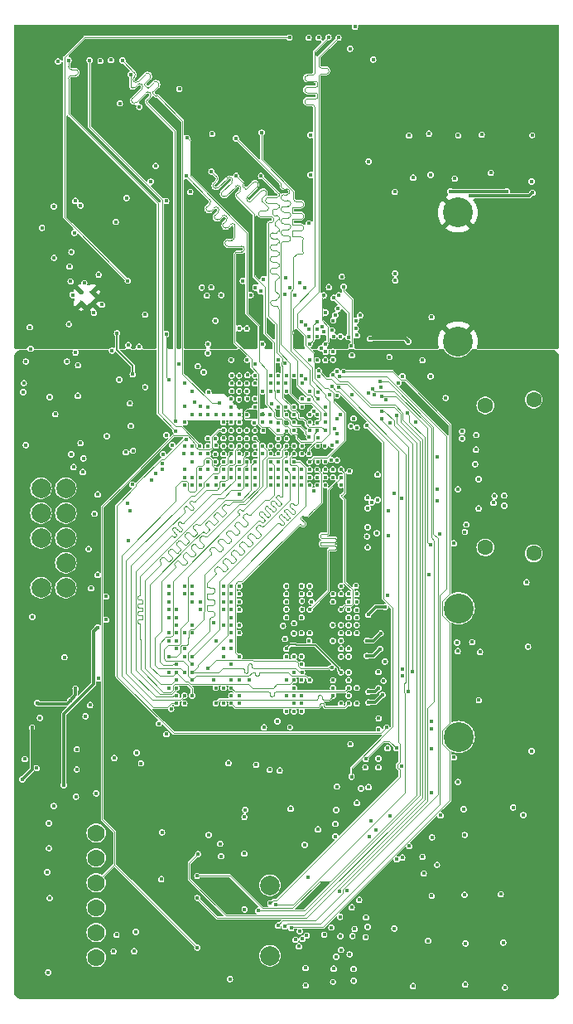
<source format=gbr>
G04 #@! TF.GenerationSoftware,KiCad,Pcbnew,7.0.1*
G04 #@! TF.CreationDate,2024-07-31T19:39:54-07:00*
G04 #@! TF.ProjectId,DFTBoard,44465442-6f61-4726-942e-6b696361645f,rev?*
G04 #@! TF.SameCoordinates,Original*
G04 #@! TF.FileFunction,Copper,L5,Inr*
G04 #@! TF.FilePolarity,Positive*
%FSLAX46Y46*%
G04 Gerber Fmt 4.6, Leading zero omitted, Abs format (unit mm)*
G04 Created by KiCad (PCBNEW 7.0.1) date 2024-07-31 19:39:54*
%MOMM*%
%LPD*%
G01*
G04 APERTURE LIST*
G04 #@! TA.AperFunction,ComponentPad*
%ADD10C,3.048000*%
G04 #@! TD*
G04 #@! TA.AperFunction,ComponentPad*
%ADD11C,2.000000*%
G04 #@! TD*
G04 #@! TA.AperFunction,ComponentPad*
%ADD12C,1.600000*%
G04 #@! TD*
G04 #@! TA.AperFunction,ComponentPad*
%ADD13C,0.500000*%
G04 #@! TD*
G04 #@! TA.AperFunction,ComponentPad*
%ADD14C,1.778000*%
G04 #@! TD*
G04 #@! TA.AperFunction,ViaPad*
%ADD15C,0.450000*%
G04 #@! TD*
G04 #@! TA.AperFunction,Conductor*
%ADD16C,0.300000*%
G04 #@! TD*
G04 #@! TA.AperFunction,Conductor*
%ADD17C,0.102000*%
G04 #@! TD*
G04 #@! TA.AperFunction,Conductor*
%ADD18C,0.200000*%
G04 #@! TD*
G04 #@! TA.AperFunction,Conductor*
%ADD19C,0.150000*%
G04 #@! TD*
G04 APERTURE END LIST*
D10*
X145645530Y-136085980D03*
X145645530Y-122944020D03*
D11*
X105450000Y-120845000D03*
X102910000Y-120845000D03*
X105450000Y-118305000D03*
X102910000Y-118305000D03*
X105450000Y-115765000D03*
X102910000Y-115765000D03*
X105450000Y-113225000D03*
X102910000Y-113225000D03*
X105450000Y-110685000D03*
X102910000Y-110685000D03*
D12*
X153290000Y-117340000D03*
X148340000Y-116740000D03*
X148340000Y-102240000D03*
X153290000Y-101640000D03*
D11*
X126325000Y-158437500D03*
X126325000Y-151237500D03*
D13*
X107000000Y-91797500D03*
X108180000Y-91797500D03*
X107000000Y-90617500D03*
X108180000Y-90617500D03*
D10*
X145520000Y-95691960D03*
X145520000Y-82550000D03*
D14*
X108550000Y-158600000D03*
X108550000Y-156060000D03*
X108550000Y-153520000D03*
X108550000Y-150980000D03*
X108550000Y-148440000D03*
X108550000Y-145900000D03*
D15*
X130270000Y-83640000D03*
X129547500Y-95974521D03*
X126375000Y-106375000D03*
X124830881Y-97975498D03*
X123975499Y-103192293D03*
X119536657Y-98831738D03*
X122372133Y-97592000D03*
X119975000Y-96892500D03*
X120775000Y-94375000D03*
X123154689Y-99198861D03*
X127878199Y-97962574D03*
X117820000Y-95780000D03*
X123275699Y-94931325D03*
X119975000Y-105592500D03*
X124775000Y-102375000D03*
X123992500Y-101560766D03*
X122360377Y-101564280D03*
X124017524Y-99132571D03*
X126377500Y-99172981D03*
X124758000Y-99983861D03*
X123975000Y-100773000D03*
X125567500Y-100794444D03*
X117591000Y-103960167D03*
X118642472Y-101896902D03*
X120791704Y-103175204D03*
X121569566Y-103182000D03*
X131490297Y-95646422D03*
X129033380Y-94788459D03*
X111895236Y-81861860D03*
X126375000Y-95975000D03*
X131173000Y-97606028D03*
X127975000Y-99175000D03*
X129598328Y-99968106D03*
X127173892Y-99992000D03*
X126387624Y-100817500D03*
X127189500Y-100830742D03*
X127977983Y-100792000D03*
X124714431Y-103999550D03*
X126360939Y-103155280D03*
X126475127Y-102030047D03*
X127175000Y-102375000D03*
X128788531Y-102379514D03*
X131190539Y-106357664D03*
X127976600Y-103185415D03*
X128775000Y-103975000D03*
X127180709Y-103984277D03*
X125589379Y-103960621D03*
X123959880Y-104783687D03*
X122376273Y-104786566D03*
X123203016Y-103972787D03*
X121560942Y-103972787D03*
X124775000Y-107175000D03*
X122376543Y-106375000D03*
X119192500Y-107172813D03*
X117575000Y-106375000D03*
X121575000Y-108775000D03*
X130374017Y-108783777D03*
X127975000Y-107975000D03*
X127175000Y-110375000D03*
X123975000Y-109575000D03*
X132775000Y-109575000D03*
X135175000Y-131075000D03*
X134375000Y-125475000D03*
X135175000Y-125475000D03*
X135175000Y-121475000D03*
X135175000Y-124675000D03*
X134375000Y-127075000D03*
X134375000Y-123875000D03*
X127975000Y-121475000D03*
X115975000Y-121475000D03*
X115975000Y-129475000D03*
X122375000Y-123075000D03*
X123175000Y-130275000D03*
X116215372Y-133234628D03*
X123175000Y-120675000D03*
X116775000Y-127075000D03*
X122375000Y-125475000D03*
X122375000Y-123875000D03*
X122375000Y-127075000D03*
X116775000Y-123875000D03*
X115975000Y-125475000D03*
X115975000Y-131075000D03*
X115975000Y-123875000D03*
X123175000Y-121475000D03*
X123175000Y-132675000D03*
X115975000Y-123075000D03*
X127975000Y-133475000D03*
X118375000Y-121475000D03*
X127975000Y-123875000D03*
X132375107Y-92267211D03*
X121558000Y-105573552D03*
X132792000Y-95975000D03*
X123821369Y-94982500D03*
X129589938Y-106382094D03*
X108707500Y-119540000D03*
X150580002Y-78508000D03*
X127940000Y-75020000D03*
X142796001Y-135286250D03*
X118560000Y-76900000D03*
X130375000Y-121475000D03*
X141920000Y-97610000D03*
X133192592Y-98759728D03*
X150340000Y-161680000D03*
X139100000Y-79300000D03*
X129150000Y-80330000D03*
X103960000Y-76200000D03*
X145510000Y-127330000D03*
X139747500Y-139051415D03*
X116987528Y-98023030D03*
X116730000Y-73140000D03*
X132010000Y-103975000D03*
X135175000Y-132675000D03*
X110340000Y-157960000D03*
X145447823Y-126450947D03*
X106450000Y-96830533D03*
X123704915Y-147992500D03*
X134820000Y-72900000D03*
X140930000Y-161530000D03*
X151030000Y-76200000D03*
X134375000Y-123075000D03*
X101150000Y-99960000D03*
X131225000Y-145525000D03*
X150040000Y-91170000D03*
X127950000Y-78200000D03*
X139834159Y-148410761D03*
X112600351Y-155974565D03*
X128380000Y-68840000D03*
X110387741Y-138232500D03*
X146790000Y-85265000D03*
X141200000Y-103910000D03*
X122230000Y-160820000D03*
X128451907Y-143413720D03*
X142050000Y-150027500D03*
X142490000Y-156900000D03*
X115140000Y-75250000D03*
X146220000Y-152200000D03*
X113360000Y-67690000D03*
X146127076Y-143462836D03*
X128795486Y-124469394D03*
X143765214Y-144082932D03*
X115290000Y-145840000D03*
X138420811Y-113008703D03*
X124905000Y-138915000D03*
X134713181Y-97109882D03*
X139299044Y-148586036D03*
X103800000Y-101375000D03*
X154080000Y-91290000D03*
X129367131Y-155917000D03*
X107198423Y-109042500D03*
X119480010Y-89623780D03*
X134375000Y-129475000D03*
X113140000Y-74880000D03*
X142729597Y-99251597D03*
X135470000Y-65427500D03*
X146271792Y-161351472D03*
X125695202Y-135117500D03*
X149910000Y-152150000D03*
X135310000Y-69270000D03*
X111982500Y-102027500D03*
X128776054Y-127881990D03*
X127305000Y-139515000D03*
X107475000Y-88025000D03*
X107927202Y-132835469D03*
X142796001Y-134475000D03*
X118926621Y-98221701D03*
X127975000Y-131876043D03*
X117780000Y-82020000D03*
X142342500Y-86741135D03*
X143432500Y-107510000D03*
X147670000Y-109748498D03*
X123168001Y-131875000D03*
X127981758Y-123049133D03*
X146780000Y-93025000D03*
X123730000Y-144247500D03*
X127975262Y-130281990D03*
X114790000Y-67140000D03*
X147670000Y-112748498D03*
X138164583Y-101681570D03*
X115810000Y-84070000D03*
X135089852Y-120653218D03*
X126375000Y-94375000D03*
X138059000Y-128375000D03*
X117010000Y-72080000D03*
X137319425Y-109283095D03*
X123750000Y-76850000D03*
X132420061Y-101126509D03*
X121076307Y-64277500D03*
X138581399Y-104035233D03*
X132680000Y-68500000D03*
X147006286Y-126394481D03*
X106555000Y-139415000D03*
X147380000Y-106748498D03*
X115750000Y-135800000D03*
X134550000Y-136820000D03*
X153080000Y-137520000D03*
X146258706Y-115159875D03*
X120720000Y-72150000D03*
X133084629Y-143535289D03*
X132010000Y-83540000D03*
X147420000Y-105248498D03*
X151175000Y-143275000D03*
X121330000Y-148265000D03*
X103190000Y-74750000D03*
X102524998Y-92762500D03*
X153850000Y-87090000D03*
X143400000Y-149152500D03*
X137445000Y-134193750D03*
X137416500Y-138292500D03*
X121375000Y-89425000D03*
X109560000Y-69070000D03*
X136320000Y-112735000D03*
X110917460Y-99597460D03*
X124775000Y-101559386D03*
X129980000Y-161460000D03*
X103410000Y-67000000D03*
X123805000Y-143520841D03*
X110929960Y-86345040D03*
X106680000Y-101250000D03*
X147790000Y-127410000D03*
X101495000Y-83875000D03*
X101370000Y-106280000D03*
X125650000Y-86040000D03*
X102471500Y-139275000D03*
X128170000Y-72130000D03*
X128392076Y-135097500D03*
X110620000Y-156280000D03*
X150180000Y-157080000D03*
X101500000Y-86175000D03*
X137945525Y-84208398D03*
X116970000Y-71040000D03*
X123168010Y-125479013D03*
X147300000Y-108231502D03*
X119880000Y-84350000D03*
X129890000Y-147110000D03*
X102805000Y-134131500D03*
X135510000Y-75360000D03*
X137825039Y-91919959D03*
X132330000Y-87420000D03*
X109079961Y-84495041D03*
X123974617Y-93645502D03*
X120360000Y-68440000D03*
X144292500Y-101471139D03*
X135627076Y-141337836D03*
X107460000Y-133980000D03*
X138552688Y-97292232D03*
X112450000Y-157960000D03*
X104200000Y-95525000D03*
X134596264Y-104355500D03*
X106820000Y-67050000D03*
X124110000Y-68350000D03*
X134836502Y-90600000D03*
X108761000Y-130115000D03*
X127090000Y-134480033D03*
X136314503Y-111653311D03*
X120280000Y-80340000D03*
X152710000Y-126870000D03*
X150410000Y-84330000D03*
X152541515Y-120294714D03*
X112082500Y-104314818D03*
X123660000Y-82780000D03*
X102020000Y-123830000D03*
X112250645Y-110323734D03*
X139730000Y-68270000D03*
X108575000Y-141850000D03*
X149970000Y-87090000D03*
X141620000Y-95740000D03*
X154250000Y-78590000D03*
X106555000Y-137340000D03*
X136464587Y-146272539D03*
X146320000Y-157160000D03*
X104360000Y-103120000D03*
X109992500Y-93875000D03*
X118393010Y-110377075D03*
X123175000Y-124680510D03*
X107575000Y-86350000D03*
X134650000Y-74740000D03*
X127875000Y-126075000D03*
X120110584Y-93693084D03*
X132050000Y-76000000D03*
X133557027Y-103187119D03*
X130375255Y-104809176D03*
X111651872Y-81061000D03*
X125589540Y-95977540D03*
X130362223Y-95957144D03*
X123189431Y-94356257D03*
X123972006Y-97592000D03*
X120038000Y-100884628D03*
X127155909Y-97587169D03*
X133553413Y-95186818D03*
X118348000Y-106375000D03*
X119174409Y-103145743D03*
X117577540Y-108777540D03*
X119992500Y-95975000D03*
X120760313Y-93589687D03*
X123975000Y-94375000D03*
X130467500Y-74608480D03*
X145122500Y-138181250D03*
X137830000Y-131790000D03*
X102529275Y-132625500D03*
X126280000Y-139440000D03*
X131170000Y-103170000D03*
X138100000Y-122820000D03*
X146410000Y-114390000D03*
X112294941Y-99049979D03*
X131281761Y-99292853D03*
X130087251Y-156379875D03*
X109000000Y-67040000D03*
X141925000Y-148325000D03*
X133652279Y-89077801D03*
X131958500Y-97592703D03*
X150260000Y-111430000D03*
X136100000Y-156525000D03*
X145545000Y-140681250D03*
X108707500Y-111315000D03*
X142796001Y-141801880D03*
X136090000Y-139187500D03*
X134236290Y-151778790D03*
X136388500Y-132560000D03*
X101850000Y-96450533D03*
X117590474Y-99974500D03*
X136360000Y-123600000D03*
X153070000Y-79371500D03*
X134470371Y-108939629D03*
X136399669Y-100977355D03*
X106230617Y-108528923D03*
X105775000Y-93950000D03*
X150280000Y-112470000D03*
X105912810Y-132362810D03*
X117574999Y-102339999D03*
X129580000Y-107182500D03*
X152224998Y-144059999D03*
X104250000Y-87175000D03*
X131120000Y-93680000D03*
X153120000Y-74646998D03*
X135436960Y-152727960D03*
X122091657Y-138761577D03*
X130467500Y-78699939D03*
X106450000Y-131150000D03*
X129637425Y-156707640D03*
X140565040Y-147240040D03*
X110675000Y-94875000D03*
X138582962Y-144154164D03*
X131190000Y-107970000D03*
X131192100Y-105557900D03*
X135224782Y-142819702D03*
X103000000Y-84100000D03*
X111742500Y-112211187D03*
X111979000Y-113012428D03*
X142861442Y-93204184D03*
X103655000Y-160125000D03*
X101980000Y-135115000D03*
X109650000Y-105375000D03*
X121206074Y-146997500D03*
X105950000Y-89575000D03*
X120066427Y-146099596D03*
X101000000Y-140410002D03*
X138330000Y-121649380D03*
X108405000Y-113290000D03*
X107325000Y-89745000D03*
X110167008Y-96647833D03*
X111842500Y-116020758D03*
X145130000Y-116320000D03*
X107780000Y-116890000D03*
X132619960Y-155544960D03*
X133480000Y-154450000D03*
X147695000Y-132330000D03*
X133530000Y-156430000D03*
X134750000Y-156425000D03*
X134982540Y-155682540D03*
X129955151Y-159682500D03*
X131866591Y-156298329D03*
X132825000Y-159752500D03*
X134673636Y-153491284D03*
X132780000Y-161090000D03*
X133150000Y-141150000D03*
X133575000Y-157825000D03*
X134875000Y-159775000D03*
X134482460Y-158282460D03*
X133100000Y-158525000D03*
X134900000Y-160975000D03*
X104216054Y-143128341D03*
X140456210Y-131408710D03*
X137760000Y-103631415D03*
X115975000Y-126275000D03*
X133575000Y-129475000D03*
X136305000Y-114665000D03*
X127175230Y-105601183D03*
X127977143Y-127081990D03*
X125575000Y-107175000D03*
X122381892Y-105592500D03*
X120575000Y-130275000D03*
X127175000Y-107975000D03*
X133575000Y-127075000D03*
X121575000Y-127075000D03*
X127175000Y-107175000D03*
X133575000Y-127875000D03*
X121575000Y-127875000D03*
X128759482Y-107175725D03*
X118375000Y-127875000D03*
X129570512Y-127881990D03*
X128775000Y-107975000D03*
X118375000Y-129475000D03*
X129600633Y-129481990D03*
X131174298Y-108783777D03*
X123175000Y-127875000D03*
X134375000Y-127875000D03*
X127975000Y-108775000D03*
X118375000Y-128675000D03*
X129575000Y-128650000D03*
X124775000Y-106375000D03*
X122375000Y-130275000D03*
X134375000Y-130275000D03*
X124769494Y-105595466D03*
X116775000Y-129475000D03*
X128775000Y-130281990D03*
X118375000Y-130275000D03*
X130375000Y-130275000D03*
X126369667Y-107968010D03*
X123975000Y-107975000D03*
X118375000Y-131875000D03*
X129575000Y-131875000D03*
X126375000Y-107175000D03*
X121575000Y-131075000D03*
X132781990Y-131076598D03*
X123175000Y-108775000D03*
X119975000Y-129075000D03*
X132648254Y-128988488D03*
X123975000Y-106375000D03*
X122375000Y-131075000D03*
X134375000Y-131075000D03*
X123175000Y-105592500D03*
X134375000Y-131875000D03*
X122375000Y-131875000D03*
X123975000Y-107175000D03*
X128775000Y-131876043D03*
X116775000Y-131075000D03*
X124775000Y-107975000D03*
X116775000Y-130275000D03*
X128774381Y-131081990D03*
X123175000Y-107175000D03*
X122375000Y-132675000D03*
X134375000Y-132675000D03*
X120775000Y-132675000D03*
X132775000Y-131875000D03*
X121586368Y-107175525D03*
X122375000Y-107175000D03*
X117575000Y-131875000D03*
X129575000Y-132675000D03*
X123175000Y-106375000D03*
X116775000Y-131875000D03*
X128775000Y-132675000D03*
X122375000Y-107975000D03*
X120775000Y-131075000D03*
X132775000Y-130275000D03*
X127975000Y-107175000D03*
X115975000Y-127875000D03*
X127975000Y-127875000D03*
X127175000Y-106375000D03*
X117575000Y-127875000D03*
X127975000Y-122275000D03*
X123175000Y-110375000D03*
X135175000Y-123875000D03*
X121557500Y-106362208D03*
X128775000Y-109575000D03*
X126375000Y-108775000D03*
X123975000Y-105592500D03*
X112308885Y-106856195D03*
X130775000Y-110975000D03*
X137450000Y-135314143D03*
X129575000Y-121475000D03*
X137255000Y-115275000D03*
X135172726Y-123121704D03*
X123175000Y-122275000D03*
X127975000Y-120675000D03*
X114625000Y-109200000D03*
X129581990Y-123068203D03*
X135168010Y-122281528D03*
X133575000Y-121475000D03*
X114938625Y-134711526D03*
X122375000Y-120675000D03*
X117579913Y-121468010D03*
X113575000Y-100375000D03*
X116781990Y-123062268D03*
X138343632Y-137222500D03*
X136399622Y-141208301D03*
X136300000Y-116725000D03*
X136255000Y-115615000D03*
X133575000Y-125475000D03*
X138420811Y-115530187D03*
X115975000Y-120675000D03*
X116775000Y-126275000D03*
X123175000Y-107975000D03*
X137416500Y-139187500D03*
X119975000Y-108775000D03*
X115975000Y-122275000D03*
X123175000Y-123093010D03*
X122377500Y-102375531D03*
X122405118Y-99174937D03*
X122405255Y-99983861D03*
X122392897Y-100768861D03*
X131836502Y-90990000D03*
X131957900Y-95992100D03*
X134658653Y-96152552D03*
X133840000Y-90100000D03*
X132010000Y-96775000D03*
X127970000Y-89160000D03*
X131538508Y-96396562D03*
X125680000Y-89350000D03*
X112084701Y-68419781D03*
X116692187Y-103847813D03*
X121170000Y-101990000D03*
X111220000Y-67000000D03*
X110050000Y-66970000D03*
X119960000Y-103190000D03*
X119162500Y-106355680D03*
X107880000Y-67000000D03*
X116690000Y-104850000D03*
X105730000Y-67000000D03*
X119982841Y-102418784D03*
X104660000Y-67110000D03*
X115990290Y-99635210D03*
X115700000Y-94950000D03*
X114630000Y-77780000D03*
X120576032Y-124393912D03*
X117557956Y-110377543D03*
X117575000Y-109575000D03*
X116775000Y-124675000D03*
X122375000Y-124675000D03*
X120775000Y-110375000D03*
X119175000Y-108775000D03*
X116775000Y-125475000D03*
X119975000Y-110375000D03*
X122375000Y-126275000D03*
X120775000Y-126275000D03*
X119179021Y-110375000D03*
X122375000Y-108775000D03*
X119175000Y-122275000D03*
X123975000Y-108775000D03*
X122375000Y-121475000D03*
X121575000Y-110375000D03*
X118375000Y-120675000D03*
X118375000Y-125475000D03*
X119175000Y-109575000D03*
X120775000Y-109575000D03*
X121575000Y-124675000D03*
X120775000Y-108775000D03*
X128775000Y-133475000D03*
X116775000Y-132675000D03*
X118375000Y-109575000D03*
X117575000Y-125475000D03*
X118375000Y-124675000D03*
X118380000Y-107990000D03*
X119975000Y-107975000D03*
X117569000Y-127075000D03*
X117575000Y-132675000D03*
X129575000Y-133475000D03*
X120763766Y-107979814D03*
X124775000Y-108775000D03*
X121575000Y-123075000D03*
X124775000Y-110375000D03*
X119175000Y-123075000D03*
X133387096Y-100412000D03*
X126930660Y-153187500D03*
X123175000Y-109575000D03*
X121575000Y-121475000D03*
X121575000Y-132675000D03*
X133575000Y-132675000D03*
X121579903Y-107975000D03*
X124775000Y-109575000D03*
X122375000Y-122275000D03*
X122375000Y-109575000D03*
X121575000Y-122275000D03*
X121575000Y-109575000D03*
X117575000Y-120675000D03*
X118375000Y-122275000D03*
X123175000Y-111275000D03*
X123975000Y-110375000D03*
X121575000Y-120675000D03*
X126375000Y-110375000D03*
X127650000Y-124750000D03*
X129575000Y-110375000D03*
X133575000Y-124675000D03*
X127175000Y-109575000D03*
X129575000Y-125475000D03*
X127979044Y-106376374D03*
X116775000Y-128675000D03*
X128768007Y-129487317D03*
X129578207Y-108773833D03*
X129575000Y-123875000D03*
X129575000Y-109575000D03*
X134375000Y-124675000D03*
X127975000Y-110375000D03*
X132725000Y-124675000D03*
X127975000Y-109575000D03*
X130375000Y-125475000D03*
X126375000Y-109575000D03*
X130338314Y-126268010D03*
X117575000Y-129475000D03*
X125575000Y-106375000D03*
X129575000Y-130275000D03*
X133879994Y-98790000D03*
X128500000Y-155600000D03*
X133464133Y-99273936D03*
X127850000Y-155450000D03*
X127130000Y-155340000D03*
X137583937Y-99788937D03*
X132634344Y-100330881D03*
X126361028Y-153070604D03*
X125575000Y-102375000D03*
X127975000Y-103975000D03*
X124037323Y-102342243D03*
X123975000Y-103972787D03*
X128775778Y-100802000D03*
X129587378Y-103182784D03*
X125588859Y-103154780D03*
X129575000Y-103975000D03*
X129589139Y-105558000D03*
X129379370Y-104858743D03*
X124777500Y-100772856D03*
X135298622Y-98014500D03*
X138907460Y-149257460D03*
X109567500Y-136054211D03*
X133065202Y-142399194D03*
X141810000Y-100560000D03*
X127166318Y-98400706D03*
X123172000Y-102410457D03*
X140419040Y-150246040D03*
X142207500Y-102226863D03*
X131878285Y-151197341D03*
X114267540Y-139702460D03*
X123145377Y-101625457D03*
X124775000Y-104785050D03*
X123980479Y-99983861D03*
X124758000Y-99187253D03*
X126376437Y-99992000D03*
X127958892Y-99992000D03*
X122375000Y-103972787D03*
X123194478Y-99983861D03*
X132788671Y-97560765D03*
X123177343Y-103195457D03*
X123175030Y-104779027D03*
X127175000Y-99186377D03*
X128762804Y-99192500D03*
X122375000Y-103175000D03*
X108675000Y-124900000D03*
X128774998Y-104775000D03*
X136560709Y-95424210D03*
X109580000Y-121740000D03*
X106480000Y-142190000D03*
X123148000Y-100770095D03*
X105250000Y-141000000D03*
X116318510Y-106289834D03*
X109567500Y-124125000D03*
X127187266Y-104787964D03*
X140447773Y-95701301D03*
X136321500Y-155475000D03*
X136157540Y-154507540D03*
X142896489Y-146350002D03*
X146255000Y-146090000D03*
X133005000Y-144965000D03*
X133003396Y-146241525D03*
X118402151Y-107178584D03*
X128925000Y-156800000D03*
X118374999Y-103142500D03*
X105290000Y-127940000D03*
X115720000Y-81350000D03*
X104230000Y-81920000D03*
X120337002Y-78358500D03*
X130333547Y-105497500D03*
X125604416Y-104798040D03*
X126383013Y-103950069D03*
X134877134Y-103562000D03*
X101244990Y-138344988D03*
X108025000Y-120900000D03*
X117556941Y-107174021D03*
X129580500Y-102368426D03*
X129549142Y-99166981D03*
X137642470Y-100367486D03*
X101775000Y-94250000D03*
X120773000Y-105600000D03*
X115378090Y-107196288D03*
X106950000Y-106075000D03*
X115296500Y-108800000D03*
X107250000Y-107650000D03*
X106700000Y-98125000D03*
X120761378Y-107194058D03*
X105550000Y-97750000D03*
X120795267Y-106316467D03*
X115332753Y-108184789D03*
X106003186Y-107213490D03*
X101092000Y-100875000D03*
X119972663Y-107172663D03*
X119957283Y-106368000D03*
X135191639Y-104486152D03*
X111590000Y-107020000D03*
X114250000Y-109875000D03*
X101375000Y-97750000D03*
X118895000Y-157585002D03*
X121567315Y-104757787D03*
X136809452Y-100564774D03*
X133405020Y-151840060D03*
X135200000Y-95080000D03*
X129370000Y-89710000D03*
X128852616Y-91007500D03*
X132797171Y-93562905D03*
X132022437Y-92729563D03*
X128337813Y-90177813D03*
X133270000Y-92360000D03*
X129850000Y-90190000D03*
X132670000Y-94570000D03*
X127852000Y-90920000D03*
X125351685Y-90576606D03*
X131150477Y-94412640D03*
X133336502Y-90990000D03*
X132813035Y-95177749D03*
X134340000Y-95260000D03*
X132820000Y-91260000D03*
X132770000Y-96766500D03*
X132350000Y-90150000D03*
X133160453Y-103612411D03*
X139827500Y-129150000D03*
X132891674Y-104652119D03*
X139827500Y-129880000D03*
X131175000Y-110375000D03*
X129581990Y-122206990D03*
X131975000Y-110375000D03*
X130575000Y-122275000D03*
X133575000Y-110360073D03*
X133575000Y-120675000D03*
X130375000Y-123075000D03*
X133575000Y-109575000D03*
X131175000Y-109575000D03*
X132775000Y-122275000D03*
X131975000Y-109575000D03*
X132775000Y-121475000D03*
X130375000Y-110375000D03*
X129575000Y-120675000D03*
X132757500Y-108777540D03*
X134375000Y-122275000D03*
X130375000Y-109575000D03*
X130375000Y-120675000D03*
X134375000Y-121475000D03*
X131975000Y-108783777D03*
X133592000Y-108781540D03*
X133575000Y-123075000D03*
X128775000Y-110375000D03*
X133575000Y-126275000D03*
X128775000Y-108775000D03*
X132768010Y-126281990D03*
X127175000Y-108775000D03*
X128775000Y-125525000D03*
X130810000Y-102810000D03*
X120430000Y-74500000D03*
X139050001Y-155637001D03*
X142592500Y-119487258D03*
X142870000Y-152310000D03*
X136622460Y-144652460D03*
X139874678Y-99250401D03*
X145550000Y-110800000D03*
X131952829Y-107962905D03*
X132582544Y-107791830D03*
X143432500Y-110771906D03*
X133171627Y-107832400D03*
X143432500Y-111940373D03*
X133190000Y-105970000D03*
X145978402Y-105605000D03*
X133180000Y-105160000D03*
X145978402Y-104875000D03*
X139240000Y-137222500D03*
X136105686Y-138348006D03*
X129289960Y-157464960D03*
X115725616Y-105257500D03*
X137432500Y-131112500D03*
X137941600Y-130352697D03*
X137421500Y-129450000D03*
X136388500Y-131460000D03*
X136215000Y-127810000D03*
X137585000Y-127090000D03*
X137630000Y-125530000D03*
X136260000Y-126250000D03*
X124175000Y-130275000D03*
X142796001Y-137250000D03*
X117737340Y-105717741D03*
X138219431Y-135123396D03*
X122375000Y-128675000D03*
X132999906Y-93006680D03*
X139137496Y-88755980D03*
X130370087Y-97545713D03*
X123560000Y-89510000D03*
X124350000Y-90970000D03*
X131151086Y-95174107D03*
X124836502Y-90200000D03*
X130333643Y-94461265D03*
X124768508Y-103189687D03*
X127175000Y-103175000D03*
X127962092Y-102392069D03*
X128762460Y-103187540D03*
X131958000Y-102377455D03*
X135106001Y-93599061D03*
X139137496Y-89485980D03*
X136740000Y-112120000D03*
X149300000Y-111480000D03*
X149173587Y-112162743D03*
X137330000Y-111880000D03*
X138989000Y-111245134D03*
X132690000Y-106280000D03*
X131950000Y-106373999D03*
X139812500Y-111730000D03*
X117773028Y-78822810D03*
X127987215Y-104823854D03*
X139465919Y-99948600D03*
X137163563Y-145573563D03*
X123735027Y-153692500D03*
X130200000Y-150400000D03*
X145580000Y-74670000D03*
X133205061Y-101196518D03*
X131173096Y-104807924D03*
X117830000Y-74920000D03*
X135102000Y-94393561D03*
X131834295Y-94737160D03*
X135547501Y-93025348D03*
X131681671Y-94176044D03*
X130332540Y-95246993D03*
X121352187Y-90977813D03*
X147970000Y-74580000D03*
X134692557Y-101123057D03*
X129634627Y-101521137D03*
X145219965Y-79064530D03*
X131174999Y-104010001D03*
X125420000Y-78800000D03*
X125480000Y-74380000D03*
X131193060Y-101587079D03*
X122890000Y-78790000D03*
X131957900Y-104792100D03*
X129994220Y-99542178D03*
X120336502Y-90170000D03*
X119853498Y-91010000D03*
X130003124Y-93995410D03*
X130390000Y-103180000D03*
X142753575Y-78688979D03*
X131970000Y-103140000D03*
X122830000Y-74960000D03*
X148891500Y-78470000D03*
X130410000Y-103975000D03*
X119337632Y-90187583D03*
X129519482Y-93667155D03*
X130298000Y-101610461D03*
X140952500Y-78971732D03*
X130407700Y-100783638D03*
X140560000Y-74680000D03*
X142593634Y-74483022D03*
X131227056Y-100862135D03*
X139080000Y-80430000D03*
X108825000Y-88875000D03*
X114130000Y-79380000D03*
X106300000Y-84600000D03*
X118170000Y-80430000D03*
X105825000Y-88050000D03*
X106025000Y-86575000D03*
X106127500Y-90957500D03*
X112970000Y-71760000D03*
X110960000Y-71380000D03*
X110546372Y-83488716D03*
X150530000Y-80368500D03*
X144760861Y-80365300D03*
X153160000Y-80520000D03*
X146780000Y-80860000D03*
X136877460Y-66922540D03*
X135010000Y-63579500D03*
X134500000Y-65820000D03*
X118910000Y-152530000D03*
X140368530Y-103013611D03*
X136416288Y-77331497D03*
X118890000Y-150272500D03*
X139290000Y-103220000D03*
X113150000Y-138775000D03*
X111850000Y-96075000D03*
X128310000Y-64670000D03*
X111790000Y-89500000D03*
X112952540Y-96252540D03*
X112700000Y-137700000D03*
X113560000Y-92960000D03*
X108326869Y-92791000D03*
X109150000Y-91950000D03*
X117050000Y-69930000D03*
X130280000Y-64670000D03*
X128050000Y-105630000D03*
X131280000Y-64680000D03*
X128807500Y-106377295D03*
X130325248Y-107187979D03*
X132300000Y-64640000D03*
X133320000Y-64670000D03*
X130368243Y-108002730D03*
X137790000Y-102800000D03*
X140920000Y-129430000D03*
X103710000Y-144890000D03*
X142720000Y-116460000D03*
X103560000Y-149880000D03*
X137739521Y-101284749D03*
X115190000Y-150610000D03*
X137000000Y-101158500D03*
X103800000Y-152540000D03*
X131320258Y-98712626D03*
X125120000Y-153830000D03*
X132730000Y-99120000D03*
X118990000Y-148050000D03*
X136230000Y-104290000D03*
X103730000Y-147460000D03*
X134660000Y-140140000D03*
X106950000Y-81820000D03*
X118375000Y-100775000D03*
X119180000Y-102340000D03*
X106410000Y-81350000D03*
X143645650Y-115390570D03*
D16*
X102529275Y-132625500D02*
X102628775Y-132725000D01*
X106450000Y-131825620D02*
X105912810Y-132362810D01*
D17*
X130757477Y-94042523D02*
X130757477Y-95561890D01*
D16*
X137140000Y-122820000D02*
X136360000Y-123600000D01*
X102628775Y-132725000D02*
X105550620Y-132725000D01*
X138100000Y-122820000D02*
X137140000Y-122820000D01*
X105550620Y-132725000D02*
X105912810Y-132362810D01*
X106450000Y-131150000D02*
X106450000Y-131825620D01*
X137830000Y-131790000D02*
X137060000Y-132560000D01*
D17*
X131120000Y-93680000D02*
X130757477Y-94042523D01*
D18*
X110675000Y-96564250D02*
X112294941Y-98184191D01*
D17*
X130757477Y-95561890D02*
X130362223Y-95957144D01*
D18*
X110675000Y-94875000D02*
X110675000Y-96564250D01*
X112294941Y-98184191D02*
X112294941Y-99049979D01*
D16*
X137060000Y-132560000D02*
X136388500Y-132560000D01*
X101980000Y-135115000D02*
X101980000Y-139430002D01*
X101980000Y-139430002D02*
X101000000Y-140410002D01*
D17*
X137760000Y-103768913D02*
X137760000Y-103631415D01*
X140456210Y-131408710D02*
X140456210Y-106465123D01*
X140456210Y-106465123D02*
X137760000Y-103768913D01*
D19*
X128984354Y-126664989D02*
X128394144Y-126664989D01*
X133335001Y-129235001D02*
X133335001Y-129058073D01*
X133335001Y-129058073D02*
X130961939Y-126685011D01*
X133575000Y-129475000D02*
X133335001Y-129235001D01*
X129004376Y-126685011D02*
X128984354Y-126664989D01*
X130961939Y-126685011D02*
X129004376Y-126685011D01*
X128394144Y-126664989D02*
X127977143Y-127081990D01*
D17*
X121175000Y-125075000D02*
X121175000Y-120225000D01*
X127787248Y-112970204D02*
X127800850Y-112941959D01*
X127235167Y-113507642D02*
X127254714Y-113483131D01*
X127519357Y-114468253D02*
X127550707Y-114468253D01*
X128525000Y-108375000D02*
X128375000Y-108225000D01*
X128375000Y-107560207D02*
X128759482Y-107175725D01*
X128284563Y-113579603D02*
X127820397Y-113115438D01*
X128375000Y-108225000D02*
X128375000Y-107560207D01*
X128869794Y-113187399D02*
X128883396Y-113159153D01*
X128947245Y-112433149D02*
X128975490Y-112419547D01*
X128567404Y-113296761D02*
X128591913Y-113316309D01*
X128616167Y-112233763D02*
X128644412Y-112247365D01*
X127188278Y-114254914D02*
X127219628Y-114254914D01*
X128103239Y-112832595D02*
X128567404Y-113296761D01*
X128826521Y-112419547D02*
X128854766Y-112433149D01*
X127460547Y-114447675D02*
X127488793Y-114461277D01*
X128304111Y-113753082D02*
X128317713Y-113724836D01*
X128317713Y-113724836D02*
X128324689Y-113694272D01*
X127422886Y-113358153D02*
X127454236Y-113358153D01*
X128352932Y-112496999D02*
X128345956Y-112466435D01*
X127339566Y-113398278D02*
X127364076Y-113378731D01*
X127780272Y-113000768D02*
X127787248Y-112970204D01*
X128026230Y-113881992D02*
X128054476Y-113895594D01*
X128304110Y-113604114D02*
X128284563Y-113579603D01*
X127958005Y-112799446D02*
X127988569Y-112792470D01*
X128019919Y-112792470D02*
X128050483Y-112799446D01*
X127392322Y-113365129D02*
X127422886Y-113358153D01*
X127634028Y-114428127D02*
X127718880Y-114343276D01*
X128890372Y-113128589D02*
X128890372Y-113097239D01*
X127537556Y-113398278D02*
X128001721Y-113862444D01*
X128470933Y-112266912D02*
X128495443Y-112247365D01*
X128883396Y-113066675D02*
X128869793Y-113038431D01*
X128802011Y-112400000D02*
X128826521Y-112419547D01*
X128495443Y-112247365D02*
X128523689Y-112233763D01*
X128146954Y-113895594D02*
X128175200Y-113881991D01*
X128682073Y-113336887D02*
X128712637Y-113329911D01*
X127364076Y-113378731D02*
X127392322Y-113365129D01*
X127488793Y-114461277D02*
X127519357Y-114468253D01*
X128850246Y-113211910D02*
X128869794Y-113187399D01*
X128116390Y-113902570D02*
X128146954Y-113895594D01*
X127820397Y-113115438D02*
X127800850Y-113090928D01*
X127905249Y-112832595D02*
X127929759Y-112813048D01*
X128175200Y-113881991D02*
X128199711Y-113862444D01*
X127780272Y-113032118D02*
X127780272Y-113000768D01*
X128854766Y-112433149D02*
X128885331Y-112440125D01*
X127800850Y-112941959D02*
X127820397Y-112917448D01*
X128890372Y-113097239D02*
X128883396Y-113066675D01*
X128591913Y-113316309D02*
X128620159Y-113329911D01*
X127254714Y-113483131D02*
X127339566Y-113398278D01*
X127752030Y-114290519D02*
X127759006Y-114259955D01*
X127759006Y-114228605D02*
X127752030Y-114198041D01*
X128366534Y-112376276D02*
X128386081Y-112351765D01*
X127219628Y-114254914D02*
X127250192Y-114261890D01*
X128284563Y-113777593D02*
X128304111Y-113753082D01*
X127800850Y-113090928D02*
X127787248Y-113062682D01*
X128199711Y-113862444D02*
X128284563Y-113777593D01*
X127214589Y-113597801D02*
X127214589Y-113566451D01*
X127718880Y-114343276D02*
X127738428Y-114318765D01*
X129025000Y-108375000D02*
X128525000Y-108375000D01*
X127738427Y-114169797D02*
X127718880Y-114145286D01*
X127235167Y-113656611D02*
X127221565Y-113628365D01*
X127129468Y-114275492D02*
X127157714Y-114261890D01*
X128644412Y-112247365D02*
X128668923Y-112266912D01*
X127609517Y-114447674D02*
X127634028Y-114428127D01*
X128366534Y-112525245D02*
X128352932Y-112496999D01*
X127550707Y-114468253D02*
X127581271Y-114461277D01*
X129175000Y-112225000D02*
X129175000Y-108525000D01*
X127302949Y-114295038D02*
X127436038Y-114428127D01*
X128386081Y-112351765D02*
X128470933Y-112266912D01*
X127221565Y-113535887D02*
X127235167Y-113507642D01*
X127484800Y-113365129D02*
X127513045Y-113378731D01*
X127718880Y-114145286D02*
X127254714Y-113681121D01*
X128883396Y-113159153D02*
X128890372Y-113128589D01*
X128585603Y-112226787D02*
X128616167Y-112233763D01*
X128554253Y-112226787D02*
X128585603Y-112226787D01*
X128668923Y-112266912D02*
X128802011Y-112400000D01*
X126417449Y-114982551D02*
X127104959Y-114295038D01*
X128054476Y-113895594D02*
X128085040Y-113902570D01*
X127214589Y-113566451D02*
X127221565Y-113535887D01*
X128885331Y-112440125D02*
X128916681Y-112440125D01*
X128001721Y-113862444D02*
X128026230Y-113881992D01*
X121175000Y-120225000D02*
X126417449Y-114982551D01*
X118375000Y-127875000D02*
X121175000Y-125075000D01*
X128765394Y-113296761D02*
X128850246Y-113211910D01*
X127254714Y-113681121D02*
X127235167Y-113656611D01*
X128850246Y-113013920D02*
X128386081Y-112549755D01*
X128869793Y-113038431D02*
X128850246Y-113013920D01*
X128352932Y-112404521D02*
X128366534Y-112376276D01*
X128386081Y-112549755D02*
X128366534Y-112525245D01*
X128975490Y-112419547D02*
X129000000Y-112400000D01*
X127221565Y-113628365D02*
X127214589Y-113597801D01*
X129000000Y-112400000D02*
X129175000Y-112225000D01*
X127157714Y-114261890D02*
X127188278Y-114254914D01*
X128085040Y-113902570D02*
X128116390Y-113902570D01*
X128916681Y-112440125D02*
X128947245Y-112433149D01*
X128050483Y-112799446D02*
X128078728Y-112813048D01*
X128345956Y-112435085D02*
X128352932Y-112404521D01*
X127436038Y-114428127D02*
X127460547Y-114447675D01*
X127752030Y-114198041D02*
X127738427Y-114169797D01*
X127929759Y-112813048D02*
X127958005Y-112799446D01*
X128078728Y-112813048D02*
X128103239Y-112832595D01*
X128740883Y-113316308D02*
X128765394Y-113296761D01*
X129175000Y-108525000D02*
X129025000Y-108375000D01*
X127759006Y-114259955D02*
X127759006Y-114228605D01*
X128324689Y-113662922D02*
X128317713Y-113632358D01*
X127820397Y-112917448D02*
X127905249Y-112832595D01*
X127104959Y-114295038D02*
X127129468Y-114275492D01*
X128324689Y-113694272D02*
X128324689Y-113662922D01*
X127787248Y-113062682D02*
X127780272Y-113032118D01*
X127454236Y-113358153D02*
X127484800Y-113365129D01*
X128650723Y-113336887D02*
X128682073Y-113336887D01*
X128345956Y-112466435D02*
X128345956Y-112435085D01*
X127278438Y-114275491D02*
X127302949Y-114295038D01*
X128620159Y-113329911D02*
X128650723Y-113336887D01*
X127581271Y-114461277D02*
X127609517Y-114447674D01*
X128523689Y-112233763D02*
X128554253Y-112226787D01*
X127250192Y-114261890D02*
X127278438Y-114275491D01*
X127988569Y-112792470D02*
X128019919Y-112792470D01*
X127513045Y-113378731D02*
X127537556Y-113398278D01*
X128317713Y-113632358D02*
X128304110Y-113604114D01*
X127738428Y-114318765D02*
X127752030Y-114290519D01*
X128712637Y-113329911D02*
X128740883Y-113316308D01*
X123875000Y-129564780D02*
X123919505Y-129559766D01*
X124031367Y-129489478D02*
X124055194Y-129451557D01*
X124475000Y-128785220D02*
X124475000Y-128875000D01*
X123999698Y-129521147D02*
X124031367Y-129489478D01*
X124118634Y-128660522D02*
X124150303Y-128628853D01*
X129375000Y-107975000D02*
X129975000Y-108575000D01*
X124518634Y-128999697D02*
X124550303Y-129031366D01*
X123655194Y-129188224D02*
X123669986Y-129230496D01*
X123475000Y-129075000D02*
X123519505Y-129080015D01*
X128956648Y-129094316D02*
X129275000Y-129412668D01*
X124094807Y-128698443D02*
X124118634Y-128660522D01*
X124319505Y-128590234D02*
X124361777Y-128605026D01*
X129531311Y-129412668D02*
X129600633Y-129481990D01*
X123718634Y-129489478D02*
X123750303Y-129521147D01*
X123750303Y-129521147D02*
X123788224Y-129544974D01*
X123599698Y-129118634D02*
X123631367Y-129150303D01*
X118925000Y-128706642D02*
X118925000Y-128925000D01*
X124150303Y-128628853D02*
X124188224Y-128605026D01*
X124069986Y-129409285D02*
X124075000Y-129364780D01*
X123519505Y-129080015D02*
X123561777Y-129094807D01*
X129975000Y-112500000D02*
X121975000Y-120500000D01*
X124075000Y-129364780D02*
X124075000Y-128785220D01*
X128775000Y-107975000D02*
X129375000Y-107975000D01*
X124494807Y-128961776D02*
X124518634Y-128999697D01*
X123830496Y-129559766D02*
X123875000Y-129564780D01*
X121075000Y-129475000D02*
X121475000Y-129075000D01*
X124588224Y-129055193D02*
X124630496Y-129069985D01*
X118375000Y-129475000D02*
X121075000Y-129475000D01*
X129275000Y-129412668D02*
X129531311Y-129412668D01*
X124055194Y-129451557D02*
X124069986Y-129409285D01*
X124361777Y-128605026D02*
X124399698Y-128628853D01*
X124469986Y-128740715D02*
X124475000Y-128785220D01*
X123694807Y-129451557D02*
X123718634Y-129489478D01*
X124675000Y-129075000D02*
X128625000Y-129075000D01*
X129975000Y-108575000D02*
X129975000Y-112500000D01*
X124188224Y-128605026D02*
X124230496Y-128590234D01*
X123919505Y-129559766D02*
X123961777Y-129544974D01*
X128644316Y-129094316D02*
X128956648Y-129094316D01*
X124455194Y-128698443D02*
X124469986Y-128740715D01*
X123675000Y-129275000D02*
X123675000Y-129364780D01*
X124431367Y-128660522D02*
X124455194Y-128698443D01*
X124230496Y-128590234D02*
X124275000Y-128585220D01*
X118925000Y-128925000D02*
X118375000Y-129475000D01*
X123680015Y-129409285D02*
X123694807Y-129451557D01*
X124080015Y-128740715D02*
X124094807Y-128698443D01*
X124075000Y-128785220D02*
X124080015Y-128740715D01*
X124399698Y-128628853D02*
X124431367Y-128660522D01*
X123561777Y-129094807D02*
X123599698Y-129118634D01*
X123675000Y-129364780D02*
X123680015Y-129409285D01*
X121975000Y-120500000D02*
X121975000Y-125656642D01*
X124275000Y-128585220D02*
X124319505Y-128590234D01*
X128625000Y-129075000D02*
X128644316Y-129094316D01*
X123631367Y-129150303D02*
X123655194Y-129188224D01*
X124550303Y-129031366D02*
X124588224Y-129055193D01*
X124630496Y-129069985D02*
X124675000Y-129075000D01*
X124475000Y-128875000D02*
X124480015Y-128919504D01*
X121475000Y-129075000D02*
X123475000Y-129075000D01*
X121975000Y-125656642D02*
X118925000Y-128706642D01*
X123961777Y-129544974D02*
X123999698Y-129521147D01*
X123669986Y-129230496D02*
X123675000Y-129275000D01*
X123788224Y-129544974D02*
X123830496Y-129559766D01*
X124480015Y-128919504D02*
X124494807Y-128961776D01*
X130155738Y-113544262D02*
X130837500Y-112862500D01*
X129893475Y-114300342D02*
X129886499Y-114269778D01*
X129595018Y-114519411D02*
X129623264Y-114533013D01*
X129682500Y-113523684D02*
X129713064Y-113530660D01*
X129567830Y-113563808D02*
X129592340Y-113544262D01*
X131568001Y-112156999D02*
X131568001Y-109177480D01*
X129286326Y-114413671D02*
X129310836Y-114394125D01*
X131568001Y-109177480D02*
X131174298Y-108783777D01*
X129592340Y-113544262D02*
X129620585Y-113530660D01*
X129339080Y-114380524D02*
X129369644Y-114373548D01*
X129449829Y-113701417D02*
X129463431Y-113673172D01*
X129768497Y-114499865D02*
X129853351Y-114415012D01*
X129442853Y-113763331D02*
X129442853Y-113731981D01*
X129484314Y-114413672D02*
X129570507Y-114499865D01*
X129400996Y-114373547D02*
X129431560Y-114380523D01*
X130837500Y-112862500D02*
X130862500Y-112862500D01*
X129715742Y-114533013D02*
X129743986Y-114519412D01*
X129463431Y-113673172D02*
X129482978Y-113648661D01*
X129886498Y-114362258D02*
X129893475Y-114331692D01*
X129893475Y-114331692D02*
X129893475Y-114300342D01*
X129743986Y-114519412D02*
X129768497Y-114499865D01*
X129482978Y-113648661D02*
X129567830Y-113563808D01*
X129623264Y-114533013D02*
X129653828Y-114539989D01*
X122775000Y-120500000D02*
X123050000Y-120225000D01*
X130862500Y-112862500D02*
X131568001Y-112156999D01*
X123475000Y-120225000D02*
X129286326Y-114413671D01*
X129459804Y-114394126D02*
X129484314Y-114413672D01*
X129651149Y-113523684D02*
X129682500Y-113523684D01*
X129620585Y-113530660D02*
X129651149Y-113523684D01*
X129310836Y-114394125D02*
X129339080Y-114380524D01*
X122775000Y-127475000D02*
X122775000Y-120500000D01*
X129853351Y-114415012D02*
X129872897Y-114390502D01*
X129449829Y-113793895D02*
X129442853Y-113763331D01*
X129886499Y-114269778D02*
X129872896Y-114241534D01*
X123050000Y-120225000D02*
X123475000Y-120225000D01*
X129685178Y-114539989D02*
X129715742Y-114533013D01*
X129482978Y-113846651D02*
X129463431Y-113822141D01*
X129463431Y-113822141D02*
X129449829Y-113793895D01*
X129853350Y-114217024D02*
X129482978Y-113846651D01*
X129570507Y-114499865D02*
X129595018Y-114519411D01*
X129431560Y-114380523D02*
X129459804Y-114394126D01*
X129713064Y-113530660D02*
X129741309Y-113544262D01*
X129872896Y-114241534D02*
X129853350Y-114217024D01*
X129872897Y-114390502D02*
X129886498Y-114362258D01*
X129369644Y-114373548D02*
X129400996Y-114373547D01*
X123175000Y-127875000D02*
X122775000Y-127475000D01*
X129653828Y-114539989D02*
X129685178Y-114539989D01*
X129442853Y-113731981D02*
X129449829Y-113701417D01*
X129741309Y-113544262D02*
X130155738Y-113544262D01*
X120464705Y-123237413D02*
X120410820Y-123231341D01*
X119884337Y-123089180D02*
X119884337Y-122773502D01*
X119884337Y-120681341D02*
X119884337Y-120365665D01*
X120174730Y-124019617D02*
X120192640Y-123968433D01*
X119915353Y-121977816D02*
X119898416Y-121950862D01*
X124528464Y-115379070D02*
X124870929Y-115721536D01*
X124446666Y-116488268D02*
X124480477Y-116445870D01*
X120515889Y-121407360D02*
X120561804Y-121378510D01*
X121934895Y-118733777D02*
X121901085Y-118691381D01*
X121558619Y-118348916D02*
X121524809Y-118306519D01*
X120410820Y-121431341D02*
X120464705Y-121425270D01*
X122337741Y-117302041D02*
X122349808Y-117249174D01*
X120410820Y-120831341D02*
X120168659Y-120831341D01*
X123221863Y-116351790D02*
X123255673Y-116309394D01*
X122831410Y-117076124D02*
X123173875Y-117418590D01*
X125364599Y-115441392D02*
X125352532Y-115388525D01*
X119915353Y-121484867D02*
X119937863Y-121462357D01*
X123198335Y-116560609D02*
X123186268Y-116507741D01*
X119937863Y-121462357D02*
X119964817Y-121445420D01*
X122789014Y-117042314D02*
X122831410Y-117076124D01*
X120743902Y-119497515D02*
X120767431Y-119448658D01*
X120710092Y-118854975D02*
X120791888Y-118773178D01*
X124104200Y-115803335D02*
X124070390Y-115760938D01*
X119994865Y-121434906D02*
X120026498Y-121431341D01*
X124504005Y-116237052D02*
X124480476Y-116188196D01*
X122407146Y-117500389D02*
X122373336Y-117457992D01*
X124900932Y-114698050D02*
X124924460Y-114649193D01*
X120515889Y-122607360D02*
X120561804Y-122578510D01*
X123265127Y-117475929D02*
X123317996Y-117487995D01*
X122819017Y-118041201D02*
X122819018Y-117986973D01*
X123631950Y-117294397D02*
X123655478Y-117245541D01*
X124277249Y-115321732D02*
X124330117Y-115309665D01*
X123372222Y-117487996D02*
X123425089Y-117475929D01*
X122633063Y-117006719D02*
X122687290Y-117006719D01*
X124034795Y-115604987D02*
X124046862Y-115552120D01*
X120767431Y-119288696D02*
X120743902Y-119239840D01*
X125015050Y-115790941D02*
X125069276Y-115790942D01*
X125291281Y-114467662D02*
X125340137Y-114491191D01*
X121940487Y-117890841D02*
X121982883Y-117924651D01*
X120646909Y-121243066D02*
X120652981Y-121189180D01*
X120652981Y-122273502D02*
X120646909Y-122219617D01*
X128375000Y-109175000D02*
X127975000Y-108775000D01*
X123317996Y-117487995D02*
X123372222Y-117487996D01*
X125213397Y-115721536D02*
X125295193Y-115639741D01*
X121731668Y-117867313D02*
X121784536Y-117855246D01*
X121784536Y-117855246D02*
X121838763Y-117855246D01*
X121489214Y-118150568D02*
X121501281Y-118097701D01*
X122749612Y-117842854D02*
X122407146Y-117500389D01*
X120168659Y-125281341D02*
X120168659Y-124073502D01*
X121558619Y-118006448D02*
X121640415Y-117924651D01*
X120168659Y-124073502D02*
X120174730Y-124019617D01*
X121819289Y-119115644D02*
X121901085Y-119033849D01*
X124480476Y-116188196D02*
X124446666Y-116145800D01*
X119964817Y-123217263D02*
X119937863Y-123200326D01*
X124185996Y-115379070D02*
X124228393Y-115345260D01*
X120464705Y-120837413D02*
X120410820Y-120831341D01*
X124273616Y-116627402D02*
X124322474Y-116603873D01*
X125682604Y-114558810D02*
X125725000Y-114525000D01*
X119884337Y-121889180D02*
X119884337Y-121573502D01*
X122349808Y-117249174D02*
X122373336Y-117200317D01*
X125526653Y-114594405D02*
X125580880Y-114594405D01*
X123428722Y-116170259D02*
X123481590Y-116158192D01*
X128375000Y-111875000D02*
X128375000Y-109175000D01*
X124113654Y-116627402D02*
X124166523Y-116639468D01*
X123598139Y-117336795D02*
X123631950Y-117294397D01*
X118375000Y-128675000D02*
X117975000Y-128275000D01*
X122819018Y-117986973D02*
X122806951Y-117934106D01*
X122523695Y-118336523D02*
X122576562Y-118324456D01*
X121476821Y-119115644D02*
X121519217Y-119149455D01*
X125364598Y-115495620D02*
X125364599Y-115441392D01*
X124384344Y-115309665D02*
X124437211Y-115321732D01*
X124900932Y-114858012D02*
X124888865Y-114805144D01*
X120646909Y-123419617D02*
X120628999Y-123368433D01*
X120561804Y-120884173D02*
X120515889Y-120855323D01*
X120464705Y-122625270D02*
X120515889Y-122607360D01*
X120464705Y-122037413D02*
X120410820Y-122031341D01*
X125238413Y-114455596D02*
X125291281Y-114467662D01*
X120410820Y-123231341D02*
X120026498Y-123231341D01*
X120676282Y-119155046D02*
X120652754Y-119106190D01*
X122416600Y-118324456D02*
X122469469Y-118336522D01*
X120305750Y-123855323D02*
X120356934Y-123837413D01*
X124958270Y-114606797D02*
X125040066Y-114525000D01*
X120515889Y-120855323D02*
X120464705Y-120837413D01*
X117975000Y-127475000D02*
X120168659Y-125281341D01*
X120652981Y-123473502D02*
X120646909Y-123419617D01*
X124046862Y-115552120D02*
X124070390Y-115503263D01*
X123255673Y-116651862D02*
X123221863Y-116609465D01*
X120515889Y-123807360D02*
X120561804Y-123778510D01*
X124166523Y-116639468D02*
X124220749Y-116639469D01*
X123588684Y-116170259D02*
X123637541Y-116193787D01*
X122783422Y-117885250D02*
X122749612Y-117842854D01*
X124064798Y-116603874D02*
X124113654Y-116627402D01*
X121524809Y-118048844D02*
X121558619Y-118006448D01*
X125131319Y-114467662D02*
X125184186Y-114455596D01*
X123667544Y-117192674D02*
X123667545Y-117138446D01*
X120561804Y-123778510D02*
X120600149Y-123740165D01*
X125129504Y-115120499D02*
X124958270Y-114949265D01*
X123679937Y-116227597D02*
X124022402Y-116570063D01*
X119915353Y-120769977D02*
X119898416Y-120743023D01*
X121776893Y-119149454D02*
X121819289Y-119115644D01*
X120464705Y-121425270D02*
X120515889Y-121407360D01*
X120883141Y-118715840D02*
X120936009Y-118703773D01*
X120600149Y-120922518D02*
X120561804Y-120884173D01*
X120652754Y-119106190D02*
X120640687Y-119053322D01*
X121134356Y-118773178D02*
X121476821Y-119115644D01*
X120026498Y-120823502D02*
X119994865Y-120819938D01*
X120676282Y-118897371D02*
X120710092Y-118854975D01*
X124516071Y-116344147D02*
X124516072Y-116289919D01*
X120561804Y-123284173D02*
X120515889Y-123255323D01*
X124034795Y-115659214D02*
X124034795Y-115604987D01*
X124504005Y-116397014D02*
X124516071Y-116344147D01*
X119887902Y-122741869D02*
X119898416Y-122711821D01*
X123473947Y-117452400D02*
X123516343Y-117418590D01*
X122806951Y-117934106D02*
X122783422Y-117885250D01*
X119887902Y-121920814D02*
X119884337Y-121889180D01*
X119915353Y-122684867D02*
X119937863Y-122662357D01*
X120600149Y-123740165D02*
X120628999Y-123694250D01*
X124364870Y-116570063D02*
X124446666Y-116488268D01*
X121958424Y-118782633D02*
X121934895Y-118733777D01*
X120515889Y-123255323D02*
X120464705Y-123237413D01*
X121524809Y-118306519D02*
X121501281Y-118257663D01*
X122740157Y-117018786D02*
X122789014Y-117042314D01*
X123425089Y-117475929D02*
X123473947Y-117452400D01*
X120652981Y-122389180D02*
X120652981Y-122273502D01*
X124446666Y-116145800D02*
X124104200Y-115803335D01*
X120600149Y-122540165D02*
X120628999Y-122494250D01*
X119964817Y-120809424D02*
X119937863Y-120792487D01*
X120515889Y-122055323D02*
X120464705Y-122037413D01*
X121682812Y-117890841D02*
X121731668Y-117867313D01*
X123598139Y-116994327D02*
X123255673Y-116651862D01*
X120356934Y-123837413D02*
X120464705Y-123825270D01*
X124228393Y-115345260D02*
X124277249Y-115321732D01*
X123655478Y-117085579D02*
X123631949Y-117036723D01*
X123221863Y-116609465D02*
X123198335Y-116560609D01*
X124516072Y-116289919D02*
X124504005Y-116237052D01*
X121728035Y-119172983D02*
X121776893Y-119149454D01*
X122806951Y-118094068D02*
X122819017Y-118041201D01*
X120561804Y-121378510D02*
X120600149Y-121340165D01*
X122580195Y-117018786D02*
X122633063Y-117006719D01*
X122783423Y-118142924D02*
X122806951Y-118094068D01*
X120628999Y-123368433D02*
X120600149Y-123322518D01*
X120710092Y-119539911D02*
X120743902Y-119497515D01*
X122349808Y-117409136D02*
X122337741Y-117356268D01*
X121091960Y-118739368D02*
X121134356Y-118773178D01*
X120652981Y-121189180D02*
X120652981Y-121073502D01*
X122367744Y-118300928D02*
X122416600Y-118324456D01*
X120628999Y-122168433D02*
X120600149Y-122122518D01*
X124022402Y-116570063D02*
X124064798Y-116603874D01*
X125352532Y-115548487D02*
X125364598Y-115495620D01*
X121568073Y-119172983D02*
X121620942Y-119185049D01*
X120600149Y-121340165D02*
X120628999Y-121294250D01*
X121838763Y-117855246D02*
X121891630Y-117867313D01*
X125633748Y-114582339D02*
X125682604Y-114558810D01*
X119898416Y-121511821D02*
X119915353Y-121484867D01*
X124888865Y-114805144D02*
X124888865Y-114750917D01*
X125580880Y-114594405D02*
X125633748Y-114582339D01*
X120026498Y-122631341D02*
X120410820Y-122631341D01*
X120779497Y-119395791D02*
X120779497Y-119341564D01*
X120628999Y-122494250D02*
X120646909Y-122443066D01*
X119884337Y-120365665D02*
X120710092Y-119539911D01*
X124924460Y-114906868D02*
X124900932Y-114858012D01*
X119915353Y-123177816D02*
X119898416Y-123150862D01*
X125069276Y-115790942D02*
X125122143Y-115778875D01*
X120791888Y-118773178D02*
X120834285Y-118739368D01*
X119887902Y-123120814D02*
X119884337Y-123089180D01*
X120646909Y-122219617D02*
X120628999Y-122168433D01*
X122373336Y-117200317D02*
X122407146Y-117157921D01*
X125123960Y-115126040D02*
X125129504Y-115120499D01*
X119994865Y-122634906D02*
X120026498Y-122631341D01*
X120743902Y-119239840D02*
X120676282Y-119155046D01*
X123667545Y-117138446D02*
X123655478Y-117085579D01*
X119887902Y-121541869D02*
X119898416Y-121511821D01*
X124958270Y-114949265D02*
X124924460Y-114906868D01*
X120640687Y-119053322D02*
X120640687Y-118999095D01*
X121982883Y-117924651D02*
X122325348Y-118267117D01*
X125725000Y-114525000D02*
X128375000Y-111875000D01*
X120767431Y-119448658D02*
X120779497Y-119395791D01*
X123535817Y-116158192D02*
X123588684Y-116170259D01*
X123173875Y-117418590D02*
X123216271Y-117452401D01*
X123186268Y-116453514D02*
X123198335Y-116400647D01*
X120652754Y-118946228D02*
X120676282Y-118897371D01*
X121501281Y-118257663D02*
X121489214Y-118204795D01*
X122576562Y-118324456D02*
X122625420Y-118300927D01*
X120410820Y-122631341D02*
X120464705Y-122625270D01*
X119887902Y-120712975D02*
X119884337Y-120681341D01*
X122373336Y-117457992D02*
X122349808Y-117409136D01*
X125295193Y-115297273D02*
X125123960Y-115126040D01*
X120192640Y-123968433D02*
X120221490Y-123922518D01*
X119884337Y-121573502D02*
X119887902Y-121541869D01*
X121640415Y-117924651D02*
X121682812Y-117890841D01*
X122531339Y-117042314D02*
X122580195Y-117018786D01*
X125424929Y-114558810D02*
X125473786Y-114582339D01*
X119994865Y-123227777D02*
X119964817Y-123217263D01*
X119898416Y-121950862D02*
X119887902Y-121920814D01*
X121519217Y-119149455D02*
X121568073Y-119172983D01*
X120410820Y-122031341D02*
X120026498Y-122031341D01*
X121620942Y-119185049D02*
X121675168Y-119185050D01*
X120026498Y-123231341D02*
X119994865Y-123227777D01*
X121970491Y-118835500D02*
X121958424Y-118782633D01*
X124220749Y-116639469D02*
X124273616Y-116627402D01*
X119994865Y-120819938D02*
X119964817Y-120809424D01*
X119964817Y-121445420D02*
X119994865Y-121434906D01*
X124480477Y-116445870D02*
X124504005Y-116397014D01*
X124437211Y-115321732D02*
X124486068Y-115345260D01*
X121891630Y-117867313D02*
X121940487Y-117890841D01*
X120221490Y-123922518D02*
X120259835Y-123884173D01*
X124870929Y-115721536D02*
X124913325Y-115755347D01*
X122469469Y-118336522D02*
X122523695Y-118336523D01*
X121489214Y-118204795D02*
X121489214Y-118150568D01*
X125473786Y-114582339D02*
X125526653Y-114594405D01*
X121901085Y-118691381D02*
X121558619Y-118348916D01*
X124070390Y-115503263D02*
X124104200Y-115460867D01*
X124070390Y-115760938D02*
X124046862Y-115712082D01*
X125040066Y-114525000D02*
X125082462Y-114491191D01*
X124486068Y-115345260D02*
X124528464Y-115379070D01*
X120646909Y-122443066D02*
X120652981Y-122389180D01*
X125184186Y-114455596D02*
X125238413Y-114455596D01*
X117975000Y-128275000D02*
X117975000Y-127475000D01*
X120834285Y-118739368D02*
X120883141Y-118715840D01*
X122325348Y-118267117D02*
X122367744Y-118300928D01*
X119994865Y-122027777D02*
X119964817Y-122017263D01*
X120779497Y-119341564D02*
X120767431Y-119288696D01*
X125082462Y-114491191D02*
X125131319Y-114467662D01*
X119937863Y-123200326D02*
X119915353Y-123177816D01*
X120561804Y-122084173D02*
X120515889Y-122055323D01*
X124330117Y-115309665D02*
X124384344Y-115309665D01*
X120640687Y-118999095D02*
X120652754Y-118946228D01*
X120259835Y-123884173D02*
X120305750Y-123855323D01*
X124322474Y-116603873D02*
X124364870Y-116570063D01*
X119937863Y-122662357D02*
X119964817Y-122645420D01*
X121970490Y-118889728D02*
X121970491Y-118835500D01*
X121958424Y-118942595D02*
X121970490Y-118889728D01*
X121901085Y-119033849D02*
X121934896Y-118991451D01*
X120628999Y-120968433D02*
X120600149Y-120922518D01*
X125295193Y-115639741D02*
X125329004Y-115597343D01*
X125340137Y-114491191D02*
X125424929Y-114558810D01*
X120628999Y-123694250D02*
X120646909Y-123643066D01*
X122625420Y-118300927D02*
X122667816Y-118267117D01*
X124962181Y-115778875D02*
X125015050Y-115790941D01*
X123655478Y-117245541D02*
X123667544Y-117192674D01*
X123186268Y-116507741D02*
X123186268Y-116453514D01*
X125171001Y-115755346D02*
X125213397Y-115721536D01*
X120600149Y-123322518D02*
X120561804Y-123284173D01*
X120561804Y-122578510D02*
X120600149Y-122540165D01*
X124046862Y-115712082D02*
X124034795Y-115659214D01*
X120936009Y-118703773D02*
X120990236Y-118703773D01*
X119898416Y-123150862D02*
X119887902Y-123120814D01*
X121043103Y-118715840D02*
X121091960Y-118739368D01*
X123337469Y-116227597D02*
X123379866Y-116193787D01*
X119964817Y-122017263D02*
X119937863Y-122000326D01*
X123637541Y-116193787D02*
X123679937Y-116227597D01*
X123255673Y-116309394D02*
X123337469Y-116227597D01*
X122749612Y-118185322D02*
X122783423Y-118142924D01*
X122687290Y-117006719D02*
X122740157Y-117018786D01*
X121675168Y-119185050D02*
X121728035Y-119172983D01*
X120026498Y-122031341D02*
X119994865Y-122027777D01*
X122407146Y-117157921D02*
X122488942Y-117076124D01*
X120600149Y-122122518D02*
X120561804Y-122084173D01*
X121501281Y-118097701D02*
X121524809Y-118048844D01*
X125352532Y-115388525D02*
X125329003Y-115339669D01*
X119937863Y-120792487D02*
X119915353Y-120769977D01*
X120646909Y-123643066D02*
X120652981Y-123589180D01*
X119898416Y-120743023D02*
X119887902Y-120712975D01*
X123379866Y-116193787D02*
X123428722Y-116170259D01*
X120990236Y-118703773D02*
X121043103Y-118715840D01*
X120168659Y-120831341D02*
X120168659Y-120823502D01*
X119937863Y-122000326D02*
X119915353Y-121977816D01*
X119898416Y-122711821D02*
X119915353Y-122684867D01*
X125329003Y-115339669D02*
X125295193Y-115297273D01*
X121934896Y-118991451D02*
X121958424Y-118942595D01*
X120026498Y-121431341D02*
X120410820Y-121431341D01*
X119884337Y-122773502D02*
X119887902Y-122741869D01*
X125122143Y-115778875D02*
X125171001Y-115755346D01*
X120652981Y-123589180D02*
X120652981Y-123473502D01*
X123216271Y-117452401D02*
X123265127Y-117475929D01*
X124924460Y-114649193D02*
X124958270Y-114606797D01*
X125329004Y-115597343D02*
X125352532Y-115548487D01*
X120646909Y-121019617D02*
X120628999Y-120968433D01*
X120168659Y-120823502D02*
X120026498Y-120823502D01*
X124104200Y-115460867D02*
X124185996Y-115379070D01*
X122488942Y-117076124D02*
X122531339Y-117042314D01*
X122667816Y-118267117D02*
X122749612Y-118185322D01*
X120464705Y-123825270D02*
X120515889Y-123807360D01*
X123631949Y-117036723D02*
X123598139Y-116994327D01*
X120628999Y-121294250D02*
X120646909Y-121243066D01*
X119964817Y-122645420D02*
X119994865Y-122634906D01*
X124888865Y-114750917D02*
X124900932Y-114698050D01*
X122337741Y-117356268D02*
X122337741Y-117302041D01*
X124913325Y-115755347D02*
X124962181Y-115778875D01*
X123198335Y-116400647D02*
X123221863Y-116351790D01*
X120652981Y-121073502D02*
X120646909Y-121019617D01*
X123481590Y-116158192D02*
X123535817Y-116158192D01*
X123516343Y-117418590D02*
X123598139Y-117336795D01*
X126625000Y-131075000D02*
X124525000Y-131075000D01*
X121419328Y-112683300D02*
X121419328Y-112639667D01*
X120925775Y-113961106D02*
X120898569Y-113926993D01*
X119591662Y-115172578D02*
X119659891Y-115226989D01*
X121826012Y-112328863D02*
X121865324Y-112347795D01*
X121774301Y-113319915D02*
X121793233Y-113280603D01*
X120096180Y-114848945D02*
X120077248Y-114809633D01*
X121793233Y-113280603D02*
X121802942Y-113238064D01*
X121739840Y-112319154D02*
X121783473Y-112319154D01*
X121802942Y-113238064D02*
X121802943Y-113194430D01*
X121429037Y-112725839D02*
X121419328Y-112683300D01*
X121598394Y-113502730D02*
X121747097Y-113354028D01*
X121564281Y-113529934D02*
X121598394Y-113502730D01*
X120845134Y-113181030D02*
X120887673Y-113171321D01*
X119350213Y-115199783D02*
X119384328Y-115172577D01*
X114025000Y-120525000D02*
X118478353Y-116071647D01*
X120633903Y-114407102D02*
X120676442Y-114397393D01*
X117943358Y-130425000D02*
X117725000Y-130425000D01*
X121697301Y-112328863D02*
X121739840Y-112319154D01*
X120931306Y-113171321D02*
X120973845Y-113181030D01*
X121783473Y-112319154D02*
X121826012Y-112328863D01*
X120595802Y-113409983D02*
X120623007Y-113375869D01*
X120105888Y-114935118D02*
X120105889Y-114891484D01*
X120050043Y-115051082D02*
X120077247Y-115016969D01*
X119867227Y-115226988D02*
X119901340Y-115199784D01*
X121396257Y-113548867D02*
X121438796Y-113558576D01*
X119552350Y-115153646D02*
X119591662Y-115172578D01*
X119923181Y-114075694D02*
X119957295Y-114048489D01*
X119774480Y-114224396D02*
X119923181Y-114075694D01*
X118478353Y-116071647D02*
X119350213Y-115199783D01*
X120164630Y-114048489D02*
X120198744Y-114075694D01*
X119718634Y-114383994D02*
X119718634Y-114340361D01*
X120749867Y-114351257D02*
X120898570Y-114202555D01*
X120039146Y-114019848D02*
X120082779Y-114019848D01*
X120474305Y-114351256D02*
X120508418Y-114378462D01*
X122101575Y-112421137D02*
X122140887Y-112402205D01*
X121013157Y-113199962D02*
X121047271Y-113227167D01*
X119774480Y-114499959D02*
X119747275Y-114465845D01*
X120567161Y-113535467D02*
X120567161Y-113491834D01*
X121447969Y-112765151D02*
X121429037Y-112725839D01*
X128775000Y-130281990D02*
X128381990Y-130675000D01*
X120925774Y-114168442D02*
X120944706Y-114129130D01*
X123649751Y-112080742D02*
X125179010Y-110551483D01*
X121429037Y-112597128D02*
X121447969Y-112557816D01*
X121972864Y-112421137D02*
X122015403Y-112430846D01*
X121475175Y-112799266D02*
X121447969Y-112765151D01*
X120077247Y-115016969D02*
X120096179Y-114977657D01*
X114025000Y-128875000D02*
X114025000Y-120525000D01*
X120547730Y-114397394D02*
X120590269Y-114407103D01*
X120887673Y-113171321D02*
X120931306Y-113171321D01*
X121322832Y-113502729D02*
X121356945Y-113529935D01*
X120944707Y-114000418D02*
X120925775Y-113961106D01*
X120623007Y-113375869D02*
X120771708Y-113227167D01*
X120954415Y-114086591D02*
X120954416Y-114042957D01*
X119466179Y-115143936D02*
X119509811Y-115143937D01*
X119747275Y-114465845D02*
X119728343Y-114426533D01*
X119699203Y-115245921D02*
X119741742Y-115255630D01*
X121524969Y-113548866D02*
X121564281Y-113529934D01*
X119423640Y-115153645D02*
X119466179Y-115143936D01*
X120898570Y-114202555D02*
X120925774Y-114168442D01*
X121865324Y-112347795D02*
X121933552Y-112402205D01*
X119901340Y-115199784D02*
X120050043Y-115051082D01*
X119728343Y-114297822D02*
X119747275Y-114258510D01*
X121747097Y-113354028D02*
X121774301Y-113319915D01*
X120082779Y-114019848D02*
X120125318Y-114029557D01*
X120508418Y-114378462D02*
X120547730Y-114397394D01*
X119785376Y-115255629D02*
X119827915Y-115245920D01*
X120567161Y-113491834D02*
X120576870Y-113449295D01*
X119741742Y-115255630D02*
X119785376Y-115255629D01*
X121356945Y-113529935D02*
X121396257Y-113548867D01*
X121419328Y-112639667D02*
X121429037Y-112597128D01*
X120676442Y-114397393D02*
X120715754Y-114378461D01*
X119728343Y-114426533D02*
X119718634Y-114383994D01*
X121612956Y-112937047D02*
X121475175Y-112799266D01*
X121774302Y-113112579D02*
X121747096Y-113078466D01*
X117725000Y-130425000D02*
X116775000Y-129475000D01*
X119659891Y-115226989D02*
X119699203Y-115245921D01*
X116375000Y-129875000D02*
X115025000Y-129875000D01*
X118193358Y-130675000D02*
X117943358Y-130425000D01*
X120973845Y-113181030D02*
X121013157Y-113199962D01*
X125179010Y-106004982D02*
X124769494Y-105595466D01*
X115025000Y-129875000D02*
X114025000Y-128875000D01*
X121047271Y-113227167D02*
X121322832Y-113502729D01*
X119957295Y-114048489D02*
X119996607Y-114029557D01*
X120125318Y-114029557D02*
X120164630Y-114048489D01*
X121482430Y-113558575D02*
X121524969Y-113548866D01*
X122059036Y-112430846D02*
X122101575Y-112421137D01*
X121447969Y-112557816D02*
X121475174Y-112523702D01*
X121793234Y-113151891D02*
X121774302Y-113112579D01*
X122140887Y-112402205D02*
X122175000Y-112375000D01*
X119509811Y-115143937D02*
X119552350Y-115153646D01*
X121623875Y-112375000D02*
X121657989Y-112347795D01*
X120771708Y-113227167D02*
X120805822Y-113199962D01*
X121747096Y-113078466D02*
X121609315Y-112940685D01*
X120590269Y-114407103D02*
X120633903Y-114407102D01*
X124125000Y-130675000D02*
X118193358Y-130675000D01*
X119747275Y-114258510D02*
X119774480Y-114224396D01*
X120595802Y-113617318D02*
X120576870Y-113578006D01*
X120077248Y-114809633D02*
X120050042Y-114775520D01*
X120105889Y-114891484D02*
X120096180Y-114848945D01*
X119996607Y-114029557D02*
X120039146Y-114019848D01*
X121609315Y-112940685D02*
X121612956Y-112937047D01*
X121933552Y-112402205D02*
X121972864Y-112421137D01*
X125179010Y-110551483D02*
X125179010Y-106004982D01*
X120805822Y-113199962D02*
X120845134Y-113181030D01*
X121438796Y-113558576D02*
X121482430Y-113558575D01*
X120944706Y-114129130D02*
X120954415Y-114086591D01*
X119718634Y-114340361D02*
X119728343Y-114297822D01*
X128381990Y-130675000D02*
X127025000Y-130675000D01*
X124525000Y-131075000D02*
X124125000Y-130675000D01*
X122469258Y-112080742D02*
X123649751Y-112080742D01*
X121802943Y-113194430D02*
X121793234Y-113151891D01*
X119384328Y-115172577D02*
X119423640Y-115153645D01*
X122015403Y-112430846D02*
X122059036Y-112430846D01*
X120954416Y-114042957D02*
X120944707Y-114000418D01*
X120198744Y-114075694D02*
X120474305Y-114351256D01*
X116775000Y-129475000D02*
X116375000Y-129875000D01*
X120576870Y-113449295D02*
X120595802Y-113409983D01*
X120623007Y-113651432D02*
X120595802Y-113617318D01*
X122175000Y-112375000D02*
X122469258Y-112080742D01*
X119827915Y-115245920D02*
X119867227Y-115226988D01*
X127025000Y-130675000D02*
X126625000Y-131075000D01*
X121475174Y-112523702D02*
X121623875Y-112375000D01*
X120715754Y-114378461D02*
X120749867Y-114351257D01*
X121657989Y-112347795D02*
X121697301Y-112328863D01*
X120050042Y-114775520D02*
X119774480Y-114499959D01*
X120576870Y-113578006D02*
X120567161Y-113535467D01*
X120898569Y-113926993D02*
X120623007Y-113651432D01*
X120096179Y-114977657D02*
X120105888Y-114935118D01*
X123795670Y-114603077D02*
X123742987Y-114615102D01*
X122306234Y-116117754D02*
X122272543Y-116160002D01*
X121013580Y-116182368D02*
X121025605Y-116235051D01*
X121424016Y-117008529D02*
X121341023Y-117091521D01*
X123178207Y-115220541D02*
X123154761Y-115269227D01*
X117975000Y-128825000D02*
X117975000Y-129875000D01*
X122710634Y-114485314D02*
X122722659Y-114537997D01*
X120408142Y-116693110D02*
X120359456Y-116716556D01*
X122739053Y-115428159D02*
X122696805Y-115394466D01*
X124038760Y-114265293D02*
X124038759Y-114319331D01*
X122045933Y-116312156D02*
X121991895Y-116312157D01*
X121848278Y-116242993D02*
X121507007Y-115901721D01*
X121481154Y-116758191D02*
X121493179Y-116810874D01*
X125025000Y-129816637D02*
X125063011Y-129812355D01*
X125063011Y-129812355D02*
X125099116Y-129799721D01*
X120234216Y-116833240D02*
X120200524Y-116875489D01*
X122147302Y-116276685D02*
X122098616Y-116300131D01*
X121250089Y-117148658D02*
X121197406Y-117160683D01*
X124778902Y-129571703D02*
X124791536Y-129607808D01*
X124833086Y-129752323D02*
X124860133Y-129779370D01*
X124928626Y-129812355D02*
X124966636Y-129816637D01*
X123577326Y-113683330D02*
X123600772Y-113732016D01*
X120177078Y-116924175D02*
X120165053Y-116976858D01*
X122211916Y-114984031D02*
X122157879Y-114984031D01*
X125158551Y-129752323D02*
X125178902Y-129719935D01*
X123805101Y-113944902D02*
X123798960Y-113951040D01*
X124791536Y-129607808D02*
X124800101Y-129683830D01*
X120165053Y-117030895D02*
X120177078Y-117083578D01*
X121493178Y-116864912D02*
X121481153Y-116917595D01*
X122329680Y-116069068D02*
X122306234Y-116117754D01*
X123967793Y-113292862D02*
X123915110Y-113280837D01*
X123190232Y-115167858D02*
X123178207Y-115220541D01*
X123861073Y-113280837D02*
X123808390Y-113292862D01*
X122098616Y-116300131D02*
X122045933Y-116312156D01*
X121890526Y-116276686D02*
X121848278Y-116242993D01*
X125131504Y-129779370D02*
X125158551Y-129752323D01*
X123121070Y-115311475D02*
X123038077Y-115394467D01*
X122272543Y-116160002D02*
X122189550Y-116242994D01*
X123808390Y-113292862D02*
X123759704Y-113316308D01*
X124026734Y-114372014D02*
X124003288Y-114420700D01*
X122355534Y-115053194D02*
X122313285Y-115019502D01*
X123969596Y-114121676D02*
X124003289Y-114163924D01*
X123006406Y-114135504D02*
X122953723Y-114147529D01*
X117975000Y-129875000D02*
X118375000Y-130275000D01*
X123717455Y-113350000D02*
X123634464Y-113432992D01*
X122953723Y-114147529D02*
X122905037Y-114170975D01*
X115925000Y-126675000D02*
X115475000Y-127125000D01*
X121207983Y-115868029D02*
X121165734Y-115901721D01*
X125233086Y-129539315D02*
X125260133Y-129512268D01*
X122272542Y-115818730D02*
X122306235Y-115860978D01*
X125178902Y-129719935D02*
X125191536Y-129683830D01*
X123688949Y-114615103D02*
X123636266Y-114603078D01*
X121363389Y-115832558D02*
X121309352Y-115832558D01*
X123545332Y-114545939D02*
X123204061Y-114204667D01*
X121897578Y-115435210D02*
X121931270Y-115477459D01*
X122696805Y-115394466D02*
X122355534Y-115053194D01*
X122722659Y-114378594D02*
X122710634Y-114431277D01*
X121341023Y-117091521D02*
X121298775Y-117125212D01*
X124016479Y-113316308D02*
X123967793Y-113292862D01*
X123634465Y-113774266D02*
X123805101Y-113944902D01*
X123204061Y-114204667D02*
X123161812Y-114170975D01*
X117175000Y-126525000D02*
X117025000Y-126675000D01*
X120514862Y-116681085D02*
X120460825Y-116681085D01*
X124357752Y-113383692D02*
X124309066Y-113407138D01*
X123577326Y-113523927D02*
X123565301Y-113576610D01*
X120460825Y-116681085D02*
X120408142Y-116693110D01*
X121939212Y-116300132D02*
X121890526Y-116276686D01*
X126369667Y-107968010D02*
X126775000Y-108373343D01*
X121931270Y-115136186D02*
X121897578Y-115178435D01*
X121862107Y-115333841D02*
X121874132Y-115386524D01*
X122710634Y-114431277D02*
X122710634Y-114485314D01*
X123113126Y-114147529D02*
X123060443Y-114135504D01*
X123844356Y-114579631D02*
X123795670Y-114603077D01*
X123634464Y-113432992D02*
X123600772Y-113475241D01*
X124149663Y-113407138D02*
X124100976Y-113383692D01*
X122014261Y-115053194D02*
X121931270Y-115136186D01*
X124400000Y-113350000D02*
X124357752Y-113383692D01*
X123190233Y-115113820D02*
X123190232Y-115167858D01*
X120267909Y-117473538D02*
X120234217Y-117515787D01*
X124625000Y-129475000D02*
X124663011Y-129479283D01*
X120291355Y-117265449D02*
X120303380Y-117318132D01*
X124309066Y-113407138D02*
X124256383Y-113419163D01*
X122779797Y-114287659D02*
X122746105Y-114329908D01*
X123969597Y-114462948D02*
X123886604Y-114545940D01*
X122787739Y-115451605D02*
X122739053Y-115428159D01*
X125099116Y-129799721D02*
X125131504Y-129779370D01*
X121298775Y-117125212D02*
X121250089Y-117148658D01*
X117975000Y-124225000D02*
X117175000Y-125025000D01*
X118775000Y-129875000D02*
X124125000Y-129875000D01*
X125260133Y-129512268D02*
X125292521Y-129491917D01*
X124812735Y-129719935D02*
X124833086Y-129752323D01*
X120303380Y-117318132D02*
X120303380Y-117372169D01*
X124125000Y-129875000D02*
X124525000Y-129475000D01*
X123915110Y-113280837D02*
X123861073Y-113280837D01*
X115475000Y-127125000D02*
X115475000Y-128075000D01*
X121082743Y-116325986D02*
X121424015Y-116667257D01*
X120303380Y-117372169D02*
X120291355Y-117424852D01*
X124026735Y-114212610D02*
X124038760Y-114265293D01*
X124100976Y-113383692D02*
X124016479Y-113316308D01*
X121493179Y-116810874D02*
X121493178Y-116864912D01*
X124699116Y-129491917D02*
X124731504Y-129512268D01*
X123587580Y-114579632D02*
X123545332Y-114545939D01*
X123636266Y-114603078D02*
X123587580Y-114579632D01*
X115679010Y-128279010D02*
X117429010Y-128279010D01*
X123178208Y-115061137D02*
X123190233Y-115113820D01*
X122105196Y-114996056D02*
X122056510Y-115019502D01*
X122264599Y-114996056D02*
X122211916Y-114984031D01*
X128158381Y-129475000D02*
X128563708Y-129880327D01*
X123121069Y-114970203D02*
X123154762Y-115012451D01*
X121025605Y-116075648D02*
X121013580Y-116128331D01*
X121013580Y-116128331D02*
X121013580Y-116182368D01*
X121991895Y-116312157D02*
X121939212Y-116300132D01*
X121041999Y-117125213D02*
X120999751Y-117091520D01*
X122722659Y-114537997D02*
X122746105Y-114586683D01*
X121049051Y-116026962D02*
X121025605Y-116075648D01*
X121090685Y-117148659D02*
X121041999Y-117125213D01*
X122779797Y-114628932D02*
X123121069Y-114970203D01*
X120177078Y-117083578D02*
X120200524Y-117132264D01*
X122341706Y-115962347D02*
X122341705Y-116016385D01*
X122746105Y-114586683D02*
X122779797Y-114628932D01*
X120200524Y-117132264D02*
X120267909Y-117216763D01*
X121025605Y-116235051D02*
X121049051Y-116283737D01*
X121457708Y-116709505D02*
X121481154Y-116758191D01*
X123161812Y-114170975D02*
X123113126Y-114147529D01*
X122995829Y-115428158D02*
X122947143Y-115451604D01*
X124731504Y-129512268D02*
X124758551Y-129539315D01*
X124892521Y-129799721D02*
X124928626Y-129812355D01*
X124003288Y-114420700D02*
X123969597Y-114462948D01*
X117025000Y-126675000D02*
X115925000Y-126675000D01*
X126775000Y-111400000D02*
X126275000Y-111900000D01*
X124003289Y-114163924D02*
X124026735Y-114212610D01*
X123154761Y-115269227D02*
X123121070Y-115311475D01*
X123886604Y-114545940D02*
X123844356Y-114579631D01*
X117175000Y-125025000D02*
X117175000Y-126525000D01*
X121197406Y-117160683D02*
X121143368Y-117160684D01*
X121897578Y-115178435D02*
X121874132Y-115227121D01*
X121507007Y-115901721D02*
X121464758Y-115868029D01*
X122306235Y-115860978D02*
X122329681Y-115909664D01*
X121143368Y-117160684D02*
X121090685Y-117148659D01*
X125292521Y-129491917D02*
X125328626Y-129479283D01*
X124860133Y-129779370D02*
X124892521Y-129799721D01*
X121481153Y-116917595D02*
X121457707Y-116966281D01*
X115475000Y-128075000D02*
X115679010Y-128279010D01*
X122905037Y-114170975D02*
X122862788Y-114204667D01*
X120291355Y-117424852D02*
X120267909Y-117473538D01*
X123060443Y-114135504D02*
X123006406Y-114135504D01*
X117429010Y-128279010D02*
X117975000Y-128825000D01*
X122862788Y-114204667D02*
X122779797Y-114287659D01*
X123798960Y-113951040D02*
X123969596Y-114121676D01*
X125191536Y-129683830D02*
X125200101Y-129607808D01*
X120658480Y-116750248D02*
X120616231Y-116716556D01*
X122341705Y-116016385D02*
X122329680Y-116069068D01*
X122056510Y-115019502D02*
X122014261Y-115053194D01*
X124256383Y-113419163D02*
X124202346Y-113419163D01*
X122840422Y-115463630D02*
X122787739Y-115451605D01*
X123038077Y-115394467D02*
X122995829Y-115428158D01*
X123154762Y-115012451D02*
X123178208Y-115061137D01*
X122746105Y-114329908D02*
X122722659Y-114378594D01*
X121862107Y-115279804D02*
X121862107Y-115333841D01*
X121309352Y-115832558D02*
X121256669Y-115844583D01*
X123565301Y-113576610D02*
X123565301Y-113630647D01*
X122947143Y-115451604D02*
X122894460Y-115463629D01*
X125200101Y-129607808D02*
X125212735Y-129571703D01*
X123600772Y-113732016D02*
X123634465Y-113774266D01*
X126275000Y-111900000D02*
X125850000Y-111900000D01*
X120616231Y-116716556D02*
X120567545Y-116693110D01*
X122894460Y-115463629D02*
X122840422Y-115463630D01*
X120234217Y-117515787D02*
X117975000Y-119775000D01*
X125212735Y-129571703D02*
X125233086Y-129539315D01*
X123742987Y-114615102D02*
X123688949Y-114615103D01*
X117975000Y-119775000D02*
X117975000Y-124225000D01*
X121424015Y-116667257D02*
X121457708Y-116709505D01*
X122329681Y-115909664D02*
X122341706Y-115962347D01*
X124966636Y-129816637D02*
X125025000Y-129816637D01*
X121457707Y-116966281D02*
X121424016Y-117008529D01*
X121464758Y-115868029D02*
X121416072Y-115844583D01*
X124038759Y-114319331D02*
X124026734Y-114372014D01*
X126775000Y-108373343D02*
X126775000Y-111400000D01*
X120317207Y-116750248D02*
X120234216Y-116833240D01*
X121931270Y-115477459D02*
X122272542Y-115818730D01*
X122189550Y-116242994D02*
X122147302Y-116276685D01*
X124525000Y-129475000D02*
X124625000Y-129475000D01*
X121082743Y-115984713D02*
X121049051Y-116026962D01*
X125850000Y-111900000D02*
X124400000Y-113350000D01*
X121256669Y-115844583D02*
X121207983Y-115868029D01*
X123565301Y-113630647D02*
X123577326Y-113683330D01*
X128563708Y-129880327D02*
X129980327Y-129880327D01*
X120567545Y-116693110D02*
X120514862Y-116681085D01*
X120267909Y-117216763D02*
X120291355Y-117265449D01*
X125366636Y-129475000D02*
X128158381Y-129475000D01*
X124758551Y-129539315D02*
X124778902Y-129571703D01*
X124202346Y-113419163D02*
X124149663Y-113407138D01*
X125328626Y-129479283D02*
X125366636Y-129475000D01*
X121874132Y-115227121D02*
X121862107Y-115279804D01*
X121416072Y-115844583D02*
X121363389Y-115832558D01*
X124800101Y-129683830D02*
X124812735Y-129719935D01*
X122313285Y-115019502D02*
X122264599Y-114996056D01*
X129980327Y-129880327D02*
X130375000Y-130275000D01*
X124663011Y-129479283D02*
X124699116Y-129491917D01*
X121165734Y-115901721D02*
X121082743Y-115984713D01*
X123600772Y-113475241D02*
X123577326Y-113523927D01*
X121049051Y-116283737D02*
X121082743Y-116325986D01*
X120999751Y-117091520D02*
X120658480Y-116750248D01*
X120165053Y-116976858D02*
X120165053Y-117030895D01*
X120200524Y-116875489D02*
X120177078Y-116924175D01*
X123759704Y-113316308D02*
X123717455Y-113350000D01*
X120359456Y-116716556D02*
X120317207Y-116750248D01*
X121874132Y-115386524D02*
X121897578Y-115435210D01*
X122157879Y-114984031D02*
X122105196Y-114996056D01*
X118375000Y-130275000D02*
X118775000Y-129875000D01*
X123786359Y-108381999D02*
X123575000Y-108593358D01*
X113038117Y-124537934D02*
X113046992Y-124563298D01*
X113229270Y-123258117D02*
X113203906Y-123266992D01*
X112847978Y-122043820D02*
X112870730Y-122058117D01*
X112982067Y-124481884D02*
X113004819Y-124496181D01*
X112870730Y-122858117D02*
X112896094Y-122866992D01*
X112805805Y-121763298D02*
X112802796Y-121790000D01*
X113203906Y-123673009D02*
X113229270Y-123681884D01*
X112828977Y-122515182D02*
X112814680Y-122537934D01*
X112805805Y-121976703D02*
X112814680Y-122002067D01*
X112870730Y-123281884D02*
X112847978Y-123296181D01*
X113023820Y-121624819D02*
X113004819Y-121643820D01*
X112870730Y-124458117D02*
X112896094Y-124466992D01*
X113271023Y-122915182D02*
X113285320Y-122937934D01*
X115425000Y-131525000D02*
X116125000Y-131525000D01*
X112828977Y-122824819D02*
X112847978Y-122843820D01*
X112870730Y-122058117D02*
X112896094Y-122066992D01*
X112802796Y-122590000D02*
X112802796Y-122750000D01*
X112828977Y-124115182D02*
X112814680Y-124137934D01*
X112805805Y-122776703D02*
X112814680Y-122802067D01*
X113203906Y-122873009D02*
X113229270Y-122881884D01*
X123575000Y-108593358D02*
X123575000Y-110625000D01*
X113177204Y-123670000D02*
X113203906Y-123673009D01*
X113203906Y-123266992D02*
X113177204Y-123270000D01*
X113177204Y-124070000D02*
X112922796Y-124070000D01*
X113252022Y-123243820D02*
X113229270Y-123258117D01*
X113023820Y-124515182D02*
X113038117Y-124537934D01*
X113203906Y-124066992D02*
X113177204Y-124070000D01*
X112802796Y-123390000D02*
X112802796Y-123550000D01*
X113271023Y-122424819D02*
X113252022Y-122443820D01*
X112896094Y-124073009D02*
X112870730Y-124081884D01*
X113297204Y-122990000D02*
X113297204Y-123150000D01*
X113229270Y-122881884D02*
X113252022Y-122896181D01*
X123325000Y-110875000D02*
X122375000Y-110875000D01*
X113075000Y-129175000D02*
X115425000Y-131525000D01*
X113229270Y-123681884D02*
X113252022Y-123696181D01*
X112814680Y-122002067D02*
X112828977Y-122024819D01*
X112896094Y-122473009D02*
X112870730Y-122481884D01*
X112896094Y-122866992D02*
X112922796Y-122870000D01*
X112922796Y-122870000D02*
X113177204Y-122870000D01*
X113294195Y-122376703D02*
X113285320Y-122402067D01*
X113252022Y-124043820D02*
X113229270Y-124058117D01*
X113271023Y-123224819D02*
X113252022Y-123243820D01*
X113294195Y-123176703D02*
X113285320Y-123202067D01*
X113038117Y-121602067D02*
X113023820Y-121624819D01*
X112847978Y-123643820D02*
X112870730Y-123658117D01*
X112870730Y-122481884D02*
X112847978Y-122496181D01*
X112828977Y-123624819D02*
X112847978Y-123643820D01*
X113294195Y-122963298D02*
X113297204Y-122990000D01*
X116375000Y-131275000D02*
X116375000Y-130875000D01*
X113229270Y-122458117D02*
X113203906Y-122466992D01*
X112802796Y-121790000D02*
X112802796Y-121950000D01*
X112847978Y-122843820D02*
X112870730Y-122858117D01*
X112805805Y-124376703D02*
X112814680Y-124402067D01*
X112828977Y-121715182D02*
X112814680Y-121737934D01*
X112814680Y-123337934D02*
X112805805Y-123363298D01*
X112802796Y-124350000D02*
X112805805Y-124376703D01*
X113285320Y-122402067D02*
X113271023Y-122424819D01*
X117904846Y-130675000D02*
X118375000Y-131145154D01*
X113294195Y-122163298D02*
X113297204Y-122190000D01*
X113285320Y-123202067D02*
X113271023Y-123224819D01*
X112814680Y-122537934D02*
X112805805Y-122563298D01*
X113050000Y-126100000D02*
X113075000Y-126125000D01*
X123975000Y-108314411D02*
X123907412Y-108381999D01*
X112805805Y-122563298D02*
X112802796Y-122590000D01*
X113050000Y-121550000D02*
X113046992Y-121576703D01*
X113297204Y-123950000D02*
X113294195Y-123976703D01*
X112922796Y-122070000D02*
X113177204Y-122070000D01*
X123575000Y-110625000D02*
X123325000Y-110875000D01*
X113285320Y-123737934D02*
X113294195Y-123763298D01*
X112870730Y-124081884D02*
X112847978Y-124096181D01*
X122375000Y-110875000D02*
X121550000Y-111700000D01*
X112896094Y-121673009D02*
X112870730Y-121681884D01*
X112802796Y-121950000D02*
X112805805Y-121976703D01*
X118375000Y-131145154D02*
X118375000Y-131875000D01*
X112814680Y-121737934D02*
X112805805Y-121763298D01*
X113177204Y-122470000D02*
X112922796Y-122470000D01*
X112847978Y-124096181D02*
X112828977Y-124115182D01*
X112847978Y-121696181D02*
X112828977Y-121715182D01*
X112922796Y-121670000D02*
X112896094Y-121673009D01*
X112828977Y-124424819D02*
X112847978Y-124443820D01*
X113177204Y-122870000D02*
X113203906Y-122873009D01*
X123975000Y-107975000D02*
X123975000Y-108314411D01*
X113271023Y-122115182D02*
X113285320Y-122137934D01*
X112828977Y-122024819D02*
X112847978Y-122043820D01*
X113177204Y-123270000D02*
X112922796Y-123270000D01*
X112814680Y-124137934D02*
X112805805Y-124163298D01*
X112922796Y-124470000D02*
X112930000Y-124470000D01*
X113203906Y-122073009D02*
X113229270Y-122081884D01*
X113203906Y-122466992D02*
X113177204Y-122470000D01*
X113294195Y-123976703D02*
X113285320Y-124002067D01*
X112930000Y-124470000D02*
X112956703Y-124473009D01*
X112922796Y-124070000D02*
X112896094Y-124073009D01*
X112930000Y-121670000D02*
X112922796Y-121670000D01*
X113004819Y-124496181D02*
X113023820Y-124515182D01*
X112956703Y-124473009D02*
X112982067Y-124481884D01*
X113271023Y-123715182D02*
X113285320Y-123737934D01*
X113252022Y-122096181D02*
X113271023Y-122115182D01*
X113285320Y-122137934D02*
X113294195Y-122163298D01*
X113050000Y-124590000D02*
X113050000Y-126100000D01*
X112956703Y-121666992D02*
X112930000Y-121670000D01*
X112802796Y-124190000D02*
X112802796Y-124350000D01*
X112814680Y-124402067D02*
X112828977Y-124424819D01*
X113004819Y-121643820D02*
X112982067Y-121658117D01*
X112814680Y-123602067D02*
X112828977Y-123624819D01*
X123907412Y-108381999D02*
X123786359Y-108381999D01*
X112922796Y-122470000D02*
X112896094Y-122473009D01*
X113229270Y-124058117D02*
X113203906Y-124066992D01*
X113297204Y-123150000D02*
X113294195Y-123176703D01*
X112896094Y-124466992D02*
X112922796Y-124470000D01*
X116575000Y-130675000D02*
X117904846Y-130675000D01*
X112922796Y-123670000D02*
X113177204Y-123670000D01*
X112922796Y-123270000D02*
X112896094Y-123273009D01*
X113046992Y-121576703D02*
X113038117Y-121602067D01*
X113177204Y-122070000D02*
X113203906Y-122073009D01*
X121000000Y-111700000D02*
X113050000Y-119650000D01*
X112896094Y-123273009D02*
X112870730Y-123281884D01*
X121550000Y-111700000D02*
X121000000Y-111700000D01*
X113297204Y-122190000D02*
X113297204Y-122350000D01*
X112805805Y-123363298D02*
X112802796Y-123390000D01*
X113252022Y-122443820D02*
X113229270Y-122458117D01*
X113297204Y-122350000D02*
X113294195Y-122376703D01*
X112847978Y-122496181D02*
X112828977Y-122515182D01*
X112982067Y-121658117D02*
X112956703Y-121666992D01*
X112802796Y-122750000D02*
X112805805Y-122776703D01*
X112805805Y-123576703D02*
X112814680Y-123602067D01*
X116375000Y-130875000D02*
X116575000Y-130675000D01*
X113294195Y-123763298D02*
X113297204Y-123790000D01*
X113285320Y-124002067D02*
X113271023Y-124024819D01*
X112870730Y-121681884D02*
X112847978Y-121696181D01*
X116125000Y-131525000D02*
X116375000Y-131275000D01*
X113252022Y-122896181D02*
X113271023Y-122915182D01*
X113046992Y-124563298D02*
X113050000Y-124590000D01*
X112896094Y-122066992D02*
X112922796Y-122070000D01*
X112805805Y-124163298D02*
X112802796Y-124190000D01*
X112847978Y-124443820D02*
X112870730Y-124458117D01*
X112896094Y-123666992D02*
X112922796Y-123670000D01*
X113271023Y-124024819D02*
X113252022Y-124043820D01*
X112814680Y-122802067D02*
X112828977Y-122824819D01*
X113229270Y-122081884D02*
X113252022Y-122096181D01*
X112870730Y-123658117D02*
X112896094Y-123666992D01*
X113050000Y-119650000D02*
X113050000Y-121550000D01*
X113075000Y-126125000D02*
X113075000Y-129175000D01*
X112828977Y-123315182D02*
X112814680Y-123337934D01*
X112802796Y-123550000D02*
X112805805Y-123576703D01*
X112847978Y-123296181D02*
X112828977Y-123315182D01*
X113252022Y-123696181D02*
X113271023Y-123715182D01*
X113297204Y-123790000D02*
X113297204Y-123950000D01*
X113285320Y-122937934D02*
X113294195Y-122963298D01*
X129168001Y-128493349D02*
X129168001Y-128831000D01*
X128411011Y-128288989D02*
X128963641Y-128288989D01*
X129411992Y-129074991D02*
X132222340Y-129074991D01*
X119975000Y-129075000D02*
X120775000Y-128275000D01*
X129168001Y-128831000D02*
X129411992Y-129074991D01*
X132308843Y-128988488D02*
X132648254Y-128988488D01*
X120775000Y-128275000D02*
X128400000Y-128300000D01*
X132222340Y-129074991D02*
X132308843Y-128988488D01*
X128400000Y-128300000D02*
X128411011Y-128288989D01*
X128963641Y-128288989D02*
X129168001Y-128493349D01*
X126744807Y-131588224D02*
X126768634Y-131550303D01*
X126480496Y-131944465D02*
X126525000Y-131949479D01*
X126569505Y-131944465D02*
X126611777Y-131929673D01*
X126344807Y-131836256D02*
X126368634Y-131874177D01*
X126325000Y-131749479D02*
X126330015Y-131793984D01*
X126725000Y-131749479D02*
X126725000Y-131675000D01*
X126330015Y-131793984D02*
X126344807Y-131836256D01*
X126249698Y-131518634D02*
X126281367Y-131550303D01*
X126681367Y-131874177D02*
X126705194Y-131836256D01*
X126705194Y-131836256D02*
X126719986Y-131793984D01*
X122775000Y-131475000D02*
X126125000Y-131475000D01*
X126925000Y-131475000D02*
X133975000Y-131475000D01*
X126800303Y-131518634D02*
X126838224Y-131494807D01*
X126125000Y-131475000D02*
X126169505Y-131480015D01*
X126438224Y-131929673D02*
X126480496Y-131944465D01*
X126649698Y-131905846D02*
X126681367Y-131874177D01*
X126325000Y-131675000D02*
X126325000Y-131749479D01*
X126838224Y-131494807D02*
X126880496Y-131480015D01*
X122375000Y-131075000D02*
X122775000Y-131475000D01*
X133975000Y-131475000D02*
X134375000Y-131075000D01*
X126525000Y-131949479D02*
X126569505Y-131944465D01*
X126211777Y-131494807D02*
X126249698Y-131518634D01*
X126305194Y-131588224D02*
X126319986Y-131630496D01*
X126368634Y-131874177D02*
X126400303Y-131905846D01*
X126730015Y-131630496D02*
X126744807Y-131588224D01*
X126719986Y-131793984D02*
X126725000Y-131749479D01*
X126768634Y-131550303D02*
X126800303Y-131518634D01*
X126169505Y-131480015D02*
X126211777Y-131494807D01*
X126281367Y-131550303D02*
X126305194Y-131588224D01*
X126400303Y-131905846D02*
X126438224Y-131929673D01*
X126725000Y-131675000D02*
X126730015Y-131630496D01*
X126880496Y-131480015D02*
X126925000Y-131475000D01*
X126319986Y-131630496D02*
X126325000Y-131675000D01*
X126611777Y-131929673D02*
X126649698Y-131905846D01*
X116953086Y-114451613D02*
X117265094Y-114763622D01*
X122875000Y-108375000D02*
X122775000Y-108475000D01*
X116387399Y-115017299D02*
X116699409Y-115329307D01*
X123575000Y-108156642D02*
X123363641Y-108368001D01*
X116342299Y-115565485D02*
X116299274Y-115555663D01*
X117265094Y-114763622D02*
X117292610Y-114798126D01*
X116594877Y-114687101D02*
X116551214Y-114677135D01*
X123975000Y-107175000D02*
X123575000Y-107575000D01*
X116330078Y-114853485D02*
X116330078Y-114898271D01*
X123575000Y-107575000D02*
X123575000Y-108156642D01*
X122775000Y-108475000D02*
X122775000Y-109825000D01*
X116422414Y-114706533D02*
X116387399Y-114734456D01*
X123150000Y-108375000D02*
X122875000Y-108375000D01*
X116755894Y-115446600D02*
X116755894Y-115490732D01*
X117200913Y-114140847D02*
X117160563Y-114121415D01*
X116925163Y-114203785D02*
X116905731Y-114244136D01*
X116212115Y-115565484D02*
X116172353Y-115584632D01*
X116462765Y-114687101D02*
X116422414Y-114706533D01*
X117028451Y-114121415D02*
X116988101Y-114140847D01*
X116746074Y-115533758D02*
X116726926Y-115573519D01*
X116695284Y-115612149D02*
X116660780Y-115639665D01*
X116577991Y-115668635D02*
X116533859Y-115668634D01*
X116905731Y-114244136D02*
X116895765Y-114287799D01*
X116506428Y-114677135D02*
X116462765Y-114687101D01*
X116255140Y-115555664D02*
X116212115Y-115565484D01*
X117514986Y-114227924D02*
X117474635Y-114247356D01*
X116670242Y-114734456D02*
X116635227Y-114706533D01*
X116905731Y-114376248D02*
X116925163Y-114416598D01*
X121275000Y-111325000D02*
X120425000Y-111325000D01*
X116982251Y-115046465D02*
X116670242Y-114734456D01*
X117099544Y-115102949D02*
X117056517Y-115093129D01*
X116259504Y-131729010D02*
X116775000Y-131213514D01*
X117265094Y-115042340D02*
X117260969Y-115046464D01*
X116382061Y-115584633D02*
X116342299Y-115565485D01*
X117292610Y-114798126D02*
X117311759Y-114837889D01*
X117116900Y-114111449D02*
X117072114Y-114111449D01*
X116988101Y-114140847D02*
X116953086Y-114168770D01*
X116726925Y-115363811D02*
X116746074Y-115403574D01*
X115070990Y-131720990D02*
X115070990Y-131729010D01*
X117143676Y-115102950D02*
X117099544Y-115102949D01*
X122775000Y-109825000D02*
X121275000Y-111325000D01*
X116340044Y-114809822D02*
X116330078Y-114853485D01*
X117321579Y-114925047D02*
X117311759Y-114968073D01*
X117550000Y-114200000D02*
X117514986Y-114227924D01*
X117072114Y-114111449D02*
X117028451Y-114121415D01*
X117016755Y-115073981D02*
X116982251Y-115046465D01*
X112575000Y-129225000D02*
X115070990Y-131720990D01*
X116172353Y-115584632D02*
X116137848Y-115612150D01*
X117321579Y-114880915D02*
X117321579Y-114925047D01*
X116660780Y-115639665D02*
X116621018Y-115658813D01*
X116533859Y-115668634D02*
X116490832Y-115658814D01*
X116699409Y-115608025D02*
X116695284Y-115612149D01*
X117267158Y-114200000D02*
X117235928Y-114168770D01*
X117474635Y-114247356D02*
X117430972Y-114257322D01*
X116755894Y-115490732D02*
X116746074Y-115533758D01*
X117235928Y-114168770D02*
X117200913Y-114140847D01*
X117311759Y-114968073D02*
X117292611Y-115007834D01*
X116490832Y-115658814D02*
X116451070Y-115639666D01*
X116387399Y-114734456D02*
X116359476Y-114769471D01*
X117186703Y-115093128D02*
X117143676Y-115102950D01*
X116635227Y-114706533D02*
X116594877Y-114687101D01*
X117311759Y-114837889D02*
X117321579Y-114880915D01*
X116340044Y-114941934D02*
X116359476Y-114982284D01*
X116621018Y-115658813D02*
X116577991Y-115668635D01*
X116895765Y-114287799D02*
X116895765Y-114332585D01*
X116299274Y-115555663D02*
X116255140Y-115555664D01*
X123363641Y-108368001D02*
X123156999Y-108368001D01*
X117160563Y-114121415D02*
X117116900Y-114111449D01*
X116953086Y-114168770D02*
X116925163Y-114203785D01*
X117342523Y-114247356D02*
X117302173Y-114227924D01*
X112575000Y-119175000D02*
X112575000Y-129225000D01*
X117260969Y-115046464D02*
X117226465Y-115073980D01*
X116726926Y-115573519D02*
X116699409Y-115608025D01*
X117292611Y-115007834D02*
X117265094Y-115042340D01*
X116699409Y-115329307D02*
X116726925Y-115363811D01*
X123156999Y-108368001D02*
X123150000Y-108375000D01*
X116775000Y-131213514D02*
X116775000Y-131075000D01*
X116925163Y-114416598D02*
X116953086Y-114451613D01*
X117302173Y-114227924D02*
X117267158Y-114200000D01*
X117226465Y-115073980D02*
X117186703Y-115093128D01*
X117386186Y-114257322D02*
X117342523Y-114247356D01*
X116451070Y-115639666D02*
X116382061Y-115584633D01*
X117056517Y-115093129D02*
X117016755Y-115073981D01*
X116895765Y-114332585D02*
X116905731Y-114376248D01*
X116359476Y-114982284D02*
X116387399Y-115017299D01*
X120425000Y-111325000D02*
X117550000Y-114200000D01*
X116137848Y-115612150D02*
X112575000Y-119175000D01*
X115070990Y-131729010D02*
X116259504Y-131729010D01*
X116359476Y-114769471D02*
X116340044Y-114809822D01*
X117430972Y-114257322D02*
X117386186Y-114257322D01*
X116746074Y-115403574D02*
X116755894Y-115446600D01*
X116330078Y-114898271D02*
X116340044Y-114941934D01*
X116551214Y-114677135D02*
X116506428Y-114677135D01*
X117155895Y-117024758D02*
X117136717Y-117064582D01*
X116846569Y-117300826D02*
X116802367Y-117300827D01*
X115062621Y-118136418D02*
X115084228Y-118181285D01*
X115051540Y-118038068D02*
X115051540Y-118087867D01*
X115932755Y-117332758D02*
X115963805Y-117371693D01*
X115500606Y-117764905D02*
X115455739Y-117743298D01*
X115115279Y-118534725D02*
X113550000Y-120100000D01*
X123411784Y-111876731D02*
X121773269Y-111876731D01*
X118806212Y-115122938D02*
X118833771Y-115157494D01*
X116080959Y-118120340D02*
X116041135Y-118139518D01*
X115539541Y-117795955D02*
X115500606Y-117764905D01*
X116748594Y-116341014D02*
X116748594Y-116390813D01*
X113550000Y-122142574D02*
X113553713Y-122146287D01*
X116317203Y-117785993D02*
X116317203Y-117830193D01*
X117136717Y-117064582D02*
X117109158Y-117099140D01*
X118668486Y-114981518D02*
X118666637Y-114983363D01*
X118381947Y-115547201D02*
X118085122Y-115250374D01*
X116759675Y-116439364D02*
X116781282Y-116484231D01*
X117597121Y-115542286D02*
X117608202Y-115590837D01*
X116759276Y-117290991D02*
X116719452Y-117271813D01*
X117152793Y-116046244D02*
X117104242Y-116035163D01*
X118852949Y-115197318D02*
X118862784Y-115240412D01*
X118543623Y-115603772D02*
X118499421Y-115603773D01*
X117952769Y-115186636D02*
X117902970Y-115186636D01*
X114668662Y-130161236D02*
X114668662Y-130168662D01*
X115062621Y-117989517D02*
X115051540Y-118038068D01*
X117629809Y-115399069D02*
X117608202Y-115443936D01*
X117155895Y-116894372D02*
X117165730Y-116937466D01*
X116922091Y-116098901D02*
X116812332Y-116208661D01*
X116041135Y-118139518D02*
X115998042Y-118149353D01*
X118511233Y-114509760D02*
X118480183Y-114548695D01*
X117533420Y-116395728D02*
X117236595Y-116098901D01*
X115146328Y-118259156D02*
X115167935Y-118304023D01*
X116157366Y-116894771D02*
X116112498Y-116916378D01*
X115167935Y-118450923D02*
X115146328Y-118495791D01*
X115357389Y-117732217D02*
X115308839Y-117743298D01*
X116759675Y-116292463D02*
X116748594Y-116341014D01*
X117985244Y-116216055D02*
X117957685Y-116250613D01*
X117695096Y-116452299D02*
X117650894Y-116452300D01*
X117650894Y-116452300D02*
X117607803Y-116442464D01*
X115167935Y-118304023D02*
X115179017Y-118352574D01*
X115953840Y-118149354D02*
X115910749Y-118139518D01*
X118803143Y-114336262D02*
X118753344Y-114336262D01*
X117567979Y-116423286D02*
X117533420Y-116395728D01*
X117607803Y-116442464D02*
X117567979Y-116423286D01*
X119166199Y-114452657D02*
X119117648Y-114463738D01*
X115963805Y-117057188D02*
X115932755Y-117096123D01*
X115146328Y-118495791D02*
X115115279Y-118534725D01*
X116307368Y-117742899D02*
X116317203Y-117785993D01*
X116781282Y-116484231D02*
X116812332Y-116523166D01*
X124775000Y-107975000D02*
X124375000Y-108375000D01*
X115084228Y-118181285D02*
X115146328Y-118259156D01*
X118511234Y-114824266D02*
X118668486Y-114981518D01*
X118974431Y-114431050D02*
X118896561Y-114368951D01*
X118833771Y-115157494D02*
X118852949Y-115197318D01*
X118447495Y-114642113D02*
X118447495Y-114691912D01*
X113553713Y-122146287D02*
X113553713Y-129046287D01*
X119067849Y-114463738D02*
X119019298Y-114452657D01*
X118833771Y-115367528D02*
X118806212Y-115402086D01*
X117854420Y-115197717D02*
X117809552Y-115219324D01*
X116748594Y-116390813D02*
X116759675Y-116439364D01*
X118004422Y-116176231D02*
X117985244Y-116216055D01*
X116275000Y-130675000D02*
X116675000Y-130275000D01*
X118014257Y-116088939D02*
X118014257Y-116133139D01*
X115175000Y-130675000D02*
X116275000Y-130675000D01*
X118862784Y-115284612D02*
X118852949Y-115327704D01*
X116719452Y-117271813D02*
X116684893Y-117244255D01*
X118852949Y-115327704D02*
X118833771Y-115367528D01*
X116260631Y-117947667D02*
X116115516Y-118092781D01*
X115900067Y-117189541D02*
X115900067Y-117239340D01*
X117812570Y-116395727D02*
X117778013Y-116423286D01*
X124375000Y-108375000D02*
X124375000Y-110913515D01*
X118586716Y-115593937D02*
X118543623Y-115603772D01*
X117109158Y-116819992D02*
X117136717Y-116854548D01*
X115911148Y-117287891D02*
X115932755Y-117332758D01*
X116112498Y-116916378D02*
X116073564Y-116947428D01*
X117957685Y-115971465D02*
X117985244Y-116006021D01*
X117902970Y-115186636D02*
X117854420Y-115197717D01*
X116073564Y-116947428D02*
X115963805Y-117057188D01*
X116675000Y-130275000D02*
X116775000Y-130275000D01*
X117165730Y-116937466D02*
X117165730Y-116981666D01*
X117660859Y-115674639D02*
X117957685Y-115971465D01*
X116802367Y-117300827D02*
X116759276Y-117290991D01*
X115263971Y-117764905D02*
X115225037Y-117795955D01*
X118499421Y-115603773D02*
X118456330Y-115593937D01*
X116684893Y-117244255D02*
X116388068Y-116947428D01*
X116304266Y-116894771D02*
X116255715Y-116883690D01*
X116255715Y-116883690D02*
X116205916Y-116883690D01*
X115407188Y-117732217D02*
X115357389Y-117732217D01*
X118862784Y-115240412D02*
X118862784Y-115284612D01*
X116288190Y-117703075D02*
X116307368Y-117742899D01*
X116812332Y-116208661D02*
X116781282Y-116247596D01*
X118001320Y-115197717D02*
X117952769Y-115186636D01*
X118416506Y-115574759D02*
X118381947Y-115547201D01*
X118458576Y-114740463D02*
X118480183Y-114785330D01*
X116964043Y-117244254D02*
X116929486Y-117271813D01*
X115911148Y-117140990D02*
X115900067Y-117189541D01*
X115179017Y-118352574D02*
X115179017Y-118402373D01*
X118480183Y-114785330D02*
X118511234Y-114824266D01*
X116307368Y-117873285D02*
X116288190Y-117913109D01*
X118480183Y-114548695D02*
X118458576Y-114593562D01*
X116115516Y-118092781D02*
X116080959Y-118120340D01*
X118704794Y-114347344D02*
X118659926Y-114368951D01*
X117608202Y-115590837D02*
X117629809Y-115635704D01*
X117660859Y-115360134D02*
X117629809Y-115399069D01*
X115225037Y-117795955D02*
X115115278Y-117905715D01*
X117104242Y-116035163D02*
X117054443Y-116035163D01*
X116288190Y-117913109D02*
X116260631Y-117947667D01*
X117957685Y-116250613D02*
X117812570Y-116395727D01*
X117809552Y-115219324D02*
X117770618Y-115250374D01*
X115115278Y-117905715D02*
X115084228Y-117944650D01*
X117197660Y-116067851D02*
X117152793Y-116046244D01*
X117136717Y-116854548D02*
X117155895Y-116894372D01*
X118851694Y-114347344D02*
X118803143Y-114336262D01*
X116317203Y-117830193D02*
X116307368Y-117873285D01*
X118661097Y-115547200D02*
X118626540Y-115574759D01*
X117597121Y-115492487D02*
X117597121Y-115542286D01*
X117629809Y-115635704D02*
X117660859Y-115674639D01*
X115870925Y-118120340D02*
X115836366Y-118092782D01*
X119019298Y-114452657D02*
X118974431Y-114431050D01*
X118896561Y-114368951D02*
X118851694Y-114347344D01*
X117778013Y-116423286D02*
X117738189Y-116442464D01*
X116205916Y-116883690D02*
X116157366Y-116894771D01*
X118004422Y-116045845D02*
X118014257Y-116088939D01*
X115932755Y-117096123D02*
X115911148Y-117140990D01*
X118753344Y-114336262D02*
X118704794Y-114347344D01*
X124375000Y-110913515D02*
X123411784Y-111876731D01*
X116929486Y-117271813D02*
X116889662Y-117290991D01*
X115455739Y-117743298D02*
X115407188Y-117732217D01*
X115910749Y-118139518D02*
X115870925Y-118120340D01*
X115998042Y-118149353D02*
X115953840Y-118149354D01*
X116388068Y-116947428D02*
X116349133Y-116916378D01*
X116961025Y-116067851D02*
X116922091Y-116098901D01*
X117109158Y-117099140D02*
X116964043Y-117244254D01*
X118659926Y-114368951D02*
X118620992Y-114400000D01*
X119117648Y-114463738D02*
X119067849Y-114463738D01*
X117738189Y-116442464D02*
X117695096Y-116452299D01*
X118666637Y-114983363D02*
X118806212Y-115122938D01*
X117608202Y-115443936D02*
X117597121Y-115492487D01*
X113553713Y-129046287D02*
X114668662Y-130161236D01*
X115836366Y-118092782D02*
X115539541Y-117795955D01*
X119250000Y-114400000D02*
X119211066Y-114431050D01*
X119211066Y-114431050D02*
X119166199Y-114452657D01*
X116781282Y-116247596D02*
X116759675Y-116292463D01*
X118456330Y-115593937D02*
X118416506Y-115574759D01*
X118806212Y-115402086D02*
X118661097Y-115547200D01*
X117236595Y-116098901D02*
X117197660Y-116067851D01*
X116889662Y-117290991D02*
X116846569Y-117300826D01*
X117005893Y-116046244D02*
X116961025Y-116067851D01*
X115963805Y-117371693D02*
X116260631Y-117668519D01*
X118046187Y-115219324D02*
X118001320Y-115197717D01*
X116812332Y-116523166D02*
X117109158Y-116819992D01*
X118447495Y-114691912D02*
X118458576Y-114740463D01*
X118085122Y-115250374D02*
X118046187Y-115219324D01*
X118014257Y-116133139D02*
X118004422Y-116176231D01*
X118626540Y-115574759D02*
X118586716Y-115593937D01*
X113550000Y-120100000D02*
X113550000Y-122142574D01*
X118620992Y-114400000D02*
X118511233Y-114509760D01*
X117770618Y-115250374D02*
X117660859Y-115360134D01*
X115308839Y-117743298D02*
X115263971Y-117764905D01*
X117054443Y-116035163D02*
X117005893Y-116046244D01*
X115179017Y-118402373D02*
X115167935Y-118450923D01*
X114668662Y-130168662D02*
X115175000Y-130675000D01*
X115084228Y-117944650D02*
X115062621Y-117989517D01*
X118458576Y-114593562D02*
X118447495Y-114642113D01*
X115900067Y-117239340D02*
X115911148Y-117287891D01*
X121773269Y-111876731D02*
X119250000Y-114400000D01*
X117985244Y-116006021D02*
X118004422Y-116045845D01*
X116349133Y-116916378D02*
X116304266Y-116894771D01*
X115051540Y-118087867D02*
X115062621Y-118136418D01*
X117165730Y-116981666D02*
X117155895Y-117024758D01*
X116260631Y-117668519D02*
X116288190Y-117703075D01*
X131749698Y-132644155D02*
X131711777Y-132620328D01*
X131425000Y-132800521D02*
X131425000Y-132875000D01*
X131444807Y-132713745D02*
X131430015Y-132756017D01*
X122775000Y-133075000D02*
X122375000Y-132675000D01*
X131580496Y-132605536D02*
X131538224Y-132620328D01*
X133975000Y-133075000D02*
X132025000Y-133075000D01*
X131819986Y-132756017D02*
X131805194Y-132713745D01*
X131468634Y-132675824D02*
X131444807Y-132713745D01*
X131538224Y-132620328D02*
X131500303Y-132644155D01*
X131349698Y-133031367D02*
X131311777Y-133055194D01*
X131625000Y-132600521D02*
X131580496Y-132605536D01*
X131900303Y-133031367D02*
X131868634Y-132999698D01*
X131669505Y-132605536D02*
X131625000Y-132600521D01*
X131500303Y-132644155D02*
X131468634Y-132675824D01*
X131805194Y-132713745D02*
X131781367Y-132675824D01*
X131405194Y-132961777D02*
X131381367Y-132999698D01*
X134375000Y-132675000D02*
X133975000Y-133075000D01*
X131225000Y-133075000D02*
X122775000Y-133075000D01*
X131825000Y-132875000D02*
X131825000Y-132800521D01*
X131781367Y-132675824D02*
X131749698Y-132644155D01*
X131381367Y-132999698D02*
X131349698Y-133031367D01*
X131425000Y-132875000D02*
X131419986Y-132919505D01*
X131311777Y-133055194D02*
X131269505Y-133069986D01*
X131868634Y-132999698D02*
X131844807Y-132961777D01*
X132025000Y-133075000D02*
X131980496Y-133069986D01*
X131830015Y-132919505D02*
X131825000Y-132875000D01*
X131269505Y-133069986D02*
X131225000Y-133075000D01*
X131711777Y-132620328D02*
X131669505Y-132605536D01*
X131938224Y-133055194D02*
X131900303Y-133031367D01*
X131430015Y-132756017D02*
X131425000Y-132800521D01*
X131980496Y-133069986D02*
X131938224Y-133055194D01*
X131825000Y-132800521D02*
X131819986Y-132756017D01*
X131844807Y-132961777D02*
X131830015Y-132919505D01*
X131419986Y-132919505D02*
X131405194Y-132961777D01*
X131581367Y-131875824D02*
X131549698Y-131844155D01*
X131225000Y-132000521D02*
X131225000Y-132075000D01*
X132375000Y-132275000D02*
X131825000Y-132275000D01*
X131630015Y-132119505D02*
X131625000Y-132075000D01*
X131149698Y-132231367D02*
X131111777Y-132255194D01*
X131205194Y-132161777D02*
X131181367Y-132199698D01*
X131549698Y-131844155D02*
X131511777Y-131820328D01*
X131380496Y-131805536D02*
X131338224Y-131820328D01*
X131230015Y-131956017D02*
X131225000Y-132000521D01*
X131225000Y-132075000D02*
X131219986Y-132119505D01*
X131025000Y-132275000D02*
X121175000Y-132275000D01*
X131268634Y-131875824D02*
X131244807Y-131913745D01*
X131181367Y-132199698D02*
X131149698Y-132231367D01*
X131338224Y-131820328D02*
X131300303Y-131844155D01*
X131625000Y-132075000D02*
X131625000Y-132000521D01*
X131300303Y-131844155D02*
X131268634Y-131875824D01*
X131644807Y-132161777D02*
X131630015Y-132119505D01*
X131700303Y-132231367D02*
X131668634Y-132199698D01*
X121175000Y-132275000D02*
X120775000Y-132675000D01*
X131111777Y-132255194D02*
X131069505Y-132269986D01*
X131244807Y-131913745D02*
X131230015Y-131956017D01*
X131780496Y-132269986D02*
X131738224Y-132255194D01*
X131069505Y-132269986D02*
X131025000Y-132275000D01*
X131625000Y-132000521D02*
X131619986Y-131956017D01*
X131469505Y-131805536D02*
X131425000Y-131800521D01*
X131738224Y-132255194D02*
X131700303Y-132231367D01*
X131511777Y-131820328D02*
X131469505Y-131805536D01*
X131219986Y-132119505D02*
X131205194Y-132161777D01*
X131825000Y-132275000D02*
X131780496Y-132269986D01*
X131668634Y-132199698D02*
X131644807Y-132161777D01*
X131605194Y-131913745D02*
X131581367Y-131875824D01*
X131425000Y-131800521D02*
X131380496Y-131805536D01*
X132775000Y-131875000D02*
X132375000Y-132275000D01*
X131619986Y-131956017D02*
X131605194Y-131913745D01*
X118656651Y-111474991D02*
X119568001Y-110563641D01*
X111625000Y-129625000D02*
X111625000Y-118100000D01*
X121356999Y-108368001D02*
X121768544Y-108368001D01*
X119575000Y-110100000D02*
X120500000Y-109175000D01*
X117175000Y-132275000D02*
X114275000Y-132275000D01*
X121972904Y-108163641D02*
X121972904Y-107577096D01*
X114275000Y-132275000D02*
X111625000Y-129625000D01*
X121000000Y-109175000D02*
X121175000Y-109000000D01*
X121972904Y-107577096D02*
X122375000Y-107175000D01*
X119568001Y-110563641D02*
X119568001Y-110475000D01*
X119575000Y-110475000D02*
X119575000Y-110100000D01*
X120500000Y-109175000D02*
X121000000Y-109175000D01*
X121175000Y-109000000D02*
X121175000Y-108550000D01*
X119568001Y-110475000D02*
X119575000Y-110475000D01*
X121175000Y-108550000D02*
X121356999Y-108368001D01*
X118250009Y-111474991D02*
X118656651Y-111474991D01*
X121768544Y-108368001D02*
X121972904Y-108163641D01*
X111625000Y-118100000D02*
X118250009Y-111474991D01*
X117575000Y-131875000D02*
X117175000Y-132275000D01*
X116377568Y-131933021D02*
X116435589Y-131875000D01*
X117621773Y-112927955D02*
X117631126Y-112968933D01*
X117532884Y-112662503D02*
X117523531Y-112703481D01*
X118107264Y-112088124D02*
X118097911Y-112129102D01*
X114605991Y-131933021D02*
X116377568Y-131933021D01*
X118629269Y-112044444D02*
X118588291Y-112053797D01*
X118401688Y-111973793D02*
X118363818Y-111955556D01*
X121975000Y-108575000D02*
X121975000Y-109775000D01*
X117523531Y-112745513D02*
X117532884Y-112786491D01*
X118400107Y-112894414D02*
X118359755Y-112913847D01*
X118275736Y-112424264D02*
X118435121Y-112583649D01*
X118151708Y-112017392D02*
X118125501Y-112050254D01*
X117706428Y-112520583D02*
X117665450Y-112529936D01*
X117621773Y-113051943D02*
X117603536Y-113089812D01*
X123175000Y-106375000D02*
X122770990Y-106779010D01*
X118284435Y-112415570D02*
X118275736Y-112424264D01*
X115833030Y-114866970D02*
X112136485Y-118563515D01*
X118435121Y-112583649D02*
X118463044Y-112618664D01*
X118152278Y-112866492D02*
X117992892Y-112707106D01*
X118316093Y-112923812D02*
X118271307Y-112923812D01*
X118239830Y-111955556D02*
X118201961Y-111973793D01*
X118467412Y-112026207D02*
X118401688Y-111973793D01*
X117577329Y-113122674D02*
X115833030Y-114866970D01*
X118492443Y-112747462D02*
X118482476Y-112791126D01*
X117594719Y-112574379D02*
X117577328Y-112591771D01*
X121275000Y-109975000D02*
X121175000Y-110075000D01*
X117631126Y-113010965D02*
X117621773Y-113051943D01*
X118667139Y-112026207D02*
X118629269Y-112044444D01*
X112136485Y-129463515D02*
X114605991Y-131933021D01*
X118546259Y-112053797D02*
X118505281Y-112044444D01*
X117665450Y-112529936D02*
X117627581Y-112548173D01*
X122175000Y-108375000D02*
X121975000Y-108575000D01*
X118482476Y-112659014D02*
X118492443Y-112702676D01*
X121975000Y-109775000D02*
X121775000Y-109975000D01*
X118322840Y-111946203D02*
X118280808Y-111946203D01*
X116435589Y-131875000D02*
X116775000Y-131875000D01*
X117992892Y-112707106D02*
X117992895Y-112707105D01*
X117631126Y-112968933D02*
X117631126Y-113010965D01*
X118588291Y-112053797D02*
X118546259Y-112053797D01*
X118201961Y-111973793D02*
X118169099Y-112000000D01*
X122770990Y-108154010D02*
X122550000Y-108375000D01*
X118151709Y-112282844D02*
X118284435Y-112415570D01*
X117532884Y-112786491D02*
X117551121Y-112824360D01*
X118463045Y-112831476D02*
X118435122Y-112866491D01*
X118169099Y-112000000D02*
X118151708Y-112017392D01*
X118227643Y-112913847D02*
X118187293Y-112894415D01*
X118125501Y-112249981D02*
X118151709Y-112282844D01*
X120875000Y-110875000D02*
X119825000Y-110875000D01*
X117577328Y-112591771D02*
X117551121Y-112624633D01*
X118097911Y-112171134D02*
X118107264Y-112212112D01*
X118097911Y-112129102D02*
X118097911Y-112171134D01*
X117860169Y-112574379D02*
X117827308Y-112548173D01*
X117748460Y-112520583D02*
X117706428Y-112520583D01*
X119825000Y-110875000D02*
X118700000Y-112000000D01*
X117603536Y-112890085D02*
X117621773Y-112927955D01*
X117992895Y-112707105D02*
X117860169Y-112574379D01*
X121775000Y-109975000D02*
X121275000Y-109975000D01*
X121175000Y-110575000D02*
X120875000Y-110875000D01*
X117603536Y-113089812D02*
X117577329Y-113122674D01*
X118505281Y-112044444D02*
X118467412Y-112026207D01*
X117789438Y-112529936D02*
X117748460Y-112520583D01*
X118463044Y-112618664D02*
X118482476Y-112659014D01*
X118435122Y-112866491D02*
X118400107Y-112894414D01*
X118125501Y-112050254D02*
X118107264Y-112088124D01*
X118359755Y-112913847D02*
X118316093Y-112923812D01*
X118280808Y-111946203D02*
X118239830Y-111955556D01*
X122770990Y-106779010D02*
X122770990Y-108154010D01*
X117827308Y-112548173D02*
X117789438Y-112529936D01*
X118492443Y-112702676D02*
X118492443Y-112747462D01*
X117523531Y-112703481D02*
X117523531Y-112745513D01*
X122550000Y-108375000D02*
X122175000Y-108375000D01*
X118363818Y-111955556D02*
X118322840Y-111946203D01*
X118187293Y-112894415D02*
X118152278Y-112866492D01*
X121175000Y-110075000D02*
X121175000Y-110575000D01*
X117627581Y-112548173D02*
X117594719Y-112574379D01*
X117551121Y-112824360D02*
X117603536Y-112890085D01*
X118271307Y-112923812D02*
X118227643Y-112913847D01*
X118107264Y-112212112D02*
X118125501Y-112249981D01*
X118700000Y-112000000D02*
X118667139Y-112026207D01*
X117551121Y-112624633D02*
X117532884Y-112662503D01*
X112136485Y-118563515D02*
X112136485Y-129463515D01*
X118482476Y-112791126D02*
X118463045Y-112831476D01*
X126017472Y-112496389D02*
X125986122Y-112496389D01*
X126076281Y-112516967D02*
X126048036Y-112503365D01*
X125219118Y-113239806D02*
X125212142Y-113270370D01*
X125138785Y-113991175D02*
X125114276Y-114010721D01*
X126137471Y-113630017D02*
X126106121Y-113630017D01*
X126871327Y-112741367D02*
X126890874Y-112765878D01*
X126528351Y-111986640D02*
X126503840Y-112006186D01*
X126399441Y-112115550D02*
X126385839Y-112143795D01*
X125535109Y-113102197D02*
X125510598Y-113082650D01*
X127214758Y-111407354D02*
X127184194Y-111400378D01*
X125232720Y-113360530D02*
X125252267Y-113385040D01*
X127456557Y-112200195D02*
X127470160Y-112228439D01*
X126944547Y-111640026D02*
X126951523Y-111670590D01*
X127470160Y-112320917D02*
X127456558Y-112349163D01*
X125630598Y-114175121D02*
X125602352Y-114188724D01*
X127094034Y-111420956D02*
X127069524Y-111440503D01*
X125817950Y-112819357D02*
X126305644Y-113307050D01*
X125602352Y-114188724D02*
X125571788Y-114195700D01*
X117875000Y-126675000D02*
X117325000Y-126675000D01*
X126048036Y-112503365D02*
X126017472Y-112496389D01*
X127437010Y-112373674D02*
X127352158Y-112458525D01*
X126701830Y-112006186D02*
X126677319Y-111986640D01*
X126075557Y-113623041D02*
X126047311Y-113609439D01*
X127267514Y-111440503D02*
X127243003Y-111420956D01*
X127299401Y-112491675D02*
X127268837Y-112498651D01*
X127243003Y-111420956D02*
X127214758Y-111407354D01*
X127456558Y-112349163D02*
X127437010Y-112373674D01*
X127964411Y-107525000D02*
X127825000Y-107525000D01*
X125773111Y-113925488D02*
X125780087Y-113956052D01*
X126325192Y-113480529D02*
X126305644Y-113505040D01*
X125451789Y-113062072D02*
X125420439Y-113062072D01*
X127477136Y-112290353D02*
X127470160Y-112320917D01*
X127975000Y-107514411D02*
X127964411Y-107525000D01*
X126385839Y-112236273D02*
X126399441Y-112264519D01*
X127237487Y-112498651D02*
X127206923Y-112491675D01*
X119525000Y-123306642D02*
X119525000Y-124125000D01*
X126503840Y-112006186D02*
X126418988Y-112091039D01*
X126641240Y-113057358D02*
X126612994Y-113043756D01*
X126984672Y-111723346D02*
X127437010Y-112175684D01*
X118793358Y-124856642D02*
X118775000Y-124856642D01*
X117325000Y-126675000D02*
X117175000Y-126825000D01*
X126733718Y-113057358D02*
X126703154Y-113064334D01*
X126168035Y-113623041D02*
X126137471Y-113630017D01*
X127122280Y-111407354D02*
X127094034Y-111420956D01*
X126944547Y-111608676D02*
X126944547Y-111640026D01*
X117175000Y-127475000D02*
X116775000Y-127875000D01*
X127437010Y-112175684D02*
X127456557Y-112200195D01*
X125798403Y-112794847D02*
X125817950Y-112819357D01*
X127152844Y-111400378D02*
X127122280Y-111407354D01*
X118775000Y-124856642D02*
X118549643Y-125081999D01*
X116775000Y-127875000D02*
X115975000Y-127875000D01*
X127825000Y-107525000D02*
X127575000Y-107775000D01*
X127975000Y-107175000D02*
X127975000Y-107514411D01*
X125510598Y-113082650D02*
X125482353Y-113069048D01*
X118549643Y-125081999D02*
X118186359Y-125081999D01*
X126338794Y-113452283D02*
X126325192Y-113480529D01*
X127575000Y-111550000D02*
X127550490Y-111569547D01*
X125739961Y-113872733D02*
X125759508Y-113897244D01*
X126588485Y-113024208D02*
X126100792Y-112536514D01*
X126418988Y-112289029D02*
X126871327Y-112741367D01*
X119525000Y-124125000D02*
X118793358Y-124856642D01*
X127154168Y-112458525D02*
X126701830Y-112006186D01*
X125228945Y-113970597D02*
X125197595Y-113970597D01*
X126618510Y-111966061D02*
X126587160Y-111966061D01*
X126951523Y-111578112D02*
X126944547Y-111608676D01*
X117175000Y-126825000D02*
X117175000Y-127475000D01*
X126761964Y-113043755D02*
X126733718Y-113057358D01*
X125509874Y-114188724D02*
X125481628Y-114175122D01*
X126345770Y-113421719D02*
X126338794Y-113452283D01*
X126047311Y-113609439D02*
X126022802Y-113589891D01*
X125759509Y-114046212D02*
X125739961Y-114070723D01*
X126399441Y-112264519D02*
X126418988Y-112289029D01*
X126904477Y-112794122D02*
X126911453Y-112824686D01*
X125457119Y-114155574D02*
X125312266Y-114010721D01*
X126671804Y-113064334D02*
X126641240Y-113057358D01*
X126556596Y-111973037D02*
X126528351Y-111986640D01*
X127575000Y-107775000D02*
X127575000Y-111550000D01*
X125739961Y-114070723D02*
X125655109Y-114155574D01*
X125777825Y-112736037D02*
X125784801Y-112766601D01*
X126022802Y-113589891D02*
X125535109Y-113102197D01*
X125817950Y-112621367D02*
X125798403Y-112645878D01*
X126305644Y-113307050D02*
X126325191Y-113331561D01*
X126871327Y-112939357D02*
X126786475Y-113024208D01*
X127401521Y-111569547D02*
X127377011Y-111550000D01*
X125798403Y-112645878D02*
X125784801Y-112674123D01*
X125784801Y-112674123D02*
X125777825Y-112704687D01*
X126703154Y-113064334D02*
X126671804Y-113064334D01*
X126418988Y-112091039D02*
X126399441Y-112115550D01*
X126649074Y-111973037D02*
X126618510Y-111966061D01*
X126677319Y-111986640D02*
X126649074Y-111973037D01*
X125955558Y-112503365D02*
X125927312Y-112516967D01*
X119631400Y-119493600D02*
X119631400Y-123200242D01*
X126378863Y-112174359D02*
X126378863Y-112205709D01*
X125312266Y-114010721D02*
X125287755Y-113991174D01*
X125219118Y-113332284D02*
X125232720Y-113360530D01*
X125252267Y-113187050D02*
X125232720Y-113211561D01*
X127491681Y-111590125D02*
X127460331Y-111590125D01*
X117981999Y-125286359D02*
X117981999Y-125918001D01*
X125361629Y-113082650D02*
X125337119Y-113102197D01*
X127429766Y-111583149D02*
X127401521Y-111569547D01*
X127550490Y-111569547D02*
X127522245Y-111583149D01*
X126100792Y-112536514D02*
X126076281Y-112516967D01*
X126911453Y-112824686D02*
X126911453Y-112856036D01*
X125902802Y-112536514D02*
X125817950Y-112621367D01*
X126965125Y-111698836D02*
X126984672Y-111723346D01*
X126196281Y-113609438D02*
X126168035Y-113623041D01*
X117975000Y-125925000D02*
X117975000Y-126575000D01*
X127184194Y-111400378D02*
X127152844Y-111400378D01*
X126786475Y-113024208D02*
X126761964Y-113043755D01*
X126965125Y-111549867D02*
X126951523Y-111578112D01*
X125252267Y-113385040D02*
X125739961Y-113872733D01*
X125986122Y-112496389D02*
X125955558Y-112503365D01*
X125287755Y-113991174D02*
X125259509Y-113977573D01*
X127470160Y-112228439D02*
X127477136Y-112259003D01*
X126385839Y-112143795D02*
X126378863Y-112174359D01*
X125337119Y-113102197D02*
X125252267Y-113187050D01*
X126890875Y-112914846D02*
X126871327Y-112939357D01*
X126338794Y-113359805D02*
X126345770Y-113390369D01*
X125212142Y-113301720D02*
X125219118Y-113332284D01*
X126220792Y-113589891D02*
X126196281Y-113609438D01*
X127460331Y-111590125D02*
X127429766Y-111583149D01*
X125927312Y-112516967D02*
X125902802Y-112536514D01*
X125197595Y-113970597D02*
X125167031Y-113977573D01*
X127206923Y-112491675D02*
X127178677Y-112478073D01*
X126106121Y-113630017D02*
X126075557Y-113623041D01*
X126587160Y-111966061D02*
X126556596Y-111973037D01*
X125759508Y-113897244D02*
X125773111Y-113925488D01*
X125773111Y-114017966D02*
X125759509Y-114046212D01*
X117981999Y-125918001D02*
X117975000Y-125925000D01*
X125482353Y-113069048D02*
X125451789Y-113062072D01*
X126890874Y-112765878D02*
X126904477Y-112794122D01*
X125784801Y-112766601D02*
X125798403Y-112794847D01*
X126612994Y-113043756D02*
X126588485Y-113024208D01*
X125389875Y-113069048D02*
X125361629Y-113082650D01*
X125481628Y-114175122D02*
X125457119Y-114155574D01*
X127069524Y-111440503D02*
X126984672Y-111525356D01*
X117975000Y-126575000D02*
X117875000Y-126675000D01*
X127522245Y-111583149D02*
X127491681Y-111590125D01*
X125777825Y-112704687D02*
X125777825Y-112736037D01*
X126378863Y-112205709D02*
X126385839Y-112236273D01*
X125259509Y-113977573D02*
X125228945Y-113970597D01*
X125540438Y-114195700D02*
X125509874Y-114188724D01*
X125232720Y-113211561D02*
X125219118Y-113239806D01*
X126984672Y-111525356D02*
X126965125Y-111549867D01*
X126305644Y-113505040D02*
X126220792Y-113589891D01*
X125780087Y-113956052D02*
X125780087Y-113987402D01*
X126951523Y-111670590D02*
X126965125Y-111698836D01*
X124306977Y-114818023D02*
X119631400Y-119493600D01*
X125114276Y-114010721D02*
X124306977Y-114818023D01*
X125212142Y-113270370D02*
X125212142Y-113301720D01*
X127178677Y-112478073D02*
X127154168Y-112458525D01*
X127327647Y-112478072D02*
X127299401Y-112491675D01*
X125655109Y-114155574D02*
X125630598Y-114175121D01*
X126345770Y-113390369D02*
X126345770Y-113421719D01*
X119631400Y-123200242D02*
X119525000Y-123306642D01*
X118186359Y-125081999D02*
X117981999Y-125286359D01*
X125420439Y-113062072D02*
X125389875Y-113069048D01*
X127477136Y-112259003D02*
X127477136Y-112290353D01*
X125571788Y-114195700D02*
X125540438Y-114195700D01*
X127377011Y-111550000D02*
X127267514Y-111440503D01*
X125167031Y-113977573D02*
X125138785Y-113991175D01*
X127352158Y-112458525D02*
X127327647Y-112478072D01*
X125780087Y-113987402D02*
X125773111Y-114017966D01*
X126911453Y-112856036D02*
X126904477Y-112886600D01*
X126325191Y-113331561D02*
X126338794Y-113359805D01*
X126904477Y-112886600D02*
X126890875Y-112914846D01*
X127268837Y-112498651D02*
X127237487Y-112498651D01*
X131619500Y-93558793D02*
X132227295Y-94166588D01*
X132227295Y-95722705D02*
X131957900Y-95992100D01*
X132227295Y-94166588D02*
X132227295Y-95722705D01*
X131619500Y-91207002D02*
X131619500Y-93558793D01*
X131836502Y-90990000D02*
X131619500Y-91207002D01*
X134733000Y-95097214D02*
X134733000Y-96078205D01*
X133840000Y-90560000D02*
X134709500Y-91429500D01*
X134733000Y-96078205D02*
X134658653Y-96152552D01*
X134709500Y-91429500D02*
X134709500Y-95073714D01*
X134709500Y-95073714D02*
X134733000Y-95097214D01*
X133840000Y-90100000D02*
X133840000Y-90560000D01*
X112650385Y-71290334D02*
X113640332Y-70300383D01*
X112084701Y-68419781D02*
X112084701Y-69734701D01*
X114064597Y-70724650D02*
X114064598Y-70724649D01*
X113781755Y-71431755D02*
X116595028Y-74245028D01*
X112508965Y-69734701D02*
X112791808Y-69451859D01*
X112508966Y-69734700D02*
X112508965Y-69734701D01*
X114064598Y-70724649D02*
X113781754Y-71007490D01*
X113216071Y-69876124D02*
X113216072Y-69876123D01*
X113216072Y-69876123D02*
X112226121Y-70866070D01*
X113781754Y-71431754D02*
X113781755Y-71431755D01*
X112650386Y-71290333D02*
X112650385Y-71290334D01*
X116595028Y-74245028D02*
X116595028Y-103750654D01*
X116595028Y-103750654D02*
X116692187Y-103847813D01*
X113781732Y-71007468D02*
G75*
G03*
X113781754Y-71431754I212168J-212132D01*
G01*
X112226119Y-70866068D02*
G75*
G03*
X112226121Y-71290334I212181J-212132D01*
G01*
X114064633Y-70300350D02*
G75*
G03*
X113640333Y-70300384I-212133J-212150D01*
G01*
X112084668Y-69734734D02*
G75*
G03*
X112508966Y-69734700I212132J212134D01*
G01*
X114064579Y-70724632D02*
G75*
G03*
X114064597Y-70300386I-212079J212132D01*
G01*
X113216071Y-69451860D02*
G75*
G03*
X112791809Y-69451860I-212131J-212131D01*
G01*
X113216080Y-69876133D02*
G75*
G03*
X113216072Y-69451859I-212180J212133D01*
G01*
X112226168Y-71290287D02*
G75*
G03*
X112650386Y-71290333I212132J212087D01*
G01*
X112823554Y-69169237D02*
X112823553Y-69169238D01*
X112469999Y-68674265D02*
X112470000Y-68674264D01*
X120370000Y-101990000D02*
X121170000Y-101990000D01*
X117380028Y-73160028D02*
X117380028Y-99000028D01*
X114856480Y-70636481D02*
X117380028Y-73160028D01*
X114025633Y-68815686D02*
X114025634Y-68815685D01*
X114874159Y-69664212D02*
X114874160Y-69664211D01*
X114025634Y-68815685D02*
X113477624Y-69363691D01*
X117380028Y-99000028D02*
X120370000Y-101990000D01*
X113901888Y-69787955D02*
X114449894Y-69239945D01*
X113477624Y-69469757D02*
X113795822Y-69787955D01*
X114326150Y-70318283D02*
X114644348Y-70636481D01*
X112823553Y-69169238D02*
X113601368Y-68391419D01*
X114874160Y-69664211D02*
X114326150Y-70212217D01*
X112470000Y-68674264D02*
X112399289Y-68744974D01*
X114326151Y-70318284D02*
X114326150Y-70318283D01*
X113477625Y-69469758D02*
X113477624Y-69469757D01*
X111220000Y-67000000D02*
X112470000Y-68250000D01*
X114856479Y-70636482D02*
G75*
G03*
X114750415Y-70636482I-53032J-53032D01*
G01*
X114644349Y-70636480D02*
G75*
G03*
X114750413Y-70636480I53032J53032D01*
G01*
X114025680Y-68815733D02*
G75*
G03*
X114025634Y-68391421I-212180J212133D01*
G01*
X112469967Y-68674232D02*
G75*
G03*
X112470000Y-68250000I-212067J212132D01*
G01*
X112399268Y-69169259D02*
G75*
G03*
X112823554Y-69169237I212132J212159D01*
G01*
X112399283Y-68744968D02*
G75*
G03*
X112399289Y-69169238I212117J-212132D01*
G01*
X114025634Y-68391421D02*
G75*
G03*
X113601368Y-68391419I-212134J-212179D01*
G01*
X114874133Y-69239974D02*
G75*
G03*
X114449895Y-69239946I-212133J-212126D01*
G01*
X113477600Y-69363667D02*
G75*
G03*
X113477625Y-69469758I53100J-53033D01*
G01*
X114874180Y-69664233D02*
G75*
G03*
X114874160Y-69239947I-212180J212133D01*
G01*
X113795823Y-69787954D02*
G75*
G03*
X113901887Y-69787954I53032J53032D01*
G01*
X114326200Y-70212267D02*
G75*
G03*
X114326151Y-70318284I53000J-53033D01*
G01*
X119162500Y-106355680D02*
X119162500Y-106298615D01*
X115307000Y-103017706D02*
X115307000Y-81222079D01*
X119162500Y-106298615D02*
X117223885Y-104360000D01*
X107880000Y-73795079D02*
X107880000Y-67000000D01*
X115307000Y-81222079D02*
X107880000Y-73795079D01*
X117223885Y-104360000D02*
X116649294Y-104360000D01*
X116649294Y-104360000D02*
X115307000Y-103017706D01*
X105730000Y-68840000D02*
X105730000Y-72470000D01*
X106430000Y-68540000D02*
X106030000Y-68540000D01*
X105730000Y-72470000D02*
X114870000Y-81610000D01*
X114870000Y-103030000D02*
X116690000Y-104850000D01*
X105730000Y-67000000D02*
X105730000Y-67640000D01*
X106030000Y-67940000D02*
X106430000Y-67940000D01*
X114870000Y-81610000D02*
X114870000Y-103030000D01*
X106430000Y-68540000D02*
G75*
G03*
X106730000Y-68240000I0J300000D01*
G01*
X105730000Y-67640000D02*
G75*
G03*
X106030000Y-67940000I300000J0D01*
G01*
X106030000Y-68540000D02*
G75*
G03*
X105730000Y-68840000I0J-300000D01*
G01*
X106730000Y-68240000D02*
G75*
G03*
X106430000Y-67940000I-300000J0D01*
G01*
X115700000Y-94950000D02*
X115700000Y-99344920D01*
X115700000Y-99344920D02*
X115990290Y-99635210D01*
X117770640Y-109975000D02*
X117275000Y-109975000D01*
X120370765Y-108168455D02*
X120370765Y-107789123D01*
X120370765Y-107789123D02*
X120156642Y-107575000D01*
X115819921Y-133075000D02*
X116219921Y-132675000D01*
X119365821Y-108384179D02*
X119363641Y-108381999D01*
X118786011Y-110863989D02*
X118625000Y-111025000D01*
X111125000Y-129825000D02*
X114375000Y-133075000D01*
X116675000Y-111975000D02*
X111125000Y-117525000D01*
X119363641Y-108381999D02*
X118986359Y-108381999D01*
X118775000Y-108593358D02*
X118775000Y-110177423D01*
X117950957Y-110900957D02*
X117950957Y-110155317D01*
X117950957Y-110155317D02*
X117770640Y-109975000D01*
X118075000Y-111025000D02*
X117950957Y-110900957D01*
X116675000Y-110575000D02*
X116675000Y-111975000D01*
X120375000Y-108172690D02*
X120370765Y-108168455D01*
X117275000Y-109975000D02*
X116675000Y-110575000D01*
X118625000Y-111025000D02*
X118075000Y-111025000D01*
X111125000Y-117525000D02*
X111125000Y-129825000D01*
X119525000Y-107843358D02*
X119525000Y-108225000D01*
X118775000Y-110177423D02*
X118786011Y-110188434D01*
X120375000Y-108375000D02*
X120375000Y-108172690D01*
X119525000Y-108225000D02*
X119365821Y-108384179D01*
X116219921Y-132675000D02*
X116775000Y-132675000D01*
X118986359Y-108381999D02*
X118775000Y-108593358D01*
X118786011Y-110188434D02*
X118786011Y-110863989D01*
X120156642Y-107575000D02*
X119793358Y-107575000D01*
X119793358Y-107575000D02*
X119525000Y-107843358D01*
X120775000Y-108775000D02*
X120375000Y-108375000D01*
X114375000Y-133075000D02*
X115819921Y-133075000D01*
X133396921Y-100412000D02*
X133387096Y-100412000D01*
X126930660Y-153187500D02*
X128712500Y-153187500D01*
X140063710Y-130636290D02*
X140220000Y-130480000D01*
X140220000Y-107235079D02*
X133396921Y-100412000D01*
X140140000Y-131647579D02*
X140063710Y-131571289D01*
X140140000Y-141760000D02*
X140140000Y-131647579D01*
X140063710Y-131571289D02*
X140063710Y-130636290D01*
X140220000Y-130480000D02*
X140220000Y-107235079D01*
X128712500Y-153187500D02*
X140140000Y-141760000D01*
X123547245Y-112983149D02*
X123575490Y-112969547D01*
X123485331Y-112990125D02*
X123516681Y-112990125D01*
X125975000Y-107775000D02*
X126175000Y-107575000D01*
X123307239Y-112860192D02*
X123331749Y-112879738D01*
X123575490Y-112969547D02*
X123600000Y-112950000D01*
X123138716Y-113257354D02*
X123119170Y-113232844D01*
X123008782Y-113047911D02*
X123015758Y-113017347D01*
X126175000Y-107575000D02*
X127375000Y-107575000D01*
X123015758Y-113017347D02*
X123029360Y-112989102D01*
X123119170Y-113232844D02*
X123048907Y-113162581D01*
X127575000Y-107375000D02*
X127575000Y-106780418D01*
X123159295Y-113347514D02*
X123159295Y-113316164D01*
X123159295Y-113316164D02*
X123152319Y-113285600D01*
X116775000Y-128675000D02*
X116435589Y-128675000D01*
X116327567Y-128783022D02*
X115418170Y-128783022D01*
X116375000Y-120175000D02*
X123034315Y-113515686D01*
X123138716Y-113406323D02*
X123152319Y-113378078D01*
X123331749Y-112879738D02*
X123402011Y-112950000D01*
X123008782Y-113079261D02*
X123008782Y-113047911D01*
X123516681Y-112990125D02*
X123547245Y-112983149D01*
X123133759Y-112879738D02*
X123158270Y-112860192D01*
X123217079Y-112839613D02*
X123248429Y-112839613D01*
X123600000Y-112950000D02*
X125975000Y-110575000D01*
X123278993Y-112846589D02*
X123307239Y-112860192D01*
X123119170Y-113430834D02*
X123138716Y-113406323D01*
X115042574Y-126507426D02*
X115675000Y-125875000D01*
X125975000Y-110575000D02*
X125975000Y-107775000D01*
X116435589Y-128675000D02*
X116327567Y-128783022D01*
X123152319Y-113285600D02*
X123138716Y-113257354D01*
X123048907Y-113162581D02*
X123029360Y-113138071D01*
X115042574Y-128407426D02*
X115042574Y-126507426D01*
X123034315Y-113515686D02*
X123119170Y-113430834D01*
X116375000Y-125675000D02*
X116375000Y-120175000D01*
X123426521Y-112969547D02*
X123454766Y-112983149D01*
X116175000Y-125875000D02*
X116375000Y-125675000D01*
X123152319Y-113378078D02*
X123159295Y-113347514D01*
X123186515Y-112846589D02*
X123217079Y-112839613D01*
X123048907Y-112964591D02*
X123133759Y-112879738D01*
X127575000Y-106780418D02*
X127979044Y-106376374D01*
X127375000Y-107575000D02*
X127575000Y-107375000D01*
X123402011Y-112950000D02*
X123426521Y-112969547D01*
X123029360Y-112989102D02*
X123048907Y-112964591D01*
X115418170Y-128783022D02*
X115042574Y-128407426D01*
X123015758Y-113109825D02*
X123008782Y-113079261D01*
X123158270Y-112860192D02*
X123186515Y-112846589D01*
X123454766Y-112983149D02*
X123485331Y-112990125D01*
X115675000Y-125875000D02*
X116175000Y-125875000D01*
X123248429Y-112839613D02*
X123278993Y-112846589D01*
X123029360Y-113138071D02*
X123015758Y-113109825D01*
X116549958Y-118494480D02*
X116569390Y-118534831D01*
X117662627Y-117249699D02*
X117622276Y-117269131D01*
X119461091Y-116342461D02*
X119495996Y-116386230D01*
X116644669Y-118645212D02*
X116654635Y-118688875D01*
X117835689Y-118188301D02*
X117835689Y-118244283D01*
X119114972Y-115776437D02*
X119095540Y-115816787D01*
X117835089Y-117269131D02*
X117794739Y-117249699D01*
X117445840Y-117721319D02*
X117764037Y-118039515D01*
X119085574Y-115905236D02*
X119095540Y-115948899D01*
X119095540Y-115948899D02*
X119114972Y-115989250D01*
X119495996Y-116386230D02*
X119520286Y-116436667D01*
X117794739Y-117249699D02*
X117751076Y-117239733D01*
X119114972Y-115989250D02*
X119142895Y-116024265D01*
X117445840Y-117438476D02*
X117417917Y-117473491D01*
X118718631Y-116448527D02*
X118683616Y-116420604D01*
X119532743Y-116547229D02*
X119520286Y-116601807D01*
X118247012Y-116665314D02*
X118237046Y-116708977D01*
X119142895Y-116024265D02*
X119461091Y-116342461D01*
X117823232Y-118298861D02*
X117798942Y-118349300D01*
X117835689Y-118244283D02*
X117823232Y-118298861D01*
X119520286Y-116601807D02*
X119495996Y-116652246D01*
X117417917Y-117686304D02*
X117445840Y-117721319D01*
X125981999Y-107421999D02*
X125575000Y-107828998D01*
X118612564Y-117544542D02*
X118541854Y-117615251D01*
X117388519Y-117602290D02*
X117398485Y-117645953D01*
X119036827Y-116766724D02*
X118718631Y-116448527D01*
X116946212Y-118098226D02*
X116902549Y-118088260D01*
X119359681Y-115552645D02*
X119319331Y-115572077D01*
X118554817Y-116391206D02*
X118511154Y-116401172D01*
X119461091Y-116696015D02*
X119390381Y-116766724D01*
X117021577Y-118145581D02*
X116986562Y-118117658D01*
X117339773Y-118463778D02*
X117021577Y-118145581D01*
X118282506Y-117674446D02*
X118232069Y-117650156D01*
X117764037Y-118039515D02*
X117798942Y-118083284D01*
X118671759Y-117450334D02*
X118647469Y-117500773D01*
X117751076Y-117239733D02*
X117706290Y-117239733D01*
X119346612Y-116801629D02*
X119296173Y-116825919D01*
X117764037Y-118393069D02*
X117693327Y-118463778D01*
X116738734Y-118145581D02*
X116597313Y-118287003D01*
X117417917Y-117473491D02*
X117398485Y-117513841D01*
X117175000Y-129075000D02*
X117575000Y-129475000D01*
X117693327Y-118463778D02*
X117649558Y-118498683D01*
X116986562Y-118117658D02*
X116946212Y-118098226D01*
X117870104Y-117297054D02*
X117835089Y-117269131D01*
X116654635Y-118688875D02*
X116654635Y-118733661D01*
X116549958Y-118362368D02*
X116539992Y-118406031D01*
X116857763Y-118088260D02*
X116814100Y-118098226D01*
X119131033Y-116825919D02*
X119080596Y-116801629D01*
X119448130Y-115542679D02*
X119403344Y-115542679D01*
X119532144Y-115572077D02*
X119491793Y-115552645D01*
X116644669Y-118777324D02*
X116625237Y-118817674D01*
X117388519Y-117557504D02*
X117388519Y-117602290D01*
X119142895Y-115741422D02*
X119114972Y-115776437D01*
X118247012Y-116797426D02*
X118266444Y-116837777D01*
X119602173Y-115627924D02*
X119532144Y-115572077D01*
X118232069Y-117650156D02*
X118188300Y-117615251D01*
X116654635Y-118733661D02*
X116644669Y-118777324D01*
X118671759Y-117285194D02*
X118684216Y-117339774D01*
X117383542Y-118498683D02*
X117339773Y-118463778D01*
X114525000Y-128725000D02*
X114875000Y-129075000D01*
X115225000Y-120225000D02*
X115225000Y-125275000D01*
X118237046Y-116708977D02*
X118237046Y-116753763D01*
X117798942Y-118083284D02*
X117823232Y-118133721D01*
X118266444Y-116624964D02*
X118247012Y-116665314D01*
X116597313Y-118287003D02*
X116569390Y-118322018D01*
X125575000Y-106375000D02*
X125981999Y-106781999D01*
X123776732Y-112284753D02*
X123165247Y-112284753D01*
X117706290Y-117239733D02*
X117662627Y-117249699D01*
X125575000Y-107828998D02*
X125575000Y-110486485D01*
X119319331Y-115572077D02*
X119284316Y-115600000D01*
X118470803Y-116420604D02*
X118435788Y-116448527D01*
X118266444Y-116837777D02*
X118294367Y-116872792D01*
X115225000Y-125275000D02*
X114525000Y-125975000D01*
X119730972Y-115657322D02*
X119686186Y-115657322D01*
X116539992Y-118406031D02*
X116539992Y-118450817D01*
X116597313Y-118852689D02*
X115225000Y-120225000D01*
X118647469Y-117500773D02*
X118612564Y-117544542D01*
X118683616Y-116420604D02*
X118643266Y-116401172D01*
X119390381Y-116766724D02*
X119346612Y-116801629D01*
X116539992Y-118450817D02*
X116549958Y-118494480D01*
X119085574Y-115860450D02*
X119085574Y-115905236D01*
X116773749Y-118117658D02*
X116738734Y-118145581D01*
X116625237Y-118604861D02*
X116644669Y-118645212D01*
X118684216Y-117395756D02*
X118671759Y-117450334D01*
X116625237Y-118817674D02*
X116597313Y-118852689D01*
X118435788Y-116448527D02*
X118294367Y-116589949D01*
X119185613Y-116838376D02*
X119131033Y-116825919D01*
X118337086Y-117686903D02*
X118282506Y-117674446D01*
X119520286Y-116436667D02*
X119532743Y-116491247D01*
X118541854Y-117615251D02*
X118498085Y-117650156D01*
X118612564Y-117190988D02*
X118647469Y-117234757D01*
X118294367Y-116872792D02*
X118612564Y-117190988D01*
X118684216Y-117339774D02*
X118684216Y-117395756D01*
X119095540Y-115816787D02*
X119085574Y-115860450D01*
X116902549Y-118088260D02*
X116857763Y-118088260D01*
X119241595Y-116838376D02*
X119185613Y-116838376D01*
X117649558Y-118498683D02*
X117599119Y-118522973D01*
X119284316Y-115600000D02*
X119142895Y-115741422D01*
X119686186Y-115657322D02*
X119642523Y-115647356D01*
X114525000Y-125975000D02*
X114525000Y-128725000D01*
X119774635Y-115647356D02*
X119730972Y-115657322D01*
X118643266Y-116401172D02*
X118599603Y-116391206D01*
X119814986Y-115627924D02*
X119774635Y-115647356D01*
X119296173Y-116825919D02*
X119241595Y-116838376D01*
X117433979Y-118522973D02*
X117383542Y-118498683D01*
X116569390Y-118534831D02*
X116625237Y-118604861D01*
X119403344Y-115542679D02*
X119359681Y-115552645D01*
X119532743Y-116491247D02*
X119532743Y-116547229D01*
X125981999Y-106781999D02*
X125981999Y-107421999D01*
X116569390Y-118322018D02*
X116549958Y-118362368D01*
X117798942Y-118349300D02*
X117764037Y-118393069D01*
X118393068Y-117686903D02*
X118337086Y-117686903D01*
X117622276Y-117269131D02*
X117587261Y-117297054D01*
X118237046Y-116753763D02*
X118247012Y-116797426D01*
X118511154Y-116401172D02*
X118470803Y-116420604D01*
X119491793Y-115552645D02*
X119448130Y-115542679D01*
X118294367Y-116589949D02*
X118266444Y-116624964D01*
X118447646Y-117674446D02*
X118393068Y-117686903D01*
X123165247Y-112284753D02*
X119850000Y-115600000D01*
X119642523Y-115647356D02*
X119602173Y-115627924D01*
X117398485Y-117513841D02*
X117388519Y-117557504D01*
X118599603Y-116391206D02*
X118554817Y-116391206D01*
X117823232Y-118133721D02*
X117835689Y-118188301D01*
X116814100Y-118098226D02*
X116773749Y-118117658D01*
X117544541Y-118535430D02*
X117488559Y-118535430D01*
X118498085Y-117650156D02*
X118447646Y-117674446D01*
X118647469Y-117234757D02*
X118671759Y-117285194D01*
X118188300Y-117615251D02*
X117870104Y-117297054D01*
X117599119Y-118522973D02*
X117544541Y-118535430D01*
X119495996Y-116652246D02*
X119461091Y-116696015D01*
X117488559Y-118535430D02*
X117433979Y-118522973D01*
X114875000Y-129075000D02*
X117175000Y-129075000D01*
X117398485Y-117645953D02*
X117417917Y-117686304D01*
X125575000Y-110486485D02*
X123776732Y-112284753D01*
X119850000Y-115600000D02*
X119814986Y-115627924D01*
X117587261Y-117297054D02*
X117445840Y-117438476D01*
X119080596Y-116801629D02*
X119036827Y-116766724D01*
X143968530Y-123638657D02*
X143968530Y-122249383D01*
X131725500Y-155524500D02*
X144730000Y-142520000D01*
X144730000Y-124400127D02*
X143968530Y-123638657D01*
X144730000Y-137542087D02*
X143968530Y-136780617D01*
X138859198Y-98790000D02*
X133879994Y-98790000D01*
X143968530Y-122249383D02*
X144730000Y-121487913D01*
X128500000Y-155600000D02*
X128575500Y-155524500D01*
X143968530Y-136780617D02*
X143968530Y-135391343D01*
X140186757Y-99642901D02*
X139712099Y-99642901D01*
X144730000Y-121487913D02*
X144730000Y-104186144D01*
X144730000Y-134629873D02*
X144730000Y-124400127D01*
X143968530Y-135391343D02*
X144730000Y-134629873D01*
X144730000Y-142520000D02*
X144730000Y-137542087D01*
X139712099Y-99642901D02*
X138859198Y-98790000D01*
X128575500Y-155524500D02*
X131725500Y-155524500D01*
X144730000Y-104186144D02*
X140186757Y-99642901D01*
X143690000Y-142930000D02*
X131450000Y-155170000D01*
X131450000Y-155170000D02*
X128130000Y-155170000D01*
X133464133Y-99273936D02*
X138236176Y-99273936D01*
X128130000Y-155170000D02*
X127850000Y-155450000D01*
X143690000Y-121610000D02*
X143690000Y-142930000D01*
X144370000Y-105407760D02*
X144370000Y-120930000D01*
X144370000Y-120930000D02*
X143690000Y-121610000D01*
X138236176Y-99273936D02*
X144370000Y-105407760D01*
X143474004Y-115774004D02*
X143474004Y-141985996D01*
X138398937Y-99788937D02*
X143040000Y-104430000D01*
X130960159Y-154840000D02*
X127630000Y-154840000D01*
X143040000Y-104430000D02*
X143040000Y-115340000D01*
X133797520Y-152002639D02*
X130960159Y-154840000D01*
X143040000Y-115340000D02*
X143474004Y-115774004D01*
X127630000Y-154840000D02*
X127130000Y-155340000D01*
X143474004Y-141985996D02*
X133797520Y-151662480D01*
X137583937Y-99788937D02*
X138398937Y-99788937D01*
X133797520Y-151662480D02*
X133797520Y-152002639D01*
X133224517Y-100804500D02*
X133369791Y-100804500D01*
X139632500Y-139443915D02*
X139632500Y-140167500D01*
X133222366Y-100802349D02*
X133224517Y-100804500D01*
X126636632Y-152795000D02*
X126361028Y-153070604D01*
X139420000Y-106854709D02*
X139420000Y-136584921D01*
X133369791Y-100804500D02*
X139420000Y-106854709D01*
X133105812Y-100802349D02*
X133222366Y-100802349D01*
X132634344Y-100330881D02*
X133105812Y-100802349D01*
X139584921Y-139443915D02*
X139632500Y-139443915D01*
X139632500Y-136797421D02*
X139632500Y-138611336D01*
X139355000Y-138888836D02*
X139355000Y-139213994D01*
X139632500Y-140167500D02*
X127005000Y-152795000D01*
X139420000Y-136584921D02*
X139632500Y-136797421D01*
X139632500Y-138611336D02*
X139355000Y-138888836D01*
X139355000Y-139213994D02*
X139584921Y-139443915D01*
X127005000Y-152795000D02*
X126636632Y-152795000D01*
X123975000Y-103972787D02*
X123582000Y-103579787D01*
X123582000Y-103579787D02*
X123582000Y-102797566D01*
X123582000Y-102797566D02*
X124037323Y-102342243D01*
D16*
X139714500Y-98014500D02*
X135298622Y-98014500D01*
X141810000Y-100560000D02*
X141810000Y-100110000D01*
X141810000Y-100110000D02*
X139714500Y-98014500D01*
X105250000Y-141000000D02*
X105250000Y-133720706D01*
X105250000Y-133720706D02*
X108269500Y-130701206D01*
X108269500Y-130701206D02*
X108269500Y-125305500D01*
X108269500Y-125305500D02*
X108675000Y-124900000D01*
X140170682Y-95424210D02*
X140447773Y-95701301D01*
X136560709Y-95424210D02*
X140170682Y-95424210D01*
D17*
X122977067Y-81017067D02*
X122977066Y-80985566D01*
X120997171Y-79995620D02*
X120997172Y-79995619D01*
X120350000Y-78358500D02*
X120337002Y-78358500D01*
X122977066Y-80561302D02*
X123259910Y-80278461D01*
X126763409Y-97749748D02*
X126763409Y-97424590D01*
X128382000Y-103826389D02*
X128137863Y-103582252D01*
X128137863Y-103582252D02*
X127812291Y-103582252D01*
X127569592Y-102213806D02*
X126797000Y-101441214D01*
X129982439Y-104906026D02*
X129458413Y-104382000D01*
X122835644Y-79854195D02*
X121845697Y-80844146D01*
X129982439Y-105146392D02*
X129982439Y-104906026D01*
X129458413Y-104382000D02*
X128626214Y-104382000D01*
X126797000Y-100737000D02*
X126770000Y-100710000D01*
X124680000Y-82720000D02*
X122977067Y-81017067D01*
X127569592Y-103339553D02*
X127569592Y-102213806D01*
X126767516Y-95811730D02*
X125790000Y-94834214D01*
X126770000Y-100710000D02*
X126770000Y-97756339D01*
X126770000Y-97756339D02*
X126763409Y-97749748D01*
X120855750Y-78864250D02*
X120350000Y-78358500D01*
X122411384Y-79429935D02*
X122411383Y-79429936D01*
X123259910Y-80278461D02*
X123259909Y-80278462D01*
X120572907Y-79571356D02*
X120855749Y-79288515D01*
X125790000Y-94834214D02*
X125790000Y-90150000D01*
X128382000Y-104137786D02*
X128382000Y-103826389D01*
X124680000Y-89040000D02*
X124680000Y-82720000D01*
X121421433Y-80419882D02*
X122411384Y-79429935D01*
X126797000Y-101441214D02*
X126797000Y-100737000D01*
X130333547Y-105497500D02*
X129982439Y-105146392D01*
X128626214Y-104382000D02*
X128382000Y-104137786D01*
X126763409Y-97424590D02*
X126767516Y-97420483D01*
X127812291Y-103582252D02*
X127569592Y-103339553D01*
X125790000Y-90150000D02*
X124680000Y-89040000D01*
X121987118Y-79005669D02*
X120997171Y-79995620D01*
X126767516Y-97420483D02*
X126767516Y-95811730D01*
X121845697Y-80844146D02*
X121845698Y-80844145D01*
X122411380Y-79429933D02*
G75*
G03*
X122411384Y-79005671I-212180J212133D01*
G01*
X120855767Y-79288533D02*
G75*
G03*
X120855750Y-78864250I-212167J212133D01*
G01*
X122411333Y-79005722D02*
G75*
G03*
X121987119Y-79005670I-212133J-212078D01*
G01*
X122977032Y-80561268D02*
G75*
G03*
X122977066Y-80985566I212168J-212132D01*
G01*
X121421468Y-80844111D02*
G75*
G03*
X121845698Y-80844145I212132J212111D01*
G01*
X120572920Y-79571369D02*
G75*
G03*
X120572908Y-79995619I212080J-212131D01*
G01*
X123259879Y-80278432D02*
G75*
G03*
X123259909Y-79854198I-212079J212132D01*
G01*
X120572868Y-79995659D02*
G75*
G03*
X120997172Y-79995619I212132J212159D01*
G01*
X121421419Y-80419868D02*
G75*
G03*
X121421433Y-80844146I212181J-212132D01*
G01*
X123259933Y-79854174D02*
G75*
G03*
X122835645Y-79854196I-212133J-212126D01*
G01*
X110429999Y-145754999D02*
X110429999Y-149120001D01*
X118300000Y-105724615D02*
X117900126Y-105324741D01*
X111726000Y-110034000D02*
X109175000Y-112585000D01*
X119010500Y-106760500D02*
X118740500Y-106490500D01*
X120370000Y-106518458D02*
X120127958Y-106760500D01*
X117900126Y-105324741D02*
X116430269Y-105324741D01*
X120370000Y-105447214D02*
X120370000Y-106518458D01*
X109175000Y-112585000D02*
X109175000Y-144500000D01*
X116430269Y-105324741D02*
X111726000Y-110029010D01*
X120127958Y-106760500D02*
X119010500Y-106760500D01*
X111726000Y-110029010D02*
X111726000Y-110034000D01*
X121059427Y-104757787D02*
X120370000Y-105447214D01*
X121567315Y-104757787D02*
X121059427Y-104757787D01*
X118895000Y-157585002D02*
X110429999Y-149120001D01*
X118740500Y-106490500D02*
X118740500Y-106180500D01*
X110409999Y-149120001D02*
X110429999Y-149120001D01*
X118740500Y-106180500D02*
X118300000Y-105740000D01*
X118300000Y-105740000D02*
X118300000Y-105724615D01*
X109175000Y-144500000D02*
X110429999Y-145754999D01*
X108550000Y-150980000D02*
X110409999Y-149120001D01*
X142790000Y-115720000D02*
X143112500Y-116042500D01*
X143112500Y-132447500D02*
X142403501Y-133156499D01*
X137004664Y-100759986D02*
X139011550Y-100759986D01*
X133405020Y-151634980D02*
X133405020Y-151840060D01*
X142790000Y-104538436D02*
X142790000Y-115720000D01*
X139011550Y-100759986D02*
X142790000Y-104538436D01*
X142403501Y-142636499D02*
X133405020Y-151634980D01*
X136809452Y-100564774D02*
X137004664Y-100759986D01*
X142403501Y-133156499D02*
X142403501Y-142636499D01*
X143112500Y-116042500D02*
X143112500Y-132447500D01*
X132820000Y-91260000D02*
X134340000Y-92780000D01*
X134340000Y-92780000D02*
X134340000Y-95260000D01*
X133034607Y-116937349D02*
X133018772Y-116953184D01*
X131531228Y-115753184D02*
X131550188Y-115765097D01*
X131496084Y-115452748D02*
X131493576Y-115475000D01*
X131531228Y-116196817D02*
X131515393Y-116212652D01*
X131503480Y-116231612D02*
X131496084Y-116252748D01*
X131531228Y-115396817D02*
X131515393Y-115412652D01*
X133034607Y-115812652D02*
X133046520Y-115831612D01*
X131593576Y-115375000D02*
X131571324Y-115377508D01*
X133018772Y-116153184D02*
X132999812Y-116165097D01*
X132956424Y-116975000D02*
X132375000Y-116975000D01*
X132275000Y-110875000D02*
X132275000Y-115275000D01*
X132175000Y-115375000D02*
X131593576Y-115375000D01*
X132265097Y-115318389D02*
X132253184Y-115337349D01*
X132331611Y-116984904D02*
X132312651Y-116996817D01*
X131515393Y-116212652D02*
X131503480Y-116231612D01*
X133046520Y-116118389D02*
X133034607Y-116137349D01*
X133053916Y-115852748D02*
X133056424Y-115875000D01*
X131493576Y-116275000D02*
X131493576Y-116475000D01*
X132253184Y-115337349D02*
X132237349Y-115353184D01*
X132218389Y-115365097D02*
X132197253Y-115372493D01*
X133034607Y-116137349D02*
X133018772Y-116153184D01*
X131503480Y-115431612D02*
X131496084Y-115452748D01*
X131496084Y-116497253D02*
X131503480Y-116518389D01*
X133046520Y-115831612D02*
X133053916Y-115852748D01*
X132237349Y-115353184D02*
X132218389Y-115365097D01*
X131515393Y-115737349D02*
X131531228Y-115753184D01*
X132275000Y-121175000D02*
X130375000Y-123075000D01*
X131550188Y-116565097D02*
X131571324Y-116572493D01*
X131503480Y-115718389D02*
X131515393Y-115737349D01*
X132375000Y-116975000D02*
X132352747Y-116977508D01*
X131593576Y-116575000D02*
X132956424Y-116575000D01*
X133575000Y-109575000D02*
X132275000Y-110875000D01*
X131496084Y-116252748D02*
X131493576Y-116275000D01*
X132296816Y-117012652D02*
X132284903Y-117031612D01*
X133053916Y-116897253D02*
X133046520Y-116918389D01*
X131550188Y-115384904D02*
X131531228Y-115396817D01*
X131515393Y-116537349D02*
X131531228Y-116553184D01*
X132197253Y-115372493D02*
X132175000Y-115375000D01*
X133053916Y-116097253D02*
X133046520Y-116118389D01*
X131550188Y-116184904D02*
X131531228Y-116196817D01*
X132275000Y-115275000D02*
X132272493Y-115297253D01*
X131550188Y-115765097D02*
X131571324Y-115772493D01*
X132352747Y-116977508D02*
X132331611Y-116984904D01*
X133053916Y-116652748D02*
X133056424Y-116675000D01*
X131515393Y-115412652D02*
X131503480Y-115431612D01*
X131571324Y-116177508D02*
X131550188Y-116184904D01*
X131571324Y-115377508D02*
X131550188Y-115384904D01*
X132978676Y-115777508D02*
X132999812Y-115784904D01*
X132956424Y-116575000D02*
X132978676Y-116577508D01*
X131531228Y-116553184D02*
X131550188Y-116565097D01*
X131593576Y-115775000D02*
X132956424Y-115775000D01*
X133018772Y-116596817D02*
X133034607Y-116612652D01*
X132275000Y-117075000D02*
X132275000Y-121175000D01*
X132999812Y-115784904D02*
X133018772Y-115796817D01*
X131493576Y-115475000D02*
X131493576Y-115675000D01*
X131593576Y-116175000D02*
X131571324Y-116177508D01*
X131571324Y-116572493D02*
X131593576Y-116575000D01*
X132978676Y-116972493D02*
X132956424Y-116975000D01*
X132978676Y-116577508D02*
X132999812Y-116584904D01*
X133046520Y-116631612D02*
X133053916Y-116652748D01*
X131496084Y-115697253D02*
X131503480Y-115718389D01*
X131493576Y-115675000D02*
X131496084Y-115697253D01*
X133046520Y-116918389D02*
X133034607Y-116937349D01*
X133056424Y-116875000D02*
X133053916Y-116897253D01*
X132277507Y-117052748D02*
X132275000Y-117075000D01*
X132956424Y-116175000D02*
X131593576Y-116175000D01*
X132999812Y-116165097D02*
X132978676Y-116172493D01*
X132999812Y-116965097D02*
X132978676Y-116972493D01*
X132978676Y-116172493D02*
X132956424Y-116175000D01*
X131493576Y-116475000D02*
X131496084Y-116497253D01*
X132284903Y-117031612D02*
X132277507Y-117052748D01*
X132272493Y-115297253D02*
X132265097Y-115318389D01*
X132999812Y-116584904D02*
X133018772Y-116596817D01*
X132956424Y-115775000D02*
X132978676Y-115777508D01*
X133056424Y-115875000D02*
X133056424Y-116075000D01*
X132312651Y-116996817D02*
X132296816Y-117012652D01*
X133034607Y-116612652D02*
X133046520Y-116631612D01*
X131503480Y-116518389D02*
X131515393Y-116537349D01*
X133018772Y-116953184D02*
X132999812Y-116965097D01*
X133056424Y-116675000D02*
X133056424Y-116875000D01*
X133018772Y-115796817D02*
X133034607Y-115812652D01*
X131571324Y-115772493D02*
X131593576Y-115775000D01*
X133056424Y-116075000D02*
X133053916Y-116097253D01*
X133572156Y-111487569D02*
X133587242Y-111444455D01*
X133975000Y-122675000D02*
X134600000Y-122675000D01*
X133968001Y-109157541D02*
X133592000Y-108781540D01*
X133611543Y-111405780D02*
X133694220Y-111405780D01*
X133575000Y-123075000D02*
X133975000Y-122675000D01*
X133954800Y-120254800D02*
X133954800Y-111944455D01*
X134775000Y-122500000D02*
X134775000Y-121075000D01*
X133930499Y-111845912D02*
X133572156Y-111487569D01*
X133975000Y-109475000D02*
X133968001Y-109468001D01*
X133968001Y-109468001D02*
X133968001Y-109157541D01*
X134600000Y-122675000D02*
X134775000Y-122500000D01*
X134775000Y-121075000D02*
X133954800Y-120254800D01*
X133975000Y-111125000D02*
X133975000Y-109475000D01*
X133954800Y-111944455D02*
X133930499Y-111905780D01*
X133587242Y-111444455D02*
X133611543Y-111405780D01*
X133694220Y-111405780D02*
X133975000Y-111125000D01*
X133930499Y-111905780D02*
X133930499Y-111845912D01*
X137924192Y-136529500D02*
X136105686Y-138348006D01*
X138547000Y-136529500D02*
X137924192Y-136529500D01*
X139240000Y-137222500D02*
X138547000Y-136529500D01*
D16*
X137085000Y-131460000D02*
X136388500Y-131460000D01*
X136910000Y-126250000D02*
X137630000Y-125530000D01*
X136865000Y-127810000D02*
X137585000Y-127090000D01*
X136260000Y-126250000D02*
X136910000Y-126250000D01*
X137432500Y-131112500D02*
X137085000Y-131460000D01*
X136215000Y-127810000D02*
X136865000Y-127810000D01*
D17*
X110675000Y-112454458D02*
X110675000Y-129886488D01*
X110675000Y-129886488D02*
X116495155Y-135706643D01*
X117487850Y-105717741D02*
X115476085Y-107729506D01*
X112643145Y-110306736D02*
X112643145Y-110486313D01*
X117737340Y-105717741D02*
X117487850Y-105717741D01*
X137636184Y-135706643D02*
X138219431Y-135123396D01*
X112643145Y-110486313D02*
X110675000Y-112454458D01*
X115220375Y-107729506D02*
X112643145Y-110306736D01*
X116495155Y-135706643D02*
X137636184Y-135706643D01*
X115476085Y-107729506D02*
X115220375Y-107729506D01*
X120165109Y-81639155D02*
X119882266Y-81921997D01*
X125170000Y-98990000D02*
X125170000Y-104097028D01*
X121862164Y-83336212D02*
X121862165Y-83336211D01*
X122003586Y-84043317D02*
X122286428Y-83760474D01*
X122012527Y-85962309D02*
X123412527Y-85962309D01*
X120165108Y-81639156D02*
X120165109Y-81639155D01*
X121155058Y-83194789D02*
X121437900Y-82911946D01*
X121862165Y-83336211D02*
X121579322Y-83619053D01*
X122712527Y-83762309D02*
X122712527Y-85062309D01*
X121013637Y-82487683D02*
X120730794Y-82770525D01*
X122712527Y-86862309D02*
X122712527Y-95772527D01*
X121013636Y-82487684D02*
X121013637Y-82487683D01*
X127010464Y-105180464D02*
X127630605Y-105180464D01*
X121155059Y-83194788D02*
X121155058Y-83194789D01*
X122003587Y-84043316D02*
X122003586Y-84043317D01*
X120306530Y-82346261D02*
X120589372Y-82063418D01*
X124430000Y-98250000D02*
X125170000Y-98990000D01*
X122712527Y-95772527D02*
X124430000Y-97490000D01*
X122710693Y-83760475D02*
X122712527Y-83762309D01*
X122710692Y-83760474D02*
X122710693Y-83760475D01*
X121013636Y-82063418D02*
X121013637Y-82063419D01*
X120306531Y-82346260D02*
X120306530Y-82346261D01*
X123412527Y-86562309D02*
X123012527Y-86562309D01*
X122412527Y-85362309D02*
X122012527Y-85362309D01*
X117773028Y-78822810D02*
X120165109Y-81214891D01*
X125170000Y-104097028D02*
X125472972Y-104400000D01*
X125472972Y-104400000D02*
X126230000Y-104400000D01*
X121862164Y-82911946D02*
X121862165Y-82911947D01*
X127630605Y-105180464D02*
X127987215Y-104823854D01*
X124430000Y-97490000D02*
X124430000Y-98250000D01*
X126230000Y-104400000D02*
X127010464Y-105180464D01*
X119882238Y-81921969D02*
G75*
G03*
X119882267Y-82346260I212162J-212131D01*
G01*
X121579338Y-83619069D02*
G75*
G03*
X121579323Y-84043316I212162J-212131D01*
G01*
X122012527Y-85362327D02*
G75*
G03*
X121712527Y-85662309I-27J-299973D01*
G01*
X121013635Y-82063419D02*
G75*
G03*
X120589373Y-82063419I-212131J-212131D01*
G01*
X121862185Y-83336233D02*
G75*
G03*
X121862165Y-82911947I-212185J212133D01*
G01*
X122412527Y-85362327D02*
G75*
G03*
X122712527Y-85062309I-27J300027D01*
G01*
X121013685Y-82487733D02*
G75*
G03*
X121013637Y-82063419I-212185J212133D01*
G01*
X121579369Y-84043270D02*
G75*
G03*
X122003586Y-84043315I212131J212070D01*
G01*
X120165085Y-81639133D02*
G75*
G03*
X120165109Y-81214891I-212085J212133D01*
G01*
X119882268Y-82346259D02*
G75*
G03*
X120306531Y-82346260I212132J212159D01*
G01*
X121712491Y-85662309D02*
G75*
G03*
X122012527Y-85962309I300009J9D01*
G01*
X123412527Y-86562327D02*
G75*
G03*
X123712527Y-86262309I-27J300027D01*
G01*
X120730837Y-82770568D02*
G75*
G03*
X120730794Y-83194789I212063J-212132D01*
G01*
X123712491Y-86262309D02*
G75*
G03*
X123412527Y-85962309I-299991J9D01*
G01*
X123012527Y-86562327D02*
G75*
G03*
X122712527Y-86862309I-27J-299973D01*
G01*
X122710691Y-83760475D02*
G75*
G03*
X122286429Y-83760475I-212131J-212131D01*
G01*
X121862163Y-82911947D02*
G75*
G03*
X121437901Y-82911947I-212131J-212131D01*
G01*
X120730769Y-83194814D02*
G75*
G03*
X121155058Y-83194787I212131J212114D01*
G01*
X130796703Y-105833296D02*
X130796703Y-105184317D01*
X128381998Y-104641291D02*
X128381998Y-104937786D01*
X127582000Y-103640461D02*
X127582000Y-104137786D01*
X126782000Y-103337786D02*
X127012214Y-103568000D01*
X125190000Y-94080000D02*
X125190000Y-97778831D01*
X125983437Y-98572268D02*
X125983437Y-102094143D01*
X125983437Y-102094143D02*
X126782000Y-102892706D01*
X123957000Y-92847000D02*
X125190000Y-94080000D01*
X118165460Y-75255460D02*
X118165460Y-78815460D01*
X123957000Y-84607000D02*
X123957000Y-92847000D01*
X127012214Y-103568000D02*
X127509539Y-103568000D01*
X118165460Y-78815460D02*
X123957000Y-84607000D01*
X130678999Y-105951000D02*
X129426353Y-105951000D01*
X117830000Y-74920000D02*
X118165460Y-75255460D01*
X125190000Y-97778831D02*
X125983437Y-98572268D01*
X130796703Y-105184317D02*
X131173096Y-104807924D01*
X130678999Y-105951000D02*
X130796703Y-105833296D01*
X127582000Y-104137786D02*
X127836264Y-104392050D01*
X127509539Y-103568000D02*
X127582000Y-103640461D01*
X129426353Y-105951000D02*
X129081000Y-105605647D01*
X127836264Y-104392050D02*
X128132757Y-104392050D01*
X129018000Y-105168000D02*
X129081000Y-105231000D01*
X126782000Y-102892706D02*
X126782000Y-103337786D01*
X129081000Y-105605647D02*
X129081000Y-105231000D01*
X128381998Y-104937786D02*
X128612212Y-105168000D01*
X128612212Y-105168000D02*
X129018000Y-105168000D01*
X128132757Y-104392050D02*
X128381998Y-104641291D01*
X130151230Y-102018770D02*
X130574556Y-102018770D01*
X127210000Y-88990000D02*
X127210000Y-89240000D01*
X127210000Y-85390000D02*
X127210000Y-85640000D01*
X126610000Y-87615000D02*
X127035000Y-87615000D01*
X127220000Y-92380000D02*
X127220000Y-96749295D01*
X128368401Y-99806911D02*
X128351392Y-99823920D01*
X126560000Y-82365000D02*
X126560000Y-82665000D01*
X127035000Y-81015000D02*
X126160000Y-81015000D01*
X126360000Y-88465000D02*
X126360000Y-88565000D01*
X128351392Y-100149078D02*
X128375222Y-100172908D01*
X127210000Y-87790000D02*
X127210000Y-88040000D01*
X126670000Y-92080000D02*
X126920000Y-92080000D01*
X126860000Y-89590000D02*
X126860000Y-90520000D01*
X127210000Y-84190000D02*
X127210000Y-84440000D01*
X128375222Y-100172908D02*
X128375222Y-100995222D01*
X128375222Y-100995222D02*
X129355926Y-101975926D01*
X130108386Y-101975926D02*
X130151230Y-102018770D01*
X127035000Y-82215000D02*
X126710000Y-82215000D01*
X126860000Y-90520000D02*
X127220000Y-90880000D01*
X126360000Y-86065000D02*
X126360000Y-86165000D01*
X128351392Y-99823920D02*
X128351392Y-100149078D01*
X127220000Y-90880000D02*
X127220000Y-91180000D01*
X126860000Y-83590000D02*
X126860000Y-83840000D01*
X127210000Y-81790000D02*
X127210000Y-82040000D01*
X127035000Y-85815000D02*
X126610000Y-85815000D01*
X127210000Y-82990000D02*
X127210000Y-83240000D01*
X126610000Y-86415000D02*
X127035000Y-86415000D01*
X128368401Y-97897696D02*
X128368401Y-99806911D01*
X126360000Y-87265000D02*
X126360000Y-87365000D01*
X126610000Y-88815000D02*
X127035000Y-88815000D01*
X127210000Y-80590000D02*
X127210000Y-80840000D01*
X131510000Y-103675000D02*
X131174999Y-104010001D01*
X126710000Y-82815000D02*
X127035000Y-82815000D01*
X126160000Y-81615000D02*
X127035000Y-81615000D01*
X127210000Y-86590000D02*
X127210000Y-86840000D01*
X130574556Y-102018770D02*
X131510000Y-102954214D01*
X127035000Y-84615000D02*
X126610000Y-84615000D01*
X126610000Y-85215000D02*
X127035000Y-85215000D01*
X127035000Y-87015000D02*
X126610000Y-87015000D01*
X131510000Y-102954214D02*
X131510000Y-103675000D01*
X127220000Y-96749295D02*
X128368401Y-97897696D01*
X129355926Y-101975926D02*
X130108386Y-101975926D01*
X126920000Y-91480000D02*
X126670000Y-91480000D01*
X127035000Y-88215000D02*
X126610000Y-88215000D01*
X126360000Y-84865000D02*
X126360000Y-84965000D01*
X125420000Y-78800000D02*
X126860000Y-80240000D01*
X127210000Y-80590000D02*
G75*
G03*
X127035000Y-80415000I-175000J0D01*
G01*
X127035000Y-82215000D02*
G75*
G03*
X127210000Y-82040000I0J175000D01*
G01*
X126360000Y-88565000D02*
G75*
G03*
X126610000Y-88815000I250000J0D01*
G01*
X127035000Y-85815000D02*
G75*
G03*
X127210000Y-85640000I0J175000D01*
G01*
X127220000Y-92380000D02*
G75*
G03*
X126920000Y-92080000I-300000J0D01*
G01*
X125860000Y-81315000D02*
G75*
G03*
X126160000Y-81615000I300000J0D01*
G01*
X126370000Y-91780000D02*
G75*
G03*
X126670000Y-92080000I300000J0D01*
G01*
X126670000Y-91480000D02*
G75*
G03*
X126370000Y-91780000I0J-300000D01*
G01*
X127035000Y-83415000D02*
G75*
G03*
X127210000Y-83240000I0J175000D01*
G01*
X127035000Y-83415000D02*
G75*
G03*
X126860000Y-83590000I0J-175000D01*
G01*
X127210000Y-81790000D02*
G75*
G03*
X127035000Y-81615000I-175000J0D01*
G01*
X126360000Y-86165000D02*
G75*
G03*
X126610000Y-86415000I250000J0D01*
G01*
X127210000Y-84190000D02*
G75*
G03*
X127035000Y-84015000I-175000J0D01*
G01*
X127210000Y-86590000D02*
G75*
G03*
X127035000Y-86415000I-175000J0D01*
G01*
X126610000Y-87015000D02*
G75*
G03*
X126360000Y-87265000I0J-250000D01*
G01*
X126160000Y-81015000D02*
G75*
G03*
X125860000Y-81315000I0J-300000D01*
G01*
X127210000Y-85390000D02*
G75*
G03*
X127035000Y-85215000I-175000J0D01*
G01*
X126360000Y-84965000D02*
G75*
G03*
X126610000Y-85215000I250000J0D01*
G01*
X127210000Y-87790000D02*
G75*
G03*
X127035000Y-87615000I-175000J0D01*
G01*
X126860000Y-83840000D02*
G75*
G03*
X127035000Y-84015000I175000J0D01*
G01*
X126860000Y-80240000D02*
G75*
G03*
X127035000Y-80415000I175000J0D01*
G01*
X127035000Y-87015000D02*
G75*
G03*
X127210000Y-86840000I0J175000D01*
G01*
X127035000Y-89415000D02*
G75*
G03*
X127210000Y-89240000I0J175000D01*
G01*
X126560000Y-82665000D02*
G75*
G03*
X126710000Y-82815000I150000J0D01*
G01*
X126920000Y-91480000D02*
G75*
G03*
X127220000Y-91180000I0J300000D01*
G01*
X127035000Y-89415000D02*
G75*
G03*
X126860000Y-89590000I0J-175000D01*
G01*
X127210000Y-88990000D02*
G75*
G03*
X127035000Y-88815000I-175000J0D01*
G01*
X127035000Y-81015000D02*
G75*
G03*
X127210000Y-80840000I0J175000D01*
G01*
X127035000Y-88215000D02*
G75*
G03*
X127210000Y-88040000I0J175000D01*
G01*
X127035000Y-84615000D02*
G75*
G03*
X127210000Y-84440000I0J175000D01*
G01*
X126710000Y-82215000D02*
G75*
G03*
X126560000Y-82365000I0J-150000D01*
G01*
X126610000Y-85815000D02*
G75*
G03*
X126360000Y-86065000I0J-250000D01*
G01*
X126360000Y-87365000D02*
G75*
G03*
X126610000Y-87615000I250000J0D01*
G01*
X126610000Y-84615000D02*
G75*
G03*
X126360000Y-84865000I0J-250000D01*
G01*
X127210000Y-82990000D02*
G75*
G03*
X127035000Y-82815000I-175000J0D01*
G01*
X126610000Y-88215000D02*
G75*
G03*
X126360000Y-88465000I0J-250000D01*
G01*
X129699751Y-81553310D02*
X129728967Y-81643227D01*
X129728967Y-84043227D02*
X129730500Y-84090500D01*
X129430500Y-82590500D02*
X129477773Y-82592033D01*
X129699751Y-84227690D02*
X129644179Y-84304179D01*
X129644179Y-83876821D02*
X129699751Y-83953310D01*
X129699751Y-83027690D02*
X129644179Y-83104179D01*
X128600895Y-82010895D02*
X128580909Y-82045513D01*
X128655500Y-81990500D02*
X128635513Y-81990909D01*
X128580500Y-82065500D02*
X128580500Y-82515500D01*
X128580500Y-84465500D02*
X128580500Y-84915500D01*
X128655500Y-82590500D02*
X129430500Y-82590500D01*
X129567690Y-81421249D02*
X129644179Y-81476821D01*
X129728967Y-85243227D02*
X129644179Y-85328015D01*
X129699751Y-81827690D02*
X129644179Y-81904179D01*
X129477773Y-81988967D02*
X129430500Y-81990500D01*
X129728967Y-84137773D02*
X129699751Y-84227690D01*
X129477773Y-81392033D02*
X129567690Y-81421249D01*
X129644179Y-82676821D02*
X129699751Y-82753310D01*
X128635513Y-81990909D02*
X128600895Y-82010895D01*
X128816821Y-81304179D02*
X128893310Y-81359751D01*
X128600895Y-82570105D02*
X128635513Y-82590091D01*
X129644179Y-86704179D02*
X129116821Y-86704179D01*
X129699751Y-86627690D02*
X129644179Y-86704179D01*
X129567690Y-83821249D02*
X129644179Y-83876821D01*
X128437379Y-95035331D02*
X128449500Y-95047452D01*
X129567690Y-83159751D02*
X129477773Y-83188967D01*
X129567690Y-82621249D02*
X129644179Y-82676821D01*
X129567690Y-84359751D02*
X129477773Y-84388967D01*
X128437379Y-94541587D02*
X128437379Y-95035331D01*
X128655500Y-84990500D02*
X129430500Y-84990500D01*
X128635513Y-82590091D02*
X128655500Y-82590500D01*
X129728967Y-86537773D02*
X129699751Y-86627690D01*
X129477773Y-82592033D02*
X129567690Y-82621249D01*
X129699751Y-83953310D02*
X129728967Y-84043227D01*
X129644179Y-84304179D02*
X129567690Y-84359751D01*
X129728967Y-81643227D02*
X129730500Y-81690500D01*
X128580909Y-82045513D02*
X128580500Y-82065500D01*
X129644179Y-81904179D02*
X129567690Y-81959751D01*
X128580909Y-84935487D02*
X128600895Y-84970105D01*
X128635513Y-84990091D02*
X128655500Y-84990500D01*
X129567690Y-81959751D02*
X129477773Y-81988967D01*
X129567690Y-85021249D02*
X129644179Y-85076821D01*
X129430500Y-84390500D02*
X128655500Y-84390500D01*
X130810000Y-101204019D02*
X131193060Y-101587079D01*
X128655500Y-84390500D02*
X128635513Y-84390909D01*
X128580909Y-83735487D02*
X128600895Y-83770105D01*
X128600895Y-83770105D02*
X128635513Y-83790091D01*
X128449500Y-90621206D02*
X128449500Y-94529466D01*
X129430500Y-83190500D02*
X128655500Y-83190500D01*
X128730500Y-81090500D02*
X128732033Y-81137773D01*
X125480000Y-77130000D02*
X128730500Y-80380500D01*
X128580909Y-82535487D02*
X128600895Y-82570105D01*
X129477773Y-84992033D02*
X129567690Y-85021249D01*
X128449500Y-94529466D02*
X128437379Y-94541587D01*
X128655500Y-83790500D02*
X129430500Y-83790500D01*
X128449500Y-95047452D02*
X128449500Y-96681735D01*
X128580909Y-84445513D02*
X128580500Y-84465500D01*
X130810000Y-100485560D02*
X130810000Y-101204019D01*
X129728967Y-82843227D02*
X129730500Y-82890500D01*
X128600895Y-83210895D02*
X128580909Y-83245513D01*
X130387220Y-98619456D02*
X130387220Y-100062780D01*
X125480000Y-74380000D02*
X125480000Y-77130000D01*
X129728967Y-81737773D02*
X129699751Y-81827690D01*
X129699751Y-82753310D02*
X129728967Y-82843227D01*
X128635513Y-84390909D02*
X128600895Y-84410895D01*
X128893310Y-81359751D02*
X128983227Y-81388967D01*
X128580500Y-84915500D02*
X128580909Y-84935487D01*
X129430500Y-83790500D02*
X129477773Y-83792033D01*
X128635513Y-83790091D02*
X128655500Y-83790500D01*
X128580500Y-83265500D02*
X128580500Y-83715500D01*
X129699751Y-85153310D02*
X129728967Y-85243227D01*
X128580500Y-82515500D02*
X128580909Y-82535487D01*
X130387220Y-100062780D02*
X130810000Y-100485560D01*
X129030500Y-81390500D02*
X129430500Y-81390500D01*
X129116821Y-86704179D02*
X128730500Y-87090500D01*
X129644179Y-85328015D02*
X129644179Y-86452985D01*
X128730500Y-80380500D02*
X128730500Y-81090500D01*
X129430500Y-81990500D02*
X128655500Y-81990500D01*
X129730500Y-84090500D02*
X129728967Y-84137773D01*
X128655500Y-83190500D02*
X128635513Y-83190909D01*
X128580909Y-83245513D02*
X128580500Y-83265500D01*
X129644179Y-86452985D02*
X129728967Y-86537773D01*
X128983227Y-81388967D02*
X129030500Y-81390500D01*
X129477773Y-83792033D02*
X129567690Y-83821249D01*
X129430500Y-84990500D02*
X129477773Y-84992033D01*
X129477773Y-83188967D02*
X129430500Y-83190500D01*
X128730500Y-87090500D02*
X128730500Y-90340206D01*
X128600895Y-84410895D02*
X128580909Y-84445513D01*
X129730500Y-81690500D02*
X129728967Y-81737773D01*
X128730500Y-90340206D02*
X128449500Y-90621206D01*
X129430500Y-81390500D02*
X129477773Y-81392033D01*
X129477773Y-84388967D02*
X129430500Y-84390500D01*
X128635513Y-83190909D02*
X128600895Y-83210895D01*
X128580500Y-83715500D02*
X128580909Y-83735487D01*
X128449500Y-96681735D02*
X130387220Y-98619456D01*
X129644179Y-81476821D02*
X129699751Y-81553310D01*
X128732033Y-81137773D02*
X128761249Y-81227690D01*
X128761249Y-81227690D02*
X128816821Y-81304179D01*
X128600895Y-84970105D02*
X128635513Y-84990091D01*
X129644179Y-83104179D02*
X129567690Y-83159751D01*
X129728967Y-82937773D02*
X129699751Y-83027690D01*
X129644179Y-85076821D02*
X129699751Y-85153310D01*
X129730500Y-82890500D02*
X129728967Y-82937773D01*
X128396031Y-102270929D02*
X128396031Y-102542093D01*
X125216321Y-82843679D02*
X125292810Y-82899251D01*
X126628088Y-83329348D02*
X126590319Y-83420531D01*
X125469999Y-81139737D02*
X125455215Y-81233114D01*
X123550321Y-79620522D02*
X123530000Y-79642132D01*
X123509712Y-79663771D02*
X123487026Y-79718552D01*
X124108301Y-81379347D02*
X124201765Y-81394161D01*
X125918389Y-80526011D02*
X125903583Y-80619464D01*
X127570346Y-97439640D02*
X127570346Y-97715348D01*
X131580724Y-104414924D02*
X131957900Y-104792100D01*
X126099251Y-82167190D02*
X126043679Y-82243679D01*
X127485699Y-98125153D02*
X127582000Y-98221454D01*
X125292810Y-82899251D02*
X125382727Y-82928467D01*
X125054836Y-79770875D02*
X125011919Y-79855119D01*
X125216321Y-82416321D02*
X125160749Y-82492810D01*
X124413882Y-81303831D02*
X125403829Y-80313880D01*
X127582000Y-99813813D02*
X127566392Y-99829421D01*
X125455215Y-81233114D02*
X125470007Y-81326489D01*
X127570346Y-97715348D02*
X127485699Y-97799995D01*
X123932627Y-80086687D02*
X123954264Y-80066396D01*
X125512913Y-81055499D02*
X125469999Y-81139737D01*
X125828095Y-80313882D02*
X125860632Y-80348251D01*
X124860798Y-79390124D02*
X124945028Y-79433049D01*
X127566392Y-100154579D02*
X127582000Y-100170187D01*
X122890000Y-78790000D02*
X123530000Y-79430000D01*
X126630000Y-83180000D02*
X126630000Y-83280000D01*
X124979569Y-79465356D02*
X125011910Y-79499869D01*
X123818551Y-80109378D02*
X123877845Y-80109378D01*
X125131533Y-82582727D02*
X125130000Y-82630000D01*
X123572993Y-79506425D02*
X123573002Y-79565728D01*
X125430000Y-82330000D02*
X125382727Y-82331533D01*
X128625952Y-102772014D02*
X128902720Y-102772014D01*
X127566392Y-99829421D02*
X127566392Y-100154579D01*
X125382727Y-82928467D02*
X125430000Y-82930000D01*
X129312000Y-103582000D02*
X129737786Y-103582000D01*
X129194878Y-103064172D02*
X129194878Y-103464878D01*
X126239469Y-83569681D02*
X126169681Y-83639469D01*
X123957076Y-81269464D02*
X123989618Y-81303831D01*
X126043679Y-82243679D02*
X125967190Y-82299251D01*
X130294138Y-104414924D02*
X131580724Y-104414924D01*
X125903589Y-80432556D02*
X125918389Y-80526011D01*
X124295233Y-81379368D02*
X124379555Y-81336416D01*
X123550295Y-79451639D02*
X123572993Y-79506425D01*
X125069622Y-79677492D02*
X125054836Y-79770875D01*
X125860632Y-80348251D02*
X125903589Y-80432556D01*
X125877273Y-82328467D02*
X125830000Y-82330000D01*
X123954264Y-80066396D02*
X124555303Y-79465354D01*
X125438199Y-80281336D02*
X125522510Y-80238366D01*
X123914113Y-80998242D02*
X123899309Y-81091699D01*
X125160749Y-82767190D02*
X125216321Y-82843679D01*
X126974001Y-93914001D02*
X126974001Y-96843295D01*
X129194878Y-103464878D02*
X129312000Y-103582000D01*
X125470007Y-81326489D02*
X125512929Y-81410723D01*
X126429348Y-83528088D02*
X126330652Y-83531912D01*
X125292810Y-82360749D02*
X125216321Y-82416321D01*
X126169681Y-83639469D02*
X126131912Y-83730652D01*
X124023989Y-81336375D02*
X124108301Y-81379347D01*
X125130000Y-82630000D02*
X125131533Y-82677273D01*
X126131912Y-83730652D02*
X126130000Y-83780000D01*
X127582000Y-98221454D02*
X127582000Y-99813813D01*
X124767426Y-79375328D02*
X124860798Y-79390124D01*
X125903583Y-80619464D02*
X125860619Y-80703766D01*
X126628088Y-83130652D02*
X126630000Y-83180000D01*
X123989618Y-81303831D02*
X124023989Y-81336375D01*
X130017000Y-103861214D02*
X130017000Y-104137786D01*
X125011919Y-79855119D02*
X124979569Y-79889620D01*
X126520531Y-83490319D02*
X126429348Y-83528088D01*
X124201765Y-81394161D02*
X124295233Y-81379368D01*
X125382727Y-82331533D02*
X125292810Y-82360749D01*
X125054831Y-79584111D02*
X125069622Y-79677492D01*
X124379555Y-81336416D02*
X124413882Y-81303831D01*
X127582000Y-101456898D02*
X128396031Y-102270929D01*
X124555303Y-79465354D02*
X124589814Y-79433018D01*
X124589814Y-79433018D02*
X124674052Y-79390108D01*
X125131533Y-82677273D02*
X125160749Y-82767190D01*
X125709440Y-80238350D02*
X125793758Y-80281305D01*
X130017000Y-104137786D02*
X130294138Y-104414924D01*
X127582000Y-100170187D02*
X127582000Y-101456898D01*
X125545251Y-81020987D02*
X125512913Y-81055499D01*
X126130000Y-82030000D02*
X126128467Y-82077273D01*
X124945028Y-79433049D02*
X124979569Y-79465356D01*
X125430000Y-82930000D02*
X126380000Y-82930000D01*
X125860619Y-80703766D02*
X125828095Y-80738146D01*
X123742132Y-80066396D02*
X123763769Y-80086687D01*
X125967190Y-82299251D02*
X125877273Y-82328467D01*
X123877845Y-80109378D02*
X123932627Y-80086687D01*
X126429348Y-82931912D02*
X126520531Y-82969681D01*
X128396031Y-102542093D02*
X128625952Y-102772014D01*
X123899309Y-81091699D02*
X123914113Y-81185157D01*
X123487026Y-79718552D02*
X123487025Y-79777845D01*
X126130000Y-83780000D02*
X126130000Y-93070000D01*
X126590319Y-83039469D02*
X126628088Y-83130652D01*
X126330652Y-83531912D02*
X126239469Y-83569681D01*
X124674052Y-79390108D02*
X124767426Y-79375328D01*
X125615974Y-80223554D02*
X125709440Y-80238350D01*
X123530000Y-79642132D02*
X123509712Y-79663771D01*
X123989618Y-80879567D02*
X123957077Y-80913935D01*
X125011910Y-79499869D02*
X125054831Y-79584111D01*
X125828095Y-80738146D02*
X125545251Y-81020987D01*
X123530000Y-79854264D02*
X123742132Y-80066396D01*
X123573002Y-79565728D02*
X123550321Y-79620522D01*
X125830000Y-82330000D02*
X125430000Y-82330000D01*
X123763769Y-80086687D02*
X123818551Y-80109378D01*
X123530000Y-79430000D02*
X123550295Y-79451639D01*
X123509711Y-79832627D02*
X123530000Y-79854264D01*
X123487025Y-79777845D02*
X123509711Y-79832627D01*
X129737786Y-103582000D02*
X130017000Y-103861214D01*
X125403829Y-80313880D02*
X125438199Y-80281336D01*
X125512929Y-81410723D02*
X125545252Y-81445252D01*
X123957077Y-80913935D02*
X123914113Y-80998242D01*
X126590319Y-83420531D02*
X126520531Y-83490319D01*
X126380000Y-82930000D02*
X126429348Y-82931912D01*
X123914113Y-81185157D02*
X123957076Y-81269464D01*
X124979569Y-79889620D02*
X123989618Y-80879567D01*
X125522510Y-80238366D02*
X125615974Y-80223554D01*
X125545252Y-81445252D02*
X126130000Y-82030000D01*
X126128467Y-82077273D02*
X126099251Y-82167190D01*
X125793758Y-80281305D02*
X125828095Y-80313882D01*
X128902720Y-102772014D02*
X129194878Y-103064172D01*
X126630000Y-83280000D02*
X126628088Y-83329348D01*
X126974001Y-96843295D02*
X127570346Y-97439640D01*
X126130000Y-93070000D02*
X126974001Y-93914001D01*
X126520531Y-82969681D02*
X126590319Y-83039469D01*
X125160749Y-82492810D02*
X125131533Y-82582727D01*
X127485699Y-97799995D02*
X127485699Y-98125153D01*
X130428868Y-101176138D02*
X130169941Y-101176138D01*
X130690500Y-101665741D02*
X130690500Y-101437770D01*
X131970000Y-102945241D02*
X130690500Y-101665741D01*
X127750000Y-84310000D02*
X128150000Y-84310000D01*
X131970000Y-103140000D02*
X131970000Y-102945241D01*
X127750000Y-83110000D02*
X128150000Y-83110000D01*
X130690500Y-101437770D02*
X130428868Y-101176138D01*
X127750000Y-85510000D02*
X128150000Y-85510000D01*
X127450000Y-95970029D02*
X127450000Y-85810000D01*
X128150000Y-81310000D02*
X127750000Y-81310000D01*
X129155304Y-97675333D02*
X127450000Y-95970029D01*
X130169941Y-101176138D02*
X129155304Y-100161501D01*
X127450000Y-79810000D02*
X127450000Y-79580000D01*
X128150000Y-82510000D02*
X127750000Y-82510000D01*
X129155304Y-100161501D02*
X129155304Y-97675333D01*
X128050000Y-80110000D02*
X127750000Y-80110000D01*
X127750000Y-81910000D02*
X128150000Y-81910000D01*
X128150000Y-83710000D02*
X127750000Y-83710000D01*
X127450000Y-79580000D02*
X122830000Y-74960000D01*
X128150000Y-84910000D02*
X127750000Y-84910000D01*
X127750000Y-80710000D02*
X128050000Y-80710000D01*
X128450000Y-82810000D02*
G75*
G03*
X128150000Y-82510000I-300000J0D01*
G01*
X128150000Y-85510000D02*
G75*
G03*
X128450000Y-85210000I0J300000D01*
G01*
X127450000Y-79810000D02*
G75*
G03*
X127750000Y-80110000I300000J0D01*
G01*
X127450000Y-84610000D02*
G75*
G03*
X127750000Y-84910000I300000J0D01*
G01*
X128150000Y-83110000D02*
G75*
G03*
X128450000Y-82810000I0J300000D01*
G01*
X128350000Y-80410000D02*
G75*
G03*
X128050000Y-80110000I-300000J0D01*
G01*
X127750000Y-81910000D02*
G75*
G03*
X127450000Y-82210000I0J-300000D01*
G01*
X128450000Y-85210000D02*
G75*
G03*
X128150000Y-84910000I-300000J0D01*
G01*
X128050000Y-80710000D02*
G75*
G03*
X128350000Y-80410000I0J300000D01*
G01*
X127450000Y-83410000D02*
G75*
G03*
X127750000Y-83710000I300000J0D01*
G01*
X127750000Y-80710000D02*
G75*
G03*
X127450000Y-81010000I0J-300000D01*
G01*
X128450000Y-81610000D02*
G75*
G03*
X128150000Y-81310000I-300000J0D01*
G01*
X128150000Y-81910000D02*
G75*
G03*
X128450000Y-81610000I0J300000D01*
G01*
X127750000Y-85510000D02*
G75*
G03*
X127450000Y-85810000I0J-300000D01*
G01*
X127750000Y-84310000D02*
G75*
G03*
X127450000Y-84610000I0J-300000D01*
G01*
X127450000Y-81010000D02*
G75*
G03*
X127750000Y-81310000I300000J0D01*
G01*
X127450000Y-82210000D02*
G75*
G03*
X127750000Y-82510000I300000J0D01*
G01*
X128450000Y-84010000D02*
G75*
G03*
X128150000Y-83710000I-300000J0D01*
G01*
X128150000Y-84310000D02*
G75*
G03*
X128450000Y-84010000I0J300000D01*
G01*
X127750000Y-83110000D02*
G75*
G03*
X127450000Y-83410000I0J-300000D01*
G01*
D16*
X150526800Y-80365300D02*
X150530000Y-80368500D01*
X144760861Y-80365300D02*
X150526800Y-80365300D01*
X152820000Y-80860000D02*
X153160000Y-80520000D01*
X146780000Y-80860000D02*
X152820000Y-80860000D01*
D17*
X130040000Y-154560000D02*
X142140000Y-142460000D01*
X140577002Y-103222083D02*
X140368530Y-103013611D01*
X140577002Y-103897002D02*
X140577002Y-103222083D01*
X120940000Y-154560000D02*
X130040000Y-154560000D01*
X142140000Y-142460000D02*
X142140000Y-105460000D01*
X142140000Y-105460000D02*
X140577002Y-103897002D01*
X118910000Y-152530000D02*
X120940000Y-154560000D01*
X132510159Y-150804841D02*
X141312500Y-142002500D01*
X141312500Y-142002500D02*
X141312500Y-106052500D01*
X128592206Y-153580000D02*
X128615707Y-153556499D01*
X141312500Y-106052500D02*
X139290000Y-104030000D01*
X139290000Y-104030000D02*
X139290000Y-103220000D01*
X128645707Y-153556499D02*
X131397365Y-150804841D01*
X122237579Y-150272500D02*
X125545079Y-153580000D01*
X131397365Y-150804841D02*
X132510159Y-150804841D01*
X128615707Y-153556499D02*
X128645707Y-153556499D01*
X125545079Y-153580000D02*
X128592206Y-153580000D01*
X118890000Y-150272500D02*
X122237579Y-150272500D01*
X107350000Y-64670000D02*
X105337000Y-66683000D01*
X128310000Y-64670000D02*
X107350000Y-64670000D01*
X105337000Y-66683000D02*
X105337000Y-83047000D01*
X105337000Y-83047000D02*
X111790000Y-89500000D01*
X131018156Y-69101261D02*
X130985000Y-69100000D01*
X130620000Y-98350706D02*
X128653500Y-96384206D01*
X130620000Y-99700000D02*
X130620000Y-98350706D01*
X130325248Y-106667005D02*
X131027753Y-105964500D01*
X130022810Y-68530749D02*
X130112727Y-68501533D01*
X130858467Y-71752727D02*
X130829251Y-71662810D01*
X132408329Y-105120672D02*
X132408329Y-101779528D01*
X129861533Y-70047273D02*
X129860000Y-70000000D01*
X129946321Y-68586321D02*
X130022810Y-68530749D01*
X129890749Y-70137190D02*
X129861533Y-70047273D01*
X130773679Y-68413679D02*
X130829251Y-68337190D01*
X131018156Y-70301261D02*
X130985000Y-70300000D01*
X129861533Y-68752727D02*
X129890749Y-68662810D01*
X131075584Y-70334416D02*
X131018156Y-70301261D01*
X130022810Y-70269251D02*
X129946321Y-70213679D01*
X128653500Y-94963658D02*
X128640880Y-94951038D01*
X130022810Y-69069251D02*
X129946321Y-69013679D01*
X130607273Y-68498467D02*
X130697190Y-68469251D01*
X129946321Y-70986321D02*
X130022810Y-70930749D01*
X129890749Y-68662810D02*
X129946321Y-68586321D01*
X130560000Y-71500000D02*
X130160000Y-71500000D01*
X130160000Y-71500000D02*
X130112727Y-71498467D01*
X129861533Y-68847273D02*
X129860000Y-68800000D01*
X131075584Y-69665584D02*
X131108739Y-69608156D01*
X131110000Y-70775000D02*
X131110000Y-70425000D01*
X131108739Y-69608156D02*
X131110000Y-69575000D01*
X132020000Y-101100000D02*
X130620000Y-99700000D01*
X130160000Y-70300000D02*
X130112727Y-70298467D01*
X130829251Y-71662810D02*
X130773679Y-71586321D01*
X130160000Y-69700000D02*
X130985000Y-69700000D01*
X130607273Y-71501533D02*
X130560000Y-71500000D01*
X129860000Y-68800000D02*
X129861533Y-68752727D01*
X130985000Y-70900000D02*
X131018156Y-70898739D01*
X130112727Y-70298467D02*
X130022810Y-70269251D01*
X131110000Y-70425000D02*
X131108739Y-70391844D01*
X131018156Y-69698739D02*
X131075584Y-69665584D01*
X129946321Y-69786321D02*
X130022810Y-69730749D01*
X132020000Y-101391199D02*
X132020000Y-101100000D01*
X130860000Y-90090000D02*
X130860000Y-71800000D01*
X128640880Y-94951038D02*
X128640880Y-94625880D01*
X129861533Y-69952727D02*
X129890749Y-69862810D01*
X130697190Y-71530749D02*
X130607273Y-71501533D01*
X131027753Y-105964500D02*
X131564501Y-105964500D01*
X129860000Y-71200000D02*
X129861533Y-71152727D01*
X130860000Y-68200000D02*
X130860000Y-66080000D01*
X129946321Y-71413679D02*
X129890749Y-71337190D01*
X128653500Y-92296500D02*
X130860000Y-90090000D01*
X130985000Y-69700000D02*
X131018156Y-69698739D01*
X131108739Y-70808156D02*
X131110000Y-70775000D01*
X129861533Y-71152727D02*
X129890749Y-71062810D01*
X130160000Y-70900000D02*
X130985000Y-70900000D01*
X129946321Y-69013679D02*
X129890749Y-68937190D01*
X131018156Y-70898739D02*
X131075584Y-70865584D01*
X130160000Y-69100000D02*
X130112727Y-69098467D01*
X131108739Y-69191844D02*
X131075584Y-69134416D01*
X130112727Y-70901533D02*
X130160000Y-70900000D01*
X130829251Y-68337190D02*
X130858467Y-68247273D01*
X132408329Y-101779528D02*
X132020000Y-101391199D01*
X129946321Y-70213679D02*
X129890749Y-70137190D01*
X131075584Y-69134416D02*
X131018156Y-69101261D01*
X129860000Y-70000000D02*
X129861533Y-69952727D01*
X129890749Y-71062810D02*
X129946321Y-70986321D01*
X131564501Y-105964500D02*
X132408329Y-105120672D01*
X130858467Y-68247273D02*
X130860000Y-68200000D01*
X129890749Y-71337190D02*
X129861533Y-71247273D01*
X130860000Y-66080000D02*
X132300000Y-64640000D01*
X130112727Y-68501533D02*
X130160000Y-68500000D01*
X131075584Y-70865584D02*
X131108739Y-70808156D01*
X130112727Y-71498467D02*
X130022810Y-71469251D01*
X130560000Y-68500000D02*
X130607273Y-68498467D01*
X128653500Y-96384206D02*
X128653500Y-94963658D01*
X130022810Y-70930749D02*
X130112727Y-70901533D01*
X130112727Y-69701533D02*
X130160000Y-69700000D01*
X130022810Y-69730749D02*
X130112727Y-69701533D01*
X130325248Y-107187979D02*
X130325248Y-106667005D01*
X128653500Y-94613260D02*
X128653500Y-92296500D01*
X130773679Y-71586321D02*
X130697190Y-71530749D01*
X131108739Y-70391844D02*
X131075584Y-70334416D01*
X129861533Y-71247273D02*
X129860000Y-71200000D01*
X128640880Y-94625880D02*
X128653500Y-94613260D01*
X130160000Y-68500000D02*
X130560000Y-68500000D01*
X131110000Y-69225000D02*
X131108739Y-69191844D01*
X129890749Y-68937190D02*
X129861533Y-68847273D01*
X130860000Y-71800000D02*
X130858467Y-71752727D01*
X131110000Y-69575000D02*
X131110000Y-69225000D01*
X130985000Y-70300000D02*
X130160000Y-70300000D01*
X130112727Y-69098467D02*
X130022810Y-69069251D01*
X130985000Y-69100000D02*
X130160000Y-69100000D01*
X129890749Y-69862810D02*
X129946321Y-69786321D01*
X130022810Y-71469251D02*
X129946321Y-71413679D01*
X130697190Y-68469251D02*
X130773679Y-68413679D01*
X131620000Y-67760000D02*
X131572727Y-67758467D01*
X132067273Y-68358467D02*
X132157190Y-68329251D01*
X131482810Y-67729251D02*
X131406321Y-67673679D01*
X130770000Y-96920000D02*
X129940000Y-96090000D01*
X131350749Y-68522810D02*
X131406321Y-68446321D01*
X132241344Y-100495684D02*
X131929512Y-100495684D01*
X132289251Y-68197190D02*
X132318467Y-68107273D01*
X133949527Y-103024333D02*
X132812561Y-101887367D01*
X132170000Y-107570000D02*
X133949527Y-105790473D01*
X129105322Y-94305322D02*
X129105322Y-92814678D01*
X132475120Y-100729460D02*
X132241344Y-100495684D01*
X129940000Y-95140000D02*
X129105322Y-94305322D01*
X132318467Y-68107273D02*
X132320000Y-68060000D01*
X132020000Y-67760000D02*
X131620000Y-67760000D01*
X131572727Y-68361533D02*
X131620000Y-68360000D01*
X131320000Y-90600000D02*
X131320000Y-68660000D01*
X132157190Y-68329251D02*
X132233679Y-68273679D01*
X132318467Y-68012727D02*
X132289251Y-67922810D01*
X131572727Y-67758467D02*
X131482810Y-67729251D01*
X132020000Y-68360000D02*
X132067273Y-68358467D01*
X130800973Y-107570000D02*
X132170000Y-107570000D01*
X131482810Y-68390749D02*
X131572727Y-68361533D01*
X132233679Y-68273679D02*
X132289251Y-68197190D01*
X129105322Y-92814678D02*
X131320000Y-90600000D01*
X132157190Y-67790749D02*
X132067273Y-67761533D01*
X132812561Y-101887367D02*
X132812561Y-100963930D01*
X131406321Y-68446321D02*
X131482810Y-68390749D01*
X129940000Y-96090000D02*
X129940000Y-95140000D01*
X130368243Y-108002730D02*
X130800973Y-107570000D01*
X131929512Y-100495684D02*
X130850000Y-99416172D01*
X132233679Y-67846321D02*
X132157190Y-67790749D01*
X132812561Y-100963930D02*
X132578091Y-100729460D01*
X130850000Y-99416172D02*
X130850000Y-97838814D01*
X130770000Y-97758814D02*
X130770000Y-96920000D01*
X132320000Y-68060000D02*
X132318467Y-68012727D01*
X131321533Y-67507273D02*
X131320000Y-67460000D01*
X132578091Y-100729460D02*
X132475120Y-100729460D01*
X131350749Y-67597190D02*
X131321533Y-67507273D01*
X132067273Y-67761533D02*
X132020000Y-67760000D01*
X133949527Y-105790473D02*
X133949527Y-103024333D01*
X131320000Y-66670000D02*
X133320000Y-64670000D01*
X131406321Y-67673679D02*
X131350749Y-67597190D01*
X131321533Y-68612727D02*
X131350749Y-68522810D01*
X131320000Y-67460000D02*
X131320000Y-66670000D01*
X131620000Y-68360000D02*
X132020000Y-68360000D01*
X130850000Y-97838814D02*
X130770000Y-97758814D01*
X131320000Y-68660000D02*
X131321533Y-68612727D01*
X132289251Y-67922810D02*
X132233679Y-67846321D01*
X139041193Y-103801353D02*
X139041193Y-104291193D01*
X138039840Y-102800000D02*
X139041193Y-103801353D01*
X139041193Y-104291193D02*
X140920000Y-106170000D01*
X140920000Y-106170000D02*
X140920000Y-129430000D01*
X137790000Y-102800000D02*
X138039840Y-102800000D01*
X139194749Y-101284749D02*
X137739521Y-101284749D01*
X142430503Y-104520503D02*
X139194749Y-101284749D01*
X142720000Y-116460000D02*
X142430503Y-116170503D01*
X142430503Y-116170503D02*
X142430503Y-104520503D01*
X131320258Y-98712626D02*
X132108092Y-99500460D01*
X134179500Y-100019500D02*
X136550000Y-102390000D01*
X132590460Y-99500460D02*
X133109500Y-100019500D01*
X133109500Y-100019500D02*
X134179500Y-100019500D01*
X139015079Y-102390000D02*
X139682500Y-103057421D01*
X136550000Y-102390000D02*
X139015079Y-102390000D01*
X132108092Y-99500460D02*
X132590460Y-99500460D01*
X129859294Y-153830000D02*
X125120000Y-153830000D01*
X139682500Y-103057421D02*
X139682500Y-103972500D01*
X141620000Y-105910000D02*
X141620000Y-142069294D01*
X141620000Y-142069294D02*
X129859294Y-153830000D01*
X139682500Y-103972500D02*
X141620000Y-105910000D01*
X133425999Y-99815999D02*
X132730000Y-99120000D01*
X141890000Y-142270000D02*
X141890000Y-105725000D01*
X139886001Y-102973128D02*
X139099372Y-102186499D01*
X139099372Y-102186499D02*
X136634293Y-102186499D01*
X139886001Y-103721001D02*
X139886001Y-102973128D01*
X136634293Y-102186499D02*
X134263793Y-99815999D01*
X118990000Y-148050000D02*
X118060000Y-148980000D01*
X121812500Y-154342500D02*
X129817500Y-154342500D01*
X141890000Y-105725000D02*
X139886001Y-103721001D01*
X129817500Y-154342500D02*
X141890000Y-142270000D01*
X118060000Y-150590000D02*
X121812500Y-154342500D01*
X118060000Y-148980000D02*
X118060000Y-150590000D01*
X134263793Y-99815999D02*
X133425999Y-99815999D01*
X134660000Y-139238613D02*
X134660000Y-140140000D01*
X137937500Y-121977500D02*
X138870000Y-122910000D01*
X137937500Y-105997500D02*
X137937500Y-121977500D01*
X136230000Y-104290000D02*
X137937500Y-105997500D01*
X138870000Y-122910000D02*
X138870000Y-135028613D01*
X138870000Y-135028613D02*
X134660000Y-139238613D01*
G04 #@! TA.AperFunction,Conductor*
G36*
X112043027Y-96465744D02*
G01*
X112087782Y-96510499D01*
X112101157Y-96518221D01*
X112135975Y-96538323D01*
X112197975Y-96554936D01*
X112221578Y-96558043D01*
X112225797Y-96558599D01*
X112225798Y-96558599D01*
X112507222Y-96558599D01*
X112530489Y-96556051D01*
X112582894Y-96544433D01*
X112625068Y-96524767D01*
X112667616Y-96492119D01*
X112699140Y-96481800D01*
X112730189Y-96493486D01*
X112786261Y-96540536D01*
X112786262Y-96540536D01*
X112786264Y-96540538D01*
X112894793Y-96580040D01*
X113010286Y-96580040D01*
X113010287Y-96580040D01*
X113118816Y-96540538D01*
X113174890Y-96493485D01*
X113205937Y-96481801D01*
X113237466Y-96492121D01*
X113280013Y-96524768D01*
X113322183Y-96544432D01*
X113322184Y-96544432D01*
X113322186Y-96544433D01*
X113374591Y-96556051D01*
X113397858Y-96558599D01*
X114592500Y-96558599D01*
X114592501Y-96558599D01*
X114597473Y-96557944D01*
X114620323Y-96554936D01*
X114626231Y-96553352D01*
X114653560Y-96546031D01*
X114683602Y-96547343D01*
X114707458Y-96565648D01*
X114716500Y-96594327D01*
X114716500Y-103056360D01*
X114716501Y-103056368D01*
X114716501Y-103071130D01*
X114723672Y-103083552D01*
X114728662Y-103095599D01*
X114731442Y-103105973D01*
X114732376Y-103109456D01*
X114732376Y-103109457D01*
X114747167Y-103124249D01*
X116356351Y-104733433D01*
X116368682Y-104753752D01*
X116370236Y-104777470D01*
X116357447Y-104849999D01*
X116377502Y-104963738D01*
X116412849Y-105024960D01*
X116435250Y-105063760D01*
X116454719Y-105080096D01*
X116458107Y-105082939D01*
X116474263Y-105108300D01*
X116472952Y-105138342D01*
X116454646Y-105162199D01*
X116425967Y-105171241D01*
X116403909Y-105171241D01*
X116403901Y-105171242D01*
X116389138Y-105171242D01*
X116376719Y-105178411D01*
X116364667Y-105183403D01*
X116350814Y-105187115D01*
X116350812Y-105187117D01*
X116330282Y-105207643D01*
X116330279Y-105207648D01*
X116122720Y-105415207D01*
X116094971Y-105429270D01*
X116064278Y-105424203D01*
X116042521Y-105401966D01*
X116038125Y-105371170D01*
X116040131Y-105359792D01*
X116058168Y-105257500D01*
X116056149Y-105246052D01*
X116038113Y-105143761D01*
X116020969Y-105114066D01*
X115980366Y-105043740D01*
X115977897Y-105041668D01*
X115891894Y-104969503D01*
X115891892Y-104969502D01*
X115783363Y-104930000D01*
X115667869Y-104930000D01*
X115607313Y-104952041D01*
X115559337Y-104969503D01*
X115470866Y-105043739D01*
X115413118Y-105143761D01*
X115393063Y-105257499D01*
X115413118Y-105371238D01*
X115470866Y-105471260D01*
X115559337Y-105545496D01*
X115559338Y-105545496D01*
X115559340Y-105545498D01*
X115667869Y-105585000D01*
X115783363Y-105585000D01*
X115838031Y-105565101D01*
X115871202Y-105564739D01*
X115897300Y-105585221D01*
X115904834Y-105617529D01*
X115890486Y-105647441D01*
X111603169Y-109934759D01*
X111603167Y-109934761D01*
X111603163Y-109934763D01*
X111588377Y-109949550D01*
X111585086Y-109955251D01*
X111583687Y-109954443D01*
X111577076Y-109965840D01*
X109052169Y-112490749D01*
X109052166Y-112490751D01*
X109052167Y-112490751D01*
X109037376Y-112505542D01*
X109037374Y-112505546D01*
X109033662Y-112519398D01*
X109028670Y-112531449D01*
X109021501Y-112543867D01*
X109021500Y-112543870D01*
X109021500Y-119268732D01*
X109007869Y-119303044D01*
X108974407Y-119318647D01*
X108939361Y-119307034D01*
X108873778Y-119252003D01*
X108873776Y-119252002D01*
X108765247Y-119212500D01*
X108649753Y-119212500D01*
X108571591Y-119240949D01*
X108541221Y-119252003D01*
X108452750Y-119326239D01*
X108395002Y-119426261D01*
X108374947Y-119539999D01*
X108395002Y-119653738D01*
X108452750Y-119753760D01*
X108541221Y-119827996D01*
X108541222Y-119827996D01*
X108541224Y-119827998D01*
X108649753Y-119867500D01*
X108765246Y-119867500D01*
X108765247Y-119867500D01*
X108873776Y-119827998D01*
X108939361Y-119772965D01*
X108974407Y-119761353D01*
X109007869Y-119776956D01*
X109021500Y-119811268D01*
X109021500Y-124658553D01*
X109011168Y-124688991D01*
X108984442Y-124706849D01*
X108952367Y-124704748D01*
X108937021Y-124691290D01*
X108936504Y-124691907D01*
X108841278Y-124612003D01*
X108841276Y-124612002D01*
X108732747Y-124572500D01*
X108617253Y-124572500D01*
X108537569Y-124601503D01*
X108508721Y-124612003D01*
X108420250Y-124686239D01*
X108362503Y-124786261D01*
X108350437Y-124854686D01*
X108336552Y-124881358D01*
X108112027Y-125105882D01*
X108104454Y-125112098D01*
X108087457Y-125123456D01*
X108034383Y-125202886D01*
X108028166Y-125210461D01*
X108027621Y-125211005D01*
X108028690Y-125221857D01*
X108012051Y-125305499D01*
X108016039Y-125325542D01*
X108017000Y-125335298D01*
X108017000Y-130575907D01*
X108013194Y-130595041D01*
X108002355Y-130611262D01*
X106787855Y-131825761D01*
X106752500Y-131840406D01*
X106717145Y-131825761D01*
X106702500Y-131790406D01*
X106702500Y-131381054D01*
X106709199Y-131356054D01*
X106714853Y-131346261D01*
X106762497Y-131263739D01*
X106782552Y-131150000D01*
X106762497Y-131036261D01*
X106704750Y-130936240D01*
X106704749Y-130936239D01*
X106616278Y-130862003D01*
X106616276Y-130862002D01*
X106507747Y-130822500D01*
X106392253Y-130822500D01*
X106305605Y-130854037D01*
X106283721Y-130862003D01*
X106195250Y-130936239D01*
X106137502Y-131036261D01*
X106117447Y-131150000D01*
X106137502Y-131263738D01*
X106190801Y-131356054D01*
X106197500Y-131381054D01*
X106197500Y-131700321D01*
X106182855Y-131735676D01*
X105897866Y-132020665D01*
X105862511Y-132035310D01*
X105855063Y-132035310D01*
X105777432Y-132063566D01*
X105746531Y-132074813D01*
X105658060Y-132149049D01*
X105600312Y-132249071D01*
X105588247Y-132317495D01*
X105574362Y-132344167D01*
X105460673Y-132457857D01*
X105444455Y-132468694D01*
X105425321Y-132472500D01*
X102847972Y-132472500D01*
X102822972Y-132465801D01*
X102804671Y-132447500D01*
X102799667Y-132438833D01*
X102784025Y-132411740D01*
X102774291Y-132403572D01*
X102695553Y-132337503D01*
X102695551Y-132337502D01*
X102587022Y-132298000D01*
X102471528Y-132298000D01*
X102435982Y-132310938D01*
X102362996Y-132337503D01*
X102274525Y-132411739D01*
X102216777Y-132511761D01*
X102196722Y-132625500D01*
X102216777Y-132739238D01*
X102274525Y-132839260D01*
X102362996Y-132913496D01*
X102362997Y-132913496D01*
X102362999Y-132913498D01*
X102471528Y-132953000D01*
X102500345Y-132953000D01*
X102528123Y-132961426D01*
X102530254Y-132962850D01*
X102628774Y-132982448D01*
X102628774Y-132982447D01*
X102628775Y-132982448D01*
X102648818Y-132978460D01*
X102658573Y-132977500D01*
X105515406Y-132977500D01*
X105543185Y-132985927D01*
X105561600Y-133008366D01*
X105564445Y-133037255D01*
X105550761Y-133062855D01*
X105092527Y-133521088D01*
X105084954Y-133527304D01*
X105067957Y-133538662D01*
X105014883Y-133618092D01*
X105008666Y-133625667D01*
X105008121Y-133626211D01*
X105009190Y-133637063D01*
X104992551Y-133720705D01*
X104996539Y-133740748D01*
X104997500Y-133750504D01*
X104997500Y-140768946D01*
X104990801Y-140793946D01*
X104937502Y-140886261D01*
X104917447Y-140999999D01*
X104937502Y-141113738D01*
X104995250Y-141213760D01*
X105083721Y-141287996D01*
X105083722Y-141287996D01*
X105083724Y-141287998D01*
X105192253Y-141327500D01*
X105307746Y-141327500D01*
X105307747Y-141327500D01*
X105416276Y-141287998D01*
X105504750Y-141213760D01*
X105562497Y-141113739D01*
X105582552Y-141000000D01*
X105581589Y-140994541D01*
X105562497Y-140886261D01*
X105509199Y-140793946D01*
X105502500Y-140768946D01*
X105502500Y-139415000D01*
X106222447Y-139415000D01*
X106242502Y-139528738D01*
X106300250Y-139628760D01*
X106388721Y-139702996D01*
X106388722Y-139702996D01*
X106388724Y-139702998D01*
X106497253Y-139742500D01*
X106612746Y-139742500D01*
X106612747Y-139742500D01*
X106721276Y-139702998D01*
X106809750Y-139628760D01*
X106867497Y-139528739D01*
X106887552Y-139415000D01*
X106867497Y-139301261D01*
X106809750Y-139201240D01*
X106805269Y-139197480D01*
X106721278Y-139127003D01*
X106721276Y-139127002D01*
X106612747Y-139087500D01*
X106497253Y-139087500D01*
X106456042Y-139102500D01*
X106388721Y-139127003D01*
X106300250Y-139201239D01*
X106242502Y-139301261D01*
X106222447Y-139415000D01*
X105502500Y-139415000D01*
X105502500Y-137340000D01*
X106222447Y-137340000D01*
X106242502Y-137453738D01*
X106300250Y-137553760D01*
X106388721Y-137627996D01*
X106388722Y-137627996D01*
X106388724Y-137627998D01*
X106497253Y-137667500D01*
X106612746Y-137667500D01*
X106612747Y-137667500D01*
X106721276Y-137627998D01*
X106809750Y-137553760D01*
X106867497Y-137453739D01*
X106887552Y-137340000D01*
X106867497Y-137226261D01*
X106809750Y-137126240D01*
X106807483Y-137124338D01*
X106721278Y-137052003D01*
X106721276Y-137052002D01*
X106612747Y-137012500D01*
X106497253Y-137012500D01*
X106438843Y-137033760D01*
X106388721Y-137052003D01*
X106300250Y-137126239D01*
X106242502Y-137226261D01*
X106222447Y-137340000D01*
X105502500Y-137340000D01*
X105502500Y-133980000D01*
X107127447Y-133980000D01*
X107147502Y-134093738D01*
X107205250Y-134193760D01*
X107293721Y-134267996D01*
X107293722Y-134267996D01*
X107293724Y-134267998D01*
X107402253Y-134307500D01*
X107517746Y-134307500D01*
X107517747Y-134307500D01*
X107626276Y-134267998D01*
X107714750Y-134193760D01*
X107772497Y-134093739D01*
X107792552Y-133980000D01*
X107772497Y-133866261D01*
X107714750Y-133766240D01*
X107714749Y-133766239D01*
X107626278Y-133692003D01*
X107626276Y-133692002D01*
X107517747Y-133652500D01*
X107402253Y-133652500D01*
X107315605Y-133684037D01*
X107293721Y-133692003D01*
X107205250Y-133766239D01*
X107147502Y-133866261D01*
X107127447Y-133980000D01*
X105502500Y-133980000D01*
X105502500Y-133846005D01*
X105517145Y-133810650D01*
X106233846Y-133093949D01*
X106492326Y-132835469D01*
X107594649Y-132835469D01*
X107614704Y-132949207D01*
X107672452Y-133049229D01*
X107760923Y-133123465D01*
X107760924Y-133123465D01*
X107760926Y-133123467D01*
X107869455Y-133162969D01*
X107984948Y-133162969D01*
X107984949Y-133162969D01*
X108093478Y-133123467D01*
X108181952Y-133049229D01*
X108239699Y-132949208D01*
X108259754Y-132835469D01*
X108239699Y-132721730D01*
X108181952Y-132621709D01*
X108181951Y-132621708D01*
X108093480Y-132547472D01*
X108093478Y-132547471D01*
X107984949Y-132507969D01*
X107869455Y-132507969D01*
X107787925Y-132537644D01*
X107760923Y-132547472D01*
X107672452Y-132621708D01*
X107614704Y-132721730D01*
X107594649Y-132835469D01*
X106492326Y-132835469D01*
X108426977Y-130900816D01*
X108434543Y-130894607D01*
X108451543Y-130883249D01*
X108507350Y-130799727D01*
X108515427Y-130759121D01*
X108526948Y-130701206D01*
X108522960Y-130681162D01*
X108522000Y-130671408D01*
X108522000Y-130447936D01*
X108531894Y-130418078D01*
X108557660Y-130400036D01*
X108589101Y-130400951D01*
X108594723Y-130402997D01*
X108594724Y-130402998D01*
X108703253Y-130442500D01*
X108818746Y-130442500D01*
X108818747Y-130442500D01*
X108927276Y-130402998D01*
X108932571Y-130398555D01*
X108939361Y-130392858D01*
X108974407Y-130381245D01*
X109007869Y-130396848D01*
X109021500Y-130431160D01*
X109021500Y-144526360D01*
X109021501Y-144526368D01*
X109021501Y-144541130D01*
X109028672Y-144553552D01*
X109033663Y-144565601D01*
X109037376Y-144579456D01*
X109037376Y-144579457D01*
X109052166Y-144594248D01*
X110261854Y-145803936D01*
X110276499Y-145839291D01*
X110276499Y-149015709D01*
X110272693Y-149034843D01*
X110261854Y-149051064D01*
X109167301Y-150145615D01*
X109134421Y-150160199D01*
X109108986Y-150151814D01*
X109107856Y-150153930D01*
X108931265Y-150059541D01*
X108744367Y-150002846D01*
X108550000Y-149983702D01*
X108355632Y-150002846D01*
X108168734Y-150059541D01*
X107996486Y-150151609D01*
X107845512Y-150275512D01*
X107721609Y-150426486D01*
X107629541Y-150598734D01*
X107572846Y-150785632D01*
X107553702Y-150979999D01*
X107572846Y-151174367D01*
X107629541Y-151361265D01*
X107698774Y-151490791D01*
X107721609Y-151533513D01*
X107845512Y-151684488D01*
X107996487Y-151808391D01*
X108168734Y-151900458D01*
X108355632Y-151957153D01*
X108550000Y-151976297D01*
X108744368Y-151957153D01*
X108931266Y-151900458D01*
X109103513Y-151808391D01*
X109254488Y-151684488D01*
X109378391Y-151533513D01*
X109470458Y-151361266D01*
X109527153Y-151174368D01*
X109546297Y-150980000D01*
X109527153Y-150785632D01*
X109470458Y-150598734D01*
X109410340Y-150486260D01*
X109376070Y-150422144D01*
X109378188Y-150421011D01*
X109369799Y-150395587D01*
X109384382Y-150362698D01*
X110384646Y-149362435D01*
X110419998Y-149347792D01*
X110455353Y-149362437D01*
X118561351Y-157468435D01*
X118573682Y-157488754D01*
X118575236Y-157512472D01*
X118562447Y-157585001D01*
X118582502Y-157698740D01*
X118640250Y-157798762D01*
X118728721Y-157872998D01*
X118728722Y-157872998D01*
X118728724Y-157873000D01*
X118837253Y-157912502D01*
X118952746Y-157912502D01*
X118952747Y-157912502D01*
X119061276Y-157873000D01*
X119149750Y-157798762D01*
X119207497Y-157698741D01*
X119227552Y-157585002D01*
X119207497Y-157471263D01*
X119149750Y-157371242D01*
X119125890Y-157351221D01*
X119061278Y-157297005D01*
X119061276Y-157297004D01*
X118952747Y-157257502D01*
X118837253Y-157257502D01*
X118828568Y-157260663D01*
X118800646Y-157262493D01*
X118776113Y-157249033D01*
X118327079Y-156799999D01*
X128592447Y-156799999D01*
X128612502Y-156913738D01*
X128670250Y-157013760D01*
X128758721Y-157087996D01*
X128758722Y-157087996D01*
X128758724Y-157087998D01*
X128867253Y-157127500D01*
X128982747Y-157127500D01*
X129069288Y-157096000D01*
X129089312Y-157096000D01*
X129096430Y-157083672D01*
X129179750Y-157013760D01*
X129237497Y-156913739D01*
X129246573Y-156862261D01*
X129260456Y-156835594D01*
X129287129Y-156821709D01*
X129316943Y-156825633D01*
X129339113Y-156845949D01*
X129382675Y-156921400D01*
X129471146Y-156995636D01*
X129471147Y-156995636D01*
X129471149Y-156995638D01*
X129579678Y-157035140D01*
X129695171Y-157035140D01*
X129695172Y-157035140D01*
X129803701Y-156995638D01*
X129892175Y-156921400D01*
X129904531Y-156899999D01*
X142157447Y-156899999D01*
X142177502Y-157013738D01*
X142235250Y-157113760D01*
X142323721Y-157187996D01*
X142323722Y-157187996D01*
X142323724Y-157187998D01*
X142432253Y-157227500D01*
X142547746Y-157227500D01*
X142547747Y-157227500D01*
X142656276Y-157187998D01*
X142689643Y-157160000D01*
X145987447Y-157160000D01*
X146007502Y-157273738D01*
X146065250Y-157373760D01*
X146153721Y-157447996D01*
X146153722Y-157447996D01*
X146153724Y-157447998D01*
X146262253Y-157487500D01*
X146377746Y-157487500D01*
X146377747Y-157487500D01*
X146486276Y-157447998D01*
X146574750Y-157373760D01*
X146632497Y-157273739D01*
X146652552Y-157160000D01*
X146638446Y-157080000D01*
X149847447Y-157080000D01*
X149867502Y-157193738D01*
X149925250Y-157293760D01*
X150013721Y-157367996D01*
X150013722Y-157367996D01*
X150013724Y-157367998D01*
X150122253Y-157407500D01*
X150237746Y-157407500D01*
X150237747Y-157407500D01*
X150346276Y-157367998D01*
X150434750Y-157293760D01*
X150492497Y-157193739D01*
X150512552Y-157080000D01*
X150492497Y-156966261D01*
X150434750Y-156866240D01*
X150430015Y-156862267D01*
X150346278Y-156792003D01*
X150346276Y-156792002D01*
X150237747Y-156752500D01*
X150122253Y-156752500D01*
X150089320Y-156764487D01*
X150013721Y-156792003D01*
X149925250Y-156866239D01*
X149867502Y-156966261D01*
X149847447Y-157080000D01*
X146638446Y-157080000D01*
X146632497Y-157046261D01*
X146574750Y-156946240D01*
X146536017Y-156913739D01*
X146486278Y-156872003D01*
X146486276Y-156872002D01*
X146377747Y-156832500D01*
X146262253Y-156832500D01*
X146180470Y-156862267D01*
X146153721Y-156872003D01*
X146065250Y-156946239D01*
X146007502Y-157046261D01*
X145987447Y-157160000D01*
X142689643Y-157160000D01*
X142744750Y-157113760D01*
X142802497Y-157013739D01*
X142822552Y-156900000D01*
X142802497Y-156786261D01*
X142744750Y-156686240D01*
X142722859Y-156667871D01*
X142656278Y-156612003D01*
X142656276Y-156612002D01*
X142547747Y-156572500D01*
X142432253Y-156572500D01*
X142345605Y-156604037D01*
X142323721Y-156612003D01*
X142235250Y-156686239D01*
X142177502Y-156786261D01*
X142157447Y-156899999D01*
X129904531Y-156899999D01*
X129949922Y-156821379D01*
X129963263Y-156745712D01*
X129976134Y-156720084D01*
X130000973Y-156705744D01*
X130028970Y-156707375D01*
X130029504Y-156707375D01*
X130144997Y-156707375D01*
X130144998Y-156707375D01*
X130253527Y-156667873D01*
X130342001Y-156593635D01*
X130399748Y-156493614D01*
X130419803Y-156379875D01*
X130405424Y-156298329D01*
X131534038Y-156298329D01*
X131554093Y-156412067D01*
X131611841Y-156512089D01*
X131700312Y-156586325D01*
X131700313Y-156586325D01*
X131700315Y-156586327D01*
X131808844Y-156625829D01*
X131924337Y-156625829D01*
X131924338Y-156625829D01*
X132032867Y-156586327D01*
X132121341Y-156512089D01*
X132168736Y-156429999D01*
X133197447Y-156429999D01*
X133217502Y-156543738D01*
X133275250Y-156643760D01*
X133363721Y-156717996D01*
X133363722Y-156717996D01*
X133363724Y-156717998D01*
X133472253Y-156757500D01*
X133587746Y-156757500D01*
X133587747Y-156757500D01*
X133696276Y-156717998D01*
X133784750Y-156643760D01*
X133842497Y-156543739D01*
X133862552Y-156430000D01*
X133861670Y-156425000D01*
X134417447Y-156425000D01*
X134437502Y-156538738D01*
X134495250Y-156638760D01*
X134583721Y-156712996D01*
X134583722Y-156712996D01*
X134583724Y-156712998D01*
X134692253Y-156752500D01*
X134807746Y-156752500D01*
X134807747Y-156752500D01*
X134916276Y-156712998D01*
X135004750Y-156638760D01*
X135062497Y-156538739D01*
X135064920Y-156525000D01*
X135767447Y-156525000D01*
X135787502Y-156638738D01*
X135845250Y-156738760D01*
X135933721Y-156812996D01*
X135933722Y-156812996D01*
X135933724Y-156812998D01*
X136042253Y-156852500D01*
X136157746Y-156852500D01*
X136157747Y-156852500D01*
X136266276Y-156812998D01*
X136354750Y-156738760D01*
X136412497Y-156638739D01*
X136432552Y-156525000D01*
X136430275Y-156512089D01*
X136412497Y-156411261D01*
X136354750Y-156311240D01*
X136339363Y-156298329D01*
X136266278Y-156237003D01*
X136266276Y-156237002D01*
X136157747Y-156197500D01*
X136042253Y-156197500D01*
X135955605Y-156229037D01*
X135933721Y-156237003D01*
X135845250Y-156311239D01*
X135787502Y-156411261D01*
X135767447Y-156525000D01*
X135064920Y-156525000D01*
X135082552Y-156425000D01*
X135081607Y-156419643D01*
X135062497Y-156311261D01*
X135055031Y-156298329D01*
X135004750Y-156211240D01*
X134997309Y-156204996D01*
X134916278Y-156137003D01*
X134916276Y-156137002D01*
X134807747Y-156097500D01*
X134692253Y-156097500D01*
X134605605Y-156129037D01*
X134583721Y-156137003D01*
X134495250Y-156211239D01*
X134437502Y-156311261D01*
X134417447Y-156425000D01*
X133861670Y-156425000D01*
X133842497Y-156316261D01*
X133813557Y-156266135D01*
X133784750Y-156216240D01*
X133778790Y-156211239D01*
X133696278Y-156142003D01*
X133696276Y-156142002D01*
X133587747Y-156102500D01*
X133472253Y-156102500D01*
X133394611Y-156130760D01*
X133363721Y-156142003D01*
X133275250Y-156216239D01*
X133217502Y-156316261D01*
X133197447Y-156429999D01*
X132168736Y-156429999D01*
X132179088Y-156412068D01*
X132199143Y-156298329D01*
X132179088Y-156184590D01*
X132121341Y-156084569D01*
X132121340Y-156084568D01*
X132032869Y-156010332D01*
X132032867Y-156010331D01*
X131924338Y-155970829D01*
X131808844Y-155970829D01*
X131798580Y-155974565D01*
X131700312Y-156010332D01*
X131611841Y-156084568D01*
X131554093Y-156184590D01*
X131534038Y-156298329D01*
X130405424Y-156298329D01*
X130399748Y-156266136D01*
X130342001Y-156166115D01*
X130342000Y-156166114D01*
X130253529Y-156091878D01*
X130253527Y-156091877D01*
X130144998Y-156052375D01*
X130029504Y-156052375D01*
X129991414Y-156066239D01*
X129920972Y-156091878D01*
X129832501Y-156166114D01*
X129774754Y-156266135D01*
X129761412Y-156341801D01*
X129748541Y-156367429D01*
X129723705Y-156381770D01*
X129695694Y-156380140D01*
X129695172Y-156380140D01*
X129579678Y-156380140D01*
X129542316Y-156393739D01*
X129471146Y-156419643D01*
X129382675Y-156493879D01*
X129324928Y-156593900D01*
X129315852Y-156645373D01*
X129301967Y-156672045D01*
X129275294Y-156685930D01*
X129245481Y-156682005D01*
X129223311Y-156661690D01*
X129210060Y-156638738D01*
X129179750Y-156586240D01*
X129179749Y-156586239D01*
X129091278Y-156512003D01*
X129091276Y-156512002D01*
X128982747Y-156472500D01*
X128867253Y-156472500D01*
X128809244Y-156493614D01*
X128758721Y-156512003D01*
X128670250Y-156586239D01*
X128612502Y-156686261D01*
X128592447Y-156799999D01*
X118327079Y-156799999D01*
X112137080Y-150610000D01*
X114857447Y-150610000D01*
X114877502Y-150723738D01*
X114935250Y-150823760D01*
X115023721Y-150897996D01*
X115023722Y-150897996D01*
X115023724Y-150897998D01*
X115132253Y-150937500D01*
X115247746Y-150937500D01*
X115247747Y-150937500D01*
X115356276Y-150897998D01*
X115444750Y-150823760D01*
X115502497Y-150723739D01*
X115522552Y-150610000D01*
X115502497Y-150496261D01*
X115444750Y-150396240D01*
X115395602Y-150355000D01*
X115356278Y-150322003D01*
X115356276Y-150322002D01*
X115247747Y-150282500D01*
X115132253Y-150282500D01*
X115045605Y-150314037D01*
X115023721Y-150322003D01*
X114935250Y-150396239D01*
X114877502Y-150496261D01*
X114857447Y-150610000D01*
X112137080Y-150610000D01*
X110598144Y-149071064D01*
X110583499Y-149035709D01*
X110583499Y-146997500D01*
X120873521Y-146997500D01*
X120893576Y-147111238D01*
X120951324Y-147211260D01*
X121039795Y-147285496D01*
X121039796Y-147285496D01*
X121039798Y-147285498D01*
X121148327Y-147325000D01*
X121263820Y-147325000D01*
X121263821Y-147325000D01*
X121372350Y-147285498D01*
X121460824Y-147211260D01*
X121518571Y-147111239D01*
X121518789Y-147110000D01*
X129557447Y-147110000D01*
X129577502Y-147223738D01*
X129635250Y-147323760D01*
X129723721Y-147397996D01*
X129723722Y-147397996D01*
X129723724Y-147397998D01*
X129832253Y-147437500D01*
X129947746Y-147437500D01*
X129947747Y-147437500D01*
X130056276Y-147397998D01*
X130144750Y-147323760D01*
X130202497Y-147223739D01*
X130222552Y-147110000D01*
X130202497Y-146996261D01*
X130144750Y-146896240D01*
X130111550Y-146868382D01*
X130056278Y-146822003D01*
X130056276Y-146822002D01*
X129947747Y-146782500D01*
X129832253Y-146782500D01*
X129745605Y-146814037D01*
X129723721Y-146822003D01*
X129635250Y-146896239D01*
X129577502Y-146996261D01*
X129557447Y-147110000D01*
X121518789Y-147110000D01*
X121538626Y-146997500D01*
X121518571Y-146883761D01*
X121460824Y-146783740D01*
X121459346Y-146782500D01*
X121372352Y-146709503D01*
X121372350Y-146709502D01*
X121263821Y-146670000D01*
X121148327Y-146670000D01*
X121061679Y-146701537D01*
X121039795Y-146709503D01*
X120951324Y-146783739D01*
X120893576Y-146883761D01*
X120873521Y-146997500D01*
X110583499Y-146997500D01*
X110583499Y-145840000D01*
X114957447Y-145840000D01*
X114977502Y-145953738D01*
X115035250Y-146053760D01*
X115123721Y-146127996D01*
X115123722Y-146127996D01*
X115123724Y-146127998D01*
X115232253Y-146167500D01*
X115347746Y-146167500D01*
X115347747Y-146167500D01*
X115456276Y-146127998D01*
X115490124Y-146099596D01*
X119733874Y-146099596D01*
X119753929Y-146213334D01*
X119811677Y-146313356D01*
X119900148Y-146387592D01*
X119900149Y-146387592D01*
X119900151Y-146387594D01*
X120008680Y-146427096D01*
X120124173Y-146427096D01*
X120124174Y-146427096D01*
X120232703Y-146387594D01*
X120321177Y-146313356D01*
X120378924Y-146213335D01*
X120398979Y-146099596D01*
X120378924Y-145985857D01*
X120321177Y-145885836D01*
X120292245Y-145861559D01*
X120232705Y-145811599D01*
X120232703Y-145811598D01*
X120124174Y-145772096D01*
X120008680Y-145772096D01*
X119966845Y-145787323D01*
X119900148Y-145811599D01*
X119811677Y-145885835D01*
X119753929Y-145985
... [508859 chars truncated]
</source>
